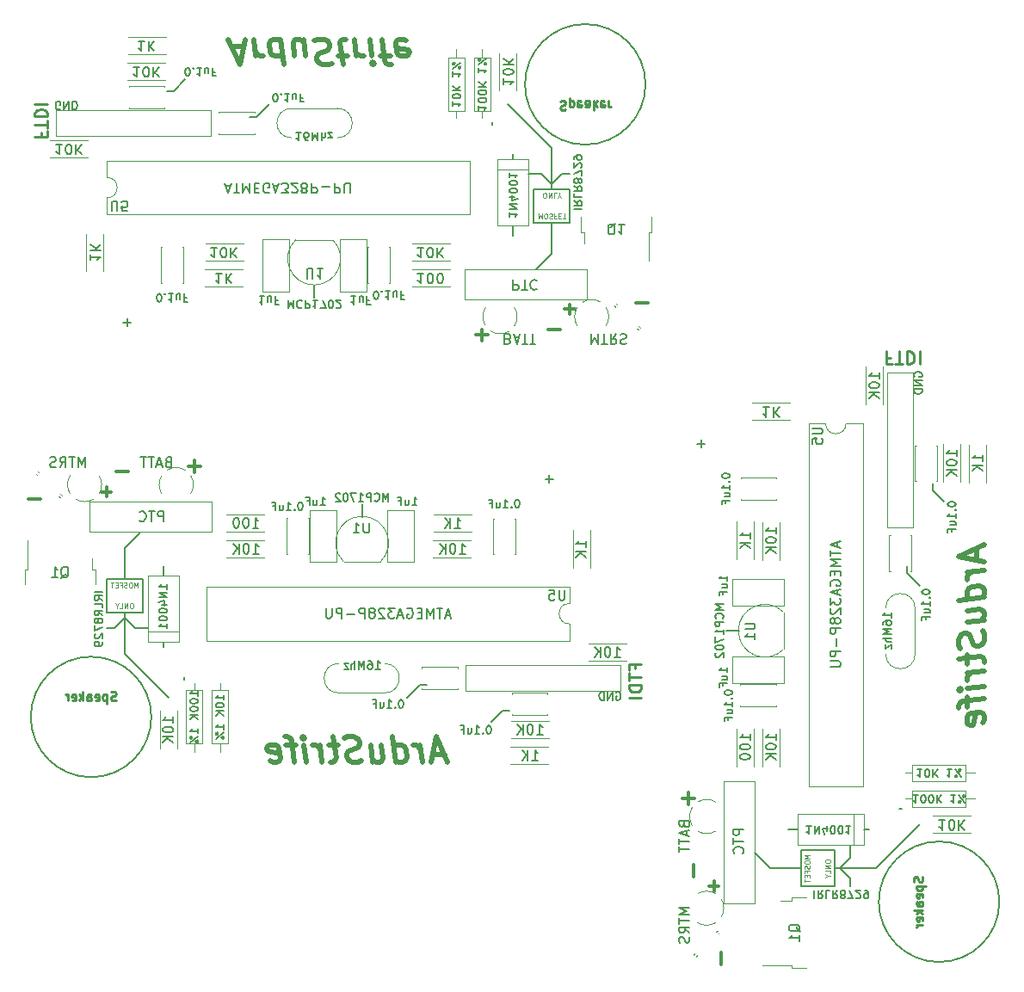
<source format=gbo>
%MOIN*%
%OFA0B0*%
%FSLAX46Y46*%
%IPPOS*%
%LPD*%
%ADD10C,0.0039370078740157488*%
%ADD11C,0.005905511811023622*%
%ADD12C,0.01968503937007874*%
%ADD13C,0.011811023622047244*%
%ADD14C,0.0078740157480314977*%
%ADD15C,0.0047244094488188976*%
%ADD16C,0.00875*%
%ADD17C,0.00984251968503937*%
%ADD28C,0.0039370078740157488*%
%ADD29C,0.005905511811023622*%
%ADD30C,0.01968503937007874*%
%ADD31C,0.011811023622047244*%
%ADD32C,0.0078740157480314977*%
%ADD33C,0.0047244094488188976*%
%ADD34C,0.00875*%
%ADD35C,0.00984251968503937*%
%ADD36C,0.0039370078740157488*%
%ADD37C,0.005905511811023622*%
%ADD38C,0.01968503937007874*%
%ADD39C,0.011811023622047244*%
%ADD40C,0.0078740157480314977*%
%ADD41C,0.0047244094488188976*%
%ADD42C,0.00875*%
%ADD43C,0.00984251968503937*%
G01*
D10*
D11*
X0000471417Y0001363700D02*
X0000441417Y0001363700D01*
X0000511417Y0001403700D02*
X0000471417Y0001363700D01*
X0000551417Y0001363700D02*
X0000601417Y0001363700D01*
X0000511417Y0001403700D02*
X0000551417Y0001363700D01*
X0000511417Y0001673700D02*
X0000571417Y0001733700D01*
X0000511417Y0001553700D02*
X0000511417Y0001673700D01*
X0000651417Y0001123700D02*
X0000681417Y0001093700D01*
X0000511417Y0001263700D02*
X0000651417Y0001123700D01*
X0000511417Y0001423700D02*
X0000511417Y0001263700D01*
X0000441417Y0001423700D02*
X0000441417Y0001553700D01*
X0000451417Y0001423700D02*
X0000441417Y0001423700D01*
X0000581417Y0001423700D02*
X0000451417Y0001423700D01*
X0000581417Y0001553700D02*
X0000581417Y0001423700D01*
X0000441417Y0001553700D02*
X0000581417Y0001553700D01*
X0000741417Y0001173700D02*
X0000741417Y0001163700D01*
D12*
X0001750612Y0000872296D02*
X0001703743Y0000872296D01*
X0001763501Y0000844175D02*
X0001718389Y0000942600D01*
X0001697884Y0000844175D01*
X0001665076Y0000844175D02*
X0001656874Y0000909791D01*
X0001659217Y0000891044D02*
X0001653359Y0000900418D01*
X0001648086Y0000905104D01*
X0001638126Y0000909791D01*
X0001628752Y0000909791D01*
X0001561964Y0000844175D02*
X0001549661Y0000942600D01*
X0001561378Y0000848861D02*
X0001571338Y0000844175D01*
X0001590085Y0000844175D01*
X0001598873Y0000848861D01*
X0001602974Y0000853548D01*
X0001606489Y0000862922D01*
X0001602974Y0000891044D01*
X0001597116Y0000900418D01*
X0001591843Y0000905104D01*
X0001581883Y0000909791D01*
X0001563136Y0000909791D01*
X0001554348Y0000905104D01*
X0001464710Y0000909791D02*
X0001472912Y0000844175D01*
X0001506892Y0000909791D02*
X0001513337Y0000858235D01*
X0001509822Y0000848861D01*
X0001501034Y0000844175D01*
X0001486973Y0000844175D01*
X0001477013Y0000848861D01*
X0001471741Y0000853548D01*
X0001430144Y0000848861D02*
X0001416669Y0000844175D01*
X0001393235Y0000844175D01*
X0001383275Y0000848861D01*
X0001378002Y0000853548D01*
X0001372144Y0000862922D01*
X0001370972Y0000872296D01*
X0001374487Y0000881670D01*
X0001378588Y0000886357D01*
X0001387376Y0000891044D01*
X0001405538Y0000895731D01*
X0001414326Y0000900418D01*
X0001418427Y0000905104D01*
X0001421942Y0000914478D01*
X0001420770Y0000923852D01*
X0001414912Y0000933226D01*
X0001409639Y0000937913D01*
X0001399679Y0000942600D01*
X0001376245Y0000942600D01*
X0001362770Y0000937913D01*
X0001338164Y0000909791D02*
X0001300668Y0000909791D01*
X0001320002Y0000942600D02*
X0001330547Y0000858235D01*
X0001327032Y0000848861D01*
X0001318244Y0000844175D01*
X0001308870Y0000844175D01*
X0001276062Y0000844175D02*
X0001267860Y0000909791D01*
X0001270203Y0000891044D02*
X0001264345Y0000900418D01*
X0001259072Y0000905104D01*
X0001249112Y0000909791D01*
X0001239738Y0000909791D01*
X0001215132Y0000844175D02*
X0001206930Y0000909791D01*
X0001202829Y0000942600D02*
X0001208102Y0000937913D01*
X0001204001Y0000933226D01*
X0001198728Y0000937913D01*
X0001202829Y0000942600D01*
X0001204001Y0000933226D01*
X0001174122Y0000909791D02*
X0001136626Y0000909791D01*
X0001168263Y0000844175D02*
X0001157717Y0000928539D01*
X0001151859Y0000937913D01*
X0001141899Y0000942600D01*
X0001132525Y0000942600D01*
X0001073939Y0000848861D02*
X0001083899Y0000844175D01*
X0001102646Y0000844175D01*
X0001111434Y0000848861D01*
X0001114949Y0000858235D01*
X0001110262Y0000895731D01*
X0001104404Y0000905104D01*
X0001094444Y0000909791D01*
X0001075696Y0000909791D01*
X0001066909Y0000905104D01*
X0001063393Y0000895731D01*
X0001064565Y0000886357D01*
X0001112606Y0000876983D01*
D11*
X0001976417Y0001043700D02*
X0002001417Y0001043700D01*
X0001931417Y0000998700D02*
X0001976417Y0001043700D01*
X0001431417Y0001843700D02*
X0001431417Y0001793700D01*
X0001656417Y0001143700D02*
X0001681417Y0001143700D01*
X0001606417Y0001093700D02*
X0001656417Y0001143700D01*
D10*
X0000540007Y0001459480D02*
X0000536257Y0001459480D01*
X0000534383Y0001458543D01*
X0000532508Y0001456668D01*
X0000531571Y0001452919D01*
X0000531571Y0001446357D01*
X0000532508Y0001442607D01*
X0000534383Y0001440732D01*
X0000536257Y0001439795D01*
X0000540007Y0001439795D01*
X0000541882Y0001440732D01*
X0000543757Y0001442607D01*
X0000544694Y0001446357D01*
X0000544694Y0001452919D01*
X0000543757Y0001456668D01*
X0000541882Y0001458543D01*
X0000540007Y0001459480D01*
X0000523134Y0001439795D02*
X0000523134Y0001459480D01*
X0000511885Y0001439795D01*
X0000511885Y0001459480D01*
X0000493138Y0001439795D02*
X0000502512Y0001439795D01*
X0000502512Y0001459480D01*
X0000482827Y0001449169D02*
X0000482827Y0001439795D01*
X0000489388Y0001459480D02*
X0000482827Y0001449169D01*
X0000476265Y0001459480D01*
X0000562504Y0001519795D02*
X0000562504Y0001539480D01*
X0000555942Y0001525419D01*
X0000549381Y0001539480D01*
X0000549381Y0001519795D01*
X0000536257Y0001539480D02*
X0000532508Y0001539480D01*
X0000530633Y0001538543D01*
X0000528758Y0001536668D01*
X0000527821Y0001532919D01*
X0000527821Y0001526357D01*
X0000528758Y0001522607D01*
X0000530633Y0001520733D01*
X0000532508Y0001519795D01*
X0000536257Y0001519795D01*
X0000538132Y0001520733D01*
X0000540007Y0001522607D01*
X0000540944Y0001526357D01*
X0000540944Y0001532919D01*
X0000540007Y0001536668D01*
X0000538132Y0001538543D01*
X0000536257Y0001539480D01*
X0000520322Y0001520733D02*
X0000517510Y0001519795D01*
X0000512823Y0001519795D01*
X0000510948Y0001520733D01*
X0000510011Y0001521670D01*
X0000509073Y0001523545D01*
X0000509073Y0001525419D01*
X0000510011Y0001527294D01*
X0000510948Y0001528232D01*
X0000512823Y0001529169D01*
X0000516572Y0001530106D01*
X0000518447Y0001531044D01*
X0000519385Y0001531981D01*
X0000520322Y0001533856D01*
X0000520322Y0001535731D01*
X0000519385Y0001537605D01*
X0000518447Y0001538543D01*
X0000516572Y0001539480D01*
X0000511885Y0001539480D01*
X0000509073Y0001538543D01*
X0000494075Y0001530106D02*
X0000500637Y0001530106D01*
X0000500637Y0001519795D02*
X0000500637Y0001539480D01*
X0000491263Y0001539480D01*
X0000483764Y0001530106D02*
X0000477202Y0001530106D01*
X0000474390Y0001519795D02*
X0000483764Y0001519795D01*
X0000483764Y0001539480D01*
X0000474390Y0001539480D01*
X0000468766Y0001539480D02*
X0000457517Y0001539480D01*
X0000463142Y0001519795D02*
X0000463142Y0001539480D01*
D11*
X0002415414Y0001114448D02*
X0002418413Y0001115948D01*
X0002422913Y0001115948D01*
X0002427412Y0001114448D01*
X0002430412Y0001111449D01*
X0002431912Y0001108449D01*
X0002433412Y0001102450D01*
X0002433412Y0001097950D01*
X0002431912Y0001091951D01*
X0002430412Y0001088951D01*
X0002427412Y0001085952D01*
X0002422913Y0001084452D01*
X0002419913Y0001084452D01*
X0002415414Y0001085952D01*
X0002413914Y0001087452D01*
X0002413914Y0001097950D01*
X0002419913Y0001097950D01*
X0002400416Y0001084452D02*
X0002400416Y0001115948D01*
X0002382418Y0001084452D01*
X0002382418Y0001115948D01*
X0002367420Y0001084452D02*
X0002367420Y0001115948D01*
X0002359921Y0001115948D01*
X0002355421Y0001114448D01*
X0002352422Y0001111449D01*
X0002350922Y0001108449D01*
X0002349422Y0001102450D01*
X0002349422Y0001097950D01*
X0002350922Y0001091951D01*
X0002352422Y0001088951D01*
X0002355421Y0001085952D01*
X0002359921Y0001084452D01*
X0002367420Y0001084452D01*
D13*
X0000183914Y0001864482D02*
X0000138920Y0001864482D01*
X0000460164Y0001890185D02*
X0000422669Y0001890185D01*
X0000441417Y0001871437D02*
X0000441417Y0001908933D01*
X0000523914Y0001969482D02*
X0000478920Y0001969482D01*
X0000803914Y0001989482D02*
X0000758920Y0001989482D01*
X0000781417Y0001966985D02*
X0000781417Y0002011979D01*
D14*
X0000661417Y0001564960D02*
X0000661417Y0001604330D01*
X0000661417Y0001309055D02*
X0000661417Y0001289370D01*
D15*
X0000602362Y0001348425D02*
X0000720472Y0001348425D01*
X0000602362Y0001564960D02*
X0000720472Y0001564960D01*
X0000720472Y0001564960D02*
X0000720472Y0001309055D01*
X0000720472Y0001309055D02*
X0000602362Y0001309055D01*
X0000602362Y0001309055D02*
X0000602362Y0001564960D01*
D11*
X0000614869Y0001018700D02*
G75*
G03X0000614869Y0001018700I-0000233452D01*
G01*
D15*
X0001831417Y0001218700D02*
X0001831417Y0001118700D01*
X0001831417Y0001118700D02*
X0002431417Y0001118700D01*
X0002431417Y0001118700D02*
X0002431417Y0001218700D01*
X0002431417Y0001218700D02*
X0001831417Y0001218700D01*
X0000375196Y0001852755D02*
X0000847637Y0001852755D01*
X0000847637Y0001734645D02*
X0000375196Y0001734645D01*
X0000375196Y0001852755D02*
X0000375196Y0001734645D01*
X0000847637Y0001734645D02*
X0000847637Y0001852755D01*
X0002233779Y0001458070D02*
G75*
G03X0002233779Y0001379330J-0000039370D01*
G01*
X0002233779Y0001379330D02*
X0002233779Y0001314370D01*
X0002233779Y0001314370D02*
X0000829055Y0001314370D01*
X0000829055Y0001314370D02*
X0000829055Y0001523031D01*
X0000829055Y0001523031D02*
X0002233779Y0001523031D01*
X0002233779Y0001523031D02*
X0002233779Y0001458070D01*
X0000655295Y0001953747D02*
G75*
G03X0000655314Y0001883622I0000056122J-0000035046D01*
G01*
X0000746452Y0001974817D02*
G75*
G03X0000677322Y0001975393I-0000035035J-0000056116D01*
G01*
X0000767533Y0001883665D02*
G75*
G03X0000768110Y0001952795I-0000056116J0000035035D01*
G01*
X0000321367Y0001862609D02*
G75*
G03X0000356417Y0001852559I0000035049J0000056091D01*
G01*
X0000300295Y0001953747D02*
G75*
G03X0000300314Y0001883622I0000056122J-0000035046D01*
G01*
X0000412533Y0001883665D02*
G75*
G03X0000413110Y0001952795I-0000056116J0000035035D01*
G01*
X0000355288Y0001852555D02*
G75*
G03X0000390511Y0001862007I0000001128J0000066145D01*
G01*
X0000168425Y0001960787D02*
X0000173503Y0001955748D01*
X0000257007Y0001872204D02*
X0000260708Y0001868543D01*
X0000176496Y0001968897D02*
X0000180196Y0001965196D01*
X0000263700Y0001881653D02*
X0000268779Y0001876614D01*
X0001341259Y0001111614D02*
X0001518425Y0001111614D01*
X0001341259Y0001225787D02*
G75*
G03X0001341259Y0001111614J-0000057086D01*
G01*
X0001518425Y0001225787D02*
G75*
G02X0001518425Y0001111614J-0000057086D01*
G01*
X0002009763Y0000934842D02*
X0002156220Y0000934842D01*
X0002009763Y0001002559D02*
X0002156220Y0001002559D01*
X0002153070Y0000902559D02*
X0002006614Y0000902559D01*
X0002153070Y0000834842D02*
X0002006614Y0000834842D01*
X0001529842Y0001820275D02*
X0001529842Y0001618700D01*
X0001632992Y0001820275D02*
X0001632992Y0001618700D01*
X0001529842Y0001820275D02*
X0001632992Y0001820275D01*
X0001529842Y0001618700D02*
X0001632992Y0001618700D01*
X0001229842Y0001820275D02*
X0001229842Y0001618700D01*
X0001332992Y0001820275D02*
X0001332992Y0001618700D01*
X0001229842Y0001820275D02*
X0001332992Y0001820275D01*
X0001229842Y0001618700D02*
X0001332992Y0001618700D01*
X0001801496Y0001212401D02*
X0001662913Y0001212401D01*
X0001801496Y0001125000D02*
X0001662913Y0001125000D01*
X0001801496Y0001212401D02*
X0001801496Y0001207913D01*
X0001801496Y0001129488D02*
X0001801496Y0001125000D01*
X0001662913Y0001212401D02*
X0001662913Y0001207913D01*
X0001662913Y0001129488D02*
X0001662913Y0001125000D01*
X0001502283Y0001620866D02*
X0001360551Y0001620866D01*
X0001503798Y0001621319D02*
G75*
G03X0001431417Y0001796062I-0000072381J0000072381D01*
G01*
X0001359036Y0001621319D02*
G75*
G02X0001431417Y0001796062I0000072381J0000072381D01*
G01*
X0001137716Y0001788779D02*
X0001137716Y0001650196D01*
X0001225118Y0001788779D02*
X0001225118Y0001650196D01*
X0001137716Y0001788779D02*
X0001142204Y0001788779D01*
X0001220629Y0001788779D02*
X0001225118Y0001788779D01*
X0001137716Y0001650196D02*
X0001142204Y0001650196D01*
X0001220629Y0001650196D02*
X0001225118Y0001650196D01*
X0002011338Y0001024999D02*
X0002149921Y0001024999D01*
X0002011338Y0001112401D02*
X0002149921Y0001112401D01*
X0002011338Y0001024999D02*
X0002011338Y0001029488D01*
X0002011338Y0001107913D02*
X0002011338Y0001112401D01*
X0002149921Y0001024999D02*
X0002149921Y0001029488D01*
X0002149921Y0001107913D02*
X0002149921Y0001112401D01*
X0002309763Y0001234842D02*
X0002456220Y0001234842D01*
X0002309763Y0001302559D02*
X0002456220Y0001302559D01*
X0002025118Y0001648622D02*
X0002025118Y0001787204D01*
X0001937716Y0001648622D02*
X0001937716Y0001787204D01*
X0002025118Y0001648622D02*
X0002020629Y0001648622D01*
X0001942204Y0001648622D02*
X0001937716Y0001648622D01*
X0002025118Y0001787204D02*
X0002020629Y0001787204D01*
X0001942204Y0001787204D02*
X0001937716Y0001787204D01*
X0001709763Y0001734842D02*
X0001856220Y0001734842D01*
X0001709763Y0001802559D02*
X0001856220Y0001802559D01*
X0001853070Y0001702559D02*
X0001706614Y0001702559D01*
X0001853070Y0001634842D02*
X0001706614Y0001634842D01*
X0001053070Y0001702559D02*
X0000906614Y0001702559D01*
X0001053070Y0001634842D02*
X0000906614Y0001634842D01*
X0001053070Y0001802559D02*
X0000906614Y0001802559D01*
X0001053070Y0001734842D02*
X0000906614Y0001734842D01*
X0002315275Y0001597047D02*
X0002315275Y0001743503D01*
X0002247559Y0001597047D02*
X0002247559Y0001743503D01*
D10*
X0000781417Y0000916732D02*
X0000781417Y0000881299D01*
X0000781417Y0001121456D02*
X0000781417Y0001149015D01*
X0000812913Y0001121456D02*
X0000749921Y0001121456D01*
X0000749921Y0001121456D02*
X0000749921Y0000916732D01*
X0000749921Y0000916732D02*
X0000812913Y0000916732D01*
X0000812913Y0000916732D02*
X0000812913Y0001121456D01*
X0000881417Y0000916732D02*
X0000881417Y0000881299D01*
X0000881417Y0001121456D02*
X0000881417Y0001149015D01*
X0000912913Y0001121456D02*
X0000849921Y0001121456D01*
X0000849921Y0001121456D02*
X0000849921Y0000916732D01*
X0000849921Y0000916732D02*
X0000912913Y0000916732D01*
X0000912913Y0000916732D02*
X0000912913Y0001121456D01*
D15*
X0000715275Y0000897047D02*
X0000715275Y0001043503D01*
X0000647559Y0000897047D02*
X0000647559Y0001043503D01*
X0000125590Y0001531889D02*
X0000125590Y0001590944D01*
X0000125590Y0001590944D02*
X0000136220Y0001590944D01*
X0000136220Y0001590944D02*
X0000136220Y0001702362D01*
X0000397244Y0001531889D02*
X0000397244Y0001590944D01*
X0000397244Y0001590944D02*
X0000386614Y0001590944D01*
X0000386614Y0001590944D02*
X0000386614Y0001634251D01*
D11*
X0000675665Y0001514341D02*
X0000675665Y0001532339D01*
X0000675665Y0001523340D02*
X0000644169Y0001523340D01*
X0000648668Y0001526340D01*
X0000651668Y0001529340D01*
X0000653168Y0001532339D01*
X0000675665Y0001500843D02*
X0000644169Y0001500843D01*
X0000675665Y0001482845D01*
X0000644169Y0001482845D01*
X0000654668Y0001454349D02*
X0000675665Y0001454349D01*
X0000642669Y0001461848D02*
X0000665166Y0001469347D01*
X0000665166Y0001449849D01*
X0000644169Y0001431852D02*
X0000644169Y0001428852D01*
X0000645669Y0001425853D01*
X0000647169Y0001424353D01*
X0000650168Y0001422853D01*
X0000656167Y0001421353D01*
X0000663667Y0001421353D01*
X0000669666Y0001422853D01*
X0000672665Y0001424353D01*
X0000674165Y0001425853D01*
X0000675665Y0001428852D01*
X0000675665Y0001431852D01*
X0000674165Y0001434851D01*
X0000672665Y0001436351D01*
X0000669666Y0001437851D01*
X0000663667Y0001439351D01*
X0000656167Y0001439351D01*
X0000650168Y0001437851D01*
X0000647169Y0001436351D01*
X0000645669Y0001434851D01*
X0000644169Y0001431852D01*
X0000644169Y0001401855D02*
X0000644169Y0001398856D01*
X0000645669Y0001395856D01*
X0000647169Y0001394356D01*
X0000650168Y0001392857D01*
X0000656167Y0001391357D01*
X0000663667Y0001391357D01*
X0000669666Y0001392857D01*
X0000672665Y0001394356D01*
X0000674165Y0001395856D01*
X0000675665Y0001398856D01*
X0000675665Y0001401855D01*
X0000674165Y0001404855D01*
X0000672665Y0001406355D01*
X0000669666Y0001407855D01*
X0000663667Y0001409355D01*
X0000656167Y0001409355D01*
X0000650168Y0001407855D01*
X0000647169Y0001406355D01*
X0000645669Y0001404855D01*
X0000644169Y0001401855D01*
X0000675665Y0001361361D02*
X0000675665Y0001379358D01*
X0000675665Y0001370359D02*
X0000644169Y0001370359D01*
X0000648668Y0001373359D01*
X0000651668Y0001376359D01*
X0000653168Y0001379358D01*
D16*
X0000478083Y0001084534D02*
X0000473083Y0001082867D01*
X0000464750Y0001082867D01*
X0000461417Y0001084534D01*
X0000459750Y0001086200D01*
X0000458083Y0001089534D01*
X0000458083Y0001092867D01*
X0000459750Y0001096200D01*
X0000461417Y0001097867D01*
X0000464750Y0001099534D01*
X0000471417Y0001101200D01*
X0000474750Y0001102867D01*
X0000476417Y0001104534D01*
X0000478083Y0001107867D01*
X0000478083Y0001111200D01*
X0000476417Y0001114534D01*
X0000474750Y0001116200D01*
X0000471417Y0001117867D01*
X0000463083Y0001117867D01*
X0000458083Y0001116200D01*
X0000443083Y0001106200D02*
X0000443083Y0001071200D01*
X0000443083Y0001104534D02*
X0000439750Y0001106200D01*
X0000433083Y0001106200D01*
X0000429750Y0001104534D01*
X0000428083Y0001102867D01*
X0000426417Y0001099534D01*
X0000426417Y0001089534D01*
X0000428083Y0001086200D01*
X0000429750Y0001084534D01*
X0000433083Y0001082867D01*
X0000439750Y0001082867D01*
X0000443083Y0001084534D01*
X0000398083Y0001084534D02*
X0000401417Y0001082867D01*
X0000408083Y0001082867D01*
X0000411417Y0001084534D01*
X0000413083Y0001087867D01*
X0000413083Y0001101200D01*
X0000411417Y0001104534D01*
X0000408083Y0001106200D01*
X0000401417Y0001106200D01*
X0000398083Y0001104534D01*
X0000396417Y0001101200D01*
X0000396417Y0001097867D01*
X0000413083Y0001094534D01*
X0000366417Y0001082867D02*
X0000366417Y0001101200D01*
X0000368083Y0001104534D01*
X0000371417Y0001106200D01*
X0000378083Y0001106200D01*
X0000381417Y0001104534D01*
X0000366417Y0001084534D02*
X0000369750Y0001082867D01*
X0000378083Y0001082867D01*
X0000381417Y0001084534D01*
X0000383083Y0001087867D01*
X0000383083Y0001091200D01*
X0000381417Y0001094534D01*
X0000378083Y0001096200D01*
X0000369750Y0001096200D01*
X0000366417Y0001097867D01*
X0000349750Y0001082867D02*
X0000349750Y0001117867D01*
X0000346417Y0001096200D02*
X0000336417Y0001082867D01*
X0000336417Y0001106200D02*
X0000349750Y0001092867D01*
X0000308083Y0001084534D02*
X0000311417Y0001082867D01*
X0000318083Y0001082867D01*
X0000321417Y0001084534D01*
X0000323083Y0001087867D01*
X0000323083Y0001101200D01*
X0000321417Y0001104534D01*
X0000318083Y0001106200D01*
X0000311417Y0001106200D01*
X0000308083Y0001104534D01*
X0000306417Y0001101200D01*
X0000306417Y0001097867D01*
X0000323083Y0001094534D01*
X0000291417Y0001082867D02*
X0000291417Y0001106200D01*
X0000291417Y0001099534D02*
X0000289750Y0001102867D01*
X0000288083Y0001104534D01*
X0000284750Y0001106200D01*
X0000281417Y0001106200D01*
D17*
X0002487902Y0001206741D02*
X0002487902Y0001223145D01*
X0002513680Y0001223145D02*
X0002464467Y0001223145D01*
X0002464467Y0001199711D01*
X0002464467Y0001187993D02*
X0002464467Y0001159872D01*
X0002513680Y0001173933D02*
X0002464467Y0001173933D01*
X0002513680Y0001143468D02*
X0002464467Y0001143468D01*
X0002464467Y0001131751D01*
X0002466811Y0001124720D01*
X0002471497Y0001120033D01*
X0002476184Y0001117690D01*
X0002485558Y0001115346D01*
X0002492589Y0001115346D01*
X0002501962Y0001117690D01*
X0002506649Y0001120033D01*
X0002511336Y0001124720D01*
X0002513680Y0001131751D01*
X0002513680Y0001143468D01*
X0002513680Y0001094255D02*
X0002464467Y0001094255D01*
D11*
X0002171415Y0001940888D02*
X0002141419Y0001940888D01*
X0002156417Y0001925890D02*
X0002156417Y0001955886D01*
X0000661411Y0001775890D02*
X0000661411Y0001815260D01*
X0000646413Y0001815260D01*
X0000642664Y0001813385D01*
X0000640789Y0001811511D01*
X0000638914Y0001807761D01*
X0000638914Y0001802137D01*
X0000640789Y0001798387D01*
X0000642664Y0001796512D01*
X0000646413Y0001794638D01*
X0000661411Y0001794638D01*
X0000627665Y0001815260D02*
X0000605168Y0001815260D01*
X0000616417Y0001775890D02*
X0000616417Y0001815260D01*
X0000569548Y0001779640D02*
X0000571422Y0001777765D01*
X0000577047Y0001775890D01*
X0000580796Y0001775890D01*
X0000586421Y0001777765D01*
X0000590170Y0001781514D01*
X0000592045Y0001785264D01*
X0000593920Y0001792763D01*
X0000593920Y0001798387D01*
X0000592045Y0001805886D01*
X0000590170Y0001809636D01*
X0000586421Y0001813385D01*
X0000580796Y0001815260D01*
X0000577047Y0001815260D01*
X0000571422Y0001813385D01*
X0000569548Y0001811511D01*
X0002216413Y0001510260D02*
X0002216413Y0001478389D01*
X0002214538Y0001474640D01*
X0002212664Y0001472765D01*
X0002208914Y0001470890D01*
X0002201415Y0001470890D01*
X0002197665Y0001472765D01*
X0002195791Y0001474640D01*
X0002193916Y0001478389D01*
X0002193916Y0001510260D01*
X0002156421Y0001510260D02*
X0002175168Y0001510260D01*
X0002177043Y0001491512D01*
X0002175168Y0001493387D01*
X0002171419Y0001495262D01*
X0002162045Y0001495262D01*
X0002158295Y0001493387D01*
X0002156421Y0001491512D01*
X0002154546Y0001487763D01*
X0002154546Y0001478389D01*
X0002156421Y0001474640D01*
X0002158295Y0001472765D01*
X0002162045Y0001470890D01*
X0002171419Y0001470890D01*
X0002175168Y0001472765D01*
X0002177043Y0001474640D01*
X0001773262Y0001412139D02*
X0001754514Y0001412139D01*
X0001777011Y0001400890D02*
X0001763888Y0001440260D01*
X0001750764Y0001400890D01*
X0001743265Y0001440260D02*
X0001720768Y0001440260D01*
X0001732017Y0001400890D02*
X0001732017Y0001440260D01*
X0001707645Y0001400890D02*
X0001707645Y0001440260D01*
X0001694521Y0001412139D01*
X0001681398Y0001440260D01*
X0001681398Y0001400890D01*
X0001662650Y0001421512D02*
X0001649527Y0001421512D01*
X0001643903Y0001400890D02*
X0001662650Y0001400890D01*
X0001662650Y0001440260D01*
X0001643903Y0001440260D01*
X0001606407Y0001438385D02*
X0001610157Y0001440260D01*
X0001615781Y0001440260D01*
X0001621406Y0001438385D01*
X0001625155Y0001434636D01*
X0001627030Y0001430886D01*
X0001628905Y0001423387D01*
X0001628905Y0001417763D01*
X0001627030Y0001410264D01*
X0001625155Y0001406514D01*
X0001621406Y0001402765D01*
X0001615781Y0001400890D01*
X0001612032Y0001400890D01*
X0001606407Y0001402765D01*
X0001604533Y0001404640D01*
X0001604533Y0001417763D01*
X0001612032Y0001417763D01*
X0001589535Y0001412139D02*
X0001570787Y0001412139D01*
X0001593284Y0001400890D02*
X0001580161Y0001440260D01*
X0001567037Y0001400890D01*
X0001557664Y0001440260D02*
X0001533292Y0001440260D01*
X0001546415Y0001425262D01*
X0001540791Y0001425262D01*
X0001537041Y0001423387D01*
X0001535166Y0001421512D01*
X0001533292Y0001417763D01*
X0001533292Y0001408389D01*
X0001535166Y0001404640D01*
X0001537041Y0001402765D01*
X0001540791Y0001400890D01*
X0001552039Y0001400890D01*
X0001555789Y0001402765D01*
X0001557664Y0001404640D01*
X0001518293Y0001436511D02*
X0001516419Y0001438385D01*
X0001512669Y0001440260D01*
X0001503295Y0001440260D01*
X0001499546Y0001438385D01*
X0001497671Y0001436511D01*
X0001495796Y0001432761D01*
X0001495796Y0001429011D01*
X0001497671Y0001423387D01*
X0001520168Y0001400890D01*
X0001495796Y0001400890D01*
X0001473299Y0001423387D02*
X0001477049Y0001425262D01*
X0001478923Y0001427137D01*
X0001480798Y0001430886D01*
X0001480798Y0001432761D01*
X0001478923Y0001436511D01*
X0001477049Y0001438385D01*
X0001473299Y0001440260D01*
X0001465800Y0001440260D01*
X0001462050Y0001438385D01*
X0001460176Y0001436511D01*
X0001458301Y0001432761D01*
X0001458301Y0001430886D01*
X0001460176Y0001427137D01*
X0001462050Y0001425262D01*
X0001465800Y0001423387D01*
X0001473299Y0001423387D01*
X0001477049Y0001421512D01*
X0001478923Y0001419638D01*
X0001480798Y0001415888D01*
X0001480798Y0001408389D01*
X0001478923Y0001404640D01*
X0001477049Y0001402765D01*
X0001473299Y0001400890D01*
X0001465800Y0001400890D01*
X0001462050Y0001402765D01*
X0001460176Y0001404640D01*
X0001458301Y0001408389D01*
X0001458301Y0001415888D01*
X0001460176Y0001419638D01*
X0001462050Y0001421512D01*
X0001465800Y0001423387D01*
X0001441428Y0001400890D02*
X0001441428Y0001440260D01*
X0001426430Y0001440260D01*
X0001422680Y0001438385D01*
X0001420806Y0001436511D01*
X0001418931Y0001432761D01*
X0001418931Y0001427137D01*
X0001420806Y0001423387D01*
X0001422680Y0001421512D01*
X0001426430Y0001419638D01*
X0001441428Y0001419638D01*
X0001402058Y0001415888D02*
X0001372062Y0001415888D01*
X0001353314Y0001400890D02*
X0001353314Y0001440260D01*
X0001338316Y0001440260D01*
X0001334566Y0001438385D01*
X0001332692Y0001436511D01*
X0001330817Y0001432761D01*
X0001330817Y0001427137D01*
X0001332692Y0001423387D01*
X0001334566Y0001421512D01*
X0001338316Y0001419638D01*
X0001353314Y0001419638D01*
X0001313944Y0001440260D02*
X0001313944Y0001408389D01*
X0001312069Y0001404640D01*
X0001310194Y0001402765D01*
X0001306445Y0001400890D01*
X0001298946Y0001400890D01*
X0001295196Y0001402765D01*
X0001293322Y0001404640D01*
X0001291447Y0001408389D01*
X0001291447Y0001440260D01*
X0000680474Y0002006512D02*
X0000674850Y0002004638D01*
X0000672975Y0002002763D01*
X0000671100Y0001999013D01*
X0000671100Y0001993389D01*
X0000672975Y0001989640D01*
X0000674850Y0001987765D01*
X0000678599Y0001985890D01*
X0000693597Y0001985890D01*
X0000693597Y0002025260D01*
X0000680474Y0002025260D01*
X0000676724Y0002023385D01*
X0000674850Y0002021511D01*
X0000672975Y0002017761D01*
X0000672975Y0002014012D01*
X0000674850Y0002010262D01*
X0000676724Y0002008387D01*
X0000680474Y0002006512D01*
X0000693597Y0002006512D01*
X0000656102Y0001997139D02*
X0000637354Y0001997139D01*
X0000659851Y0001985890D02*
X0000646728Y0002025260D01*
X0000633605Y0001985890D01*
X0000626106Y0002025260D02*
X0000603608Y0002025260D01*
X0000614857Y0001985890D02*
X0000614857Y0002025260D01*
X0000596109Y0002025260D02*
X0000573612Y0002025260D01*
X0000584861Y0001985890D02*
X0000584861Y0002025260D01*
X0000357971Y0001985890D02*
X0000357971Y0002025260D01*
X0000344848Y0001997139D01*
X0000331724Y0002025260D01*
X0000331724Y0001985890D01*
X0000318601Y0002025260D02*
X0000296104Y0002025260D01*
X0000307352Y0001985890D02*
X0000307352Y0002025260D01*
X0000260483Y0001985890D02*
X0000273607Y0002004638D01*
X0000282980Y0001985890D02*
X0000282980Y0002025260D01*
X0000267982Y0002025260D01*
X0000264233Y0002023385D01*
X0000262358Y0002021511D01*
X0000260483Y0002017761D01*
X0000260483Y0002012137D01*
X0000262358Y0002008387D01*
X0000264233Y0002006512D01*
X0000267982Y0002004638D01*
X0000282980Y0002004638D01*
X0000245485Y0001987765D02*
X0000239861Y0001985890D01*
X0000230487Y0001985890D01*
X0000226737Y0001987765D01*
X0000224863Y0001989640D01*
X0000222988Y0001993389D01*
X0000222988Y0001997139D01*
X0000224863Y0002000888D01*
X0000226737Y0002002763D01*
X0000230487Y0002004638D01*
X0000237986Y0002006512D01*
X0000241736Y0002008387D01*
X0000243610Y0002010262D01*
X0000245485Y0002014012D01*
X0000245485Y0002017761D01*
X0000243610Y0002021511D01*
X0000241736Y0002023385D01*
X0000237986Y0002025260D01*
X0000228612Y0002025260D01*
X0000222988Y0002023385D01*
X0001482410Y0001204452D02*
X0001500408Y0001204452D01*
X0001491409Y0001204452D02*
X0001491409Y0001235948D01*
X0001494409Y0001231449D01*
X0001497409Y0001228449D01*
X0001500408Y0001226949D01*
X0001455414Y0001235948D02*
X0001461413Y0001235948D01*
X0001464413Y0001234448D01*
X0001465912Y0001232949D01*
X0001468912Y0001228449D01*
X0001470412Y0001222450D01*
X0001470412Y0001210451D01*
X0001468912Y0001207452D01*
X0001467412Y0001205952D01*
X0001464413Y0001204452D01*
X0001458413Y0001204452D01*
X0001455414Y0001205952D01*
X0001453914Y0001207452D01*
X0001452414Y0001210451D01*
X0001452414Y0001217950D01*
X0001453914Y0001220950D01*
X0001455414Y0001222450D01*
X0001458413Y0001223950D01*
X0001464413Y0001223950D01*
X0001467412Y0001222450D01*
X0001468912Y0001220950D01*
X0001470412Y0001217950D01*
X0001438916Y0001204452D02*
X0001438916Y0001235948D01*
X0001428417Y0001213451D01*
X0001417918Y0001235948D01*
X0001417918Y0001204452D01*
X0001402920Y0001204452D02*
X0001402920Y0001235948D01*
X0001389422Y0001204452D02*
X0001389422Y0001220950D01*
X0001390922Y0001223950D01*
X0001393921Y0001225449D01*
X0001398421Y0001225449D01*
X0001401421Y0001223950D01*
X0001402920Y0001222450D01*
X0001377424Y0001225449D02*
X0001360926Y0001225449D01*
X0001377424Y0001204452D01*
X0001360926Y0001204452D01*
X0002108601Y0000950890D02*
X0002131098Y0000950890D01*
X0002119850Y0000950890D02*
X0002119850Y0000990260D01*
X0002123599Y0000984636D01*
X0002127349Y0000980886D01*
X0002131098Y0000979012D01*
X0002084229Y0000990260D02*
X0002080479Y0000990260D01*
X0002076730Y0000988385D01*
X0002074855Y0000986511D01*
X0002072980Y0000982761D01*
X0002071106Y0000975262D01*
X0002071106Y0000965888D01*
X0002072980Y0000958389D01*
X0002074855Y0000954640D01*
X0002076730Y0000952765D01*
X0002080479Y0000950890D01*
X0002084229Y0000950890D01*
X0002087979Y0000952765D01*
X0002089853Y0000954640D01*
X0002091728Y0000958389D01*
X0002093603Y0000965888D01*
X0002093603Y0000975262D01*
X0002091728Y0000982761D01*
X0002089853Y0000986511D01*
X0002087979Y0000988385D01*
X0002084229Y0000990260D01*
X0002054233Y0000950890D02*
X0002054233Y0000990260D01*
X0002031736Y0000950890D02*
X0002048608Y0000973387D01*
X0002031736Y0000990260D02*
X0002054233Y0000967763D01*
X0002089853Y0000850890D02*
X0002112350Y0000850890D01*
X0002101102Y0000850890D02*
X0002101102Y0000890260D01*
X0002104851Y0000884636D01*
X0002108601Y0000880886D01*
X0002112350Y0000879011D01*
X0002072980Y0000850890D02*
X0002072980Y0000890260D01*
X0002050483Y0000850890D02*
X0002067356Y0000873387D01*
X0002050483Y0000890260D02*
X0002072980Y0000867763D01*
X0001625164Y0001839452D02*
X0001643162Y0001839452D01*
X0001634163Y0001839452D02*
X0001634163Y0001870948D01*
X0001637163Y0001866449D01*
X0001640163Y0001863449D01*
X0001643162Y0001861949D01*
X0001598168Y0001860449D02*
X0001598168Y0001839452D01*
X0001611666Y0001860449D02*
X0001611666Y0001843952D01*
X0001610166Y0001840952D01*
X0001607167Y0001839452D01*
X0001602667Y0001839452D01*
X0001599668Y0001840952D01*
X0001598168Y0001842452D01*
X0001572671Y0001855950D02*
X0001583170Y0001855950D01*
X0001583170Y0001839452D02*
X0001583170Y0001870948D01*
X0001568172Y0001870948D01*
X0001270164Y0001839452D02*
X0001288162Y0001839452D01*
X0001279163Y0001839452D02*
X0001279163Y0001870948D01*
X0001282163Y0001866449D01*
X0001285163Y0001863449D01*
X0001288162Y0001861949D01*
X0001243168Y0001860449D02*
X0001243168Y0001839452D01*
X0001256666Y0001860449D02*
X0001256666Y0001843952D01*
X0001255166Y0001840952D01*
X0001252167Y0001839452D01*
X0001247667Y0001839452D01*
X0001244668Y0001840952D01*
X0001243168Y0001842452D01*
X0001217671Y0001855950D02*
X0001228170Y0001855950D01*
X0001228170Y0001839452D02*
X0001228170Y0001870948D01*
X0001213172Y0001870948D01*
X0001583160Y0001085948D02*
X0001580161Y0001085948D01*
X0001577161Y0001084448D01*
X0001575661Y0001082949D01*
X0001574161Y0001079949D01*
X0001572662Y0001073950D01*
X0001572662Y0001066451D01*
X0001574161Y0001060451D01*
X0001575661Y0001057452D01*
X0001577161Y0001055952D01*
X0001580161Y0001054452D01*
X0001583160Y0001054452D01*
X0001586160Y0001055952D01*
X0001587660Y0001057452D01*
X0001589160Y0001060451D01*
X0001590659Y0001066451D01*
X0001590659Y0001073950D01*
X0001589160Y0001079949D01*
X0001587660Y0001082949D01*
X0001586160Y0001084448D01*
X0001583160Y0001085948D01*
X0001559163Y0001057452D02*
X0001557664Y0001055952D01*
X0001559163Y0001054452D01*
X0001560663Y0001055952D01*
X0001559163Y0001057452D01*
X0001559163Y0001054452D01*
X0001527667Y0001054452D02*
X0001545665Y0001054452D01*
X0001536666Y0001054452D02*
X0001536666Y0001085948D01*
X0001539666Y0001081449D01*
X0001542665Y0001078449D01*
X0001545665Y0001076949D01*
X0001500671Y0001075449D02*
X0001500671Y0001054452D01*
X0001514169Y0001075449D02*
X0001514169Y0001058951D01*
X0001512669Y0001055952D01*
X0001509670Y0001054452D01*
X0001505170Y0001054452D01*
X0001502170Y0001055952D01*
X0001500671Y0001057452D01*
X0001475174Y0001070950D02*
X0001485673Y0001070950D01*
X0001485673Y0001054452D02*
X0001485673Y0001085948D01*
X0001470674Y0001085948D01*
X0001459445Y0001770772D02*
X0001459445Y0001738901D01*
X0001457570Y0001735151D01*
X0001455695Y0001733277D01*
X0001451946Y0001731402D01*
X0001444446Y0001731402D01*
X0001440697Y0001733277D01*
X0001438822Y0001735151D01*
X0001436947Y0001738901D01*
X0001436947Y0001770772D01*
X0001397577Y0001731402D02*
X0001420075Y0001731402D01*
X0001408826Y0001731402D02*
X0001408826Y0001770772D01*
X0001412575Y0001765148D01*
X0001416325Y0001761398D01*
X0001420075Y0001759523D01*
X0001533404Y0001854452D02*
X0001533404Y0001885948D01*
X0001522905Y0001863451D01*
X0001512407Y0001885948D01*
X0001512407Y0001854452D01*
X0001479411Y0001857452D02*
X0001480911Y0001855952D01*
X0001485410Y0001854452D01*
X0001488410Y0001854452D01*
X0001492909Y0001855952D01*
X0001495909Y0001858952D01*
X0001497409Y0001861951D01*
X0001498908Y0001867950D01*
X0001498908Y0001872450D01*
X0001497409Y0001878449D01*
X0001495909Y0001881449D01*
X0001492909Y0001884448D01*
X0001488410Y0001885948D01*
X0001485410Y0001885948D01*
X0001480911Y0001884448D01*
X0001479411Y0001882949D01*
X0001465912Y0001854452D02*
X0001465912Y0001885948D01*
X0001453914Y0001885948D01*
X0001450914Y0001884448D01*
X0001449415Y0001882949D01*
X0001447915Y0001879949D01*
X0001447915Y0001875449D01*
X0001449415Y0001872450D01*
X0001450914Y0001870950D01*
X0001453914Y0001869450D01*
X0001465912Y0001869450D01*
X0001417918Y0001854452D02*
X0001435916Y0001854452D01*
X0001426917Y0001854452D02*
X0001426917Y0001885948D01*
X0001429917Y0001881449D01*
X0001432917Y0001878449D01*
X0001435916Y0001876949D01*
X0001407420Y0001885948D02*
X0001386422Y0001885948D01*
X0001399921Y0001854452D01*
X0001368425Y0001885948D02*
X0001365425Y0001885948D01*
X0001362425Y0001884448D01*
X0001360926Y0001882949D01*
X0001359426Y0001879949D01*
X0001357926Y0001873950D01*
X0001357926Y0001866451D01*
X0001359426Y0001860451D01*
X0001360926Y0001857452D01*
X0001362425Y0001855952D01*
X0001365425Y0001854452D01*
X0001368425Y0001854452D01*
X0001371424Y0001855952D01*
X0001372924Y0001857452D01*
X0001374424Y0001860451D01*
X0001375924Y0001866451D01*
X0001375924Y0001873950D01*
X0001374424Y0001879949D01*
X0001372924Y0001882949D01*
X0001371424Y0001884448D01*
X0001368425Y0001885948D01*
X0001345927Y0001882949D02*
X0001344428Y0001884448D01*
X0001341428Y0001885948D01*
X0001333929Y0001885948D01*
X0001330929Y0001884448D01*
X0001329430Y0001882949D01*
X0001327930Y0001879949D01*
X0001327930Y0001876949D01*
X0001329430Y0001872450D01*
X0001347427Y0001854452D01*
X0001327930Y0001854452D01*
X0001193160Y0001850948D02*
X0001190161Y0001850948D01*
X0001187161Y0001849448D01*
X0001185661Y0001847949D01*
X0001184161Y0001844949D01*
X0001182662Y0001838950D01*
X0001182662Y0001831451D01*
X0001184161Y0001825451D01*
X0001185661Y0001822452D01*
X0001187161Y0001820952D01*
X0001190161Y0001819452D01*
X0001193160Y0001819452D01*
X0001196160Y0001820952D01*
X0001197660Y0001822452D01*
X0001199160Y0001825451D01*
X0001200659Y0001831451D01*
X0001200659Y0001838950D01*
X0001199160Y0001844949D01*
X0001197660Y0001847949D01*
X0001196160Y0001849448D01*
X0001193160Y0001850948D01*
X0001169163Y0001822452D02*
X0001167664Y0001820952D01*
X0001169163Y0001819452D01*
X0001170663Y0001820952D01*
X0001169163Y0001822452D01*
X0001169163Y0001819452D01*
X0001137667Y0001819452D02*
X0001155665Y0001819452D01*
X0001146666Y0001819452D02*
X0001146666Y0001850948D01*
X0001149666Y0001846449D01*
X0001152665Y0001843449D01*
X0001155665Y0001841949D01*
X0001110671Y0001840449D02*
X0001110671Y0001819452D01*
X0001124169Y0001840449D02*
X0001124169Y0001823951D01*
X0001122669Y0001820952D01*
X0001119670Y0001819452D01*
X0001115170Y0001819452D01*
X0001112170Y0001820952D01*
X0001110671Y0001822452D01*
X0001085174Y0001835950D02*
X0001095673Y0001835950D01*
X0001095673Y0001819452D02*
X0001095673Y0001850948D01*
X0001080674Y0001850948D01*
X0001923160Y0000985948D02*
X0001920161Y0000985948D01*
X0001917161Y0000984448D01*
X0001915661Y0000982948D01*
X0001914161Y0000979949D01*
X0001912662Y0000973950D01*
X0001912662Y0000966451D01*
X0001914161Y0000960451D01*
X0001915661Y0000957452D01*
X0001917161Y0000955952D01*
X0001920161Y0000954452D01*
X0001923160Y0000954452D01*
X0001926160Y0000955952D01*
X0001927660Y0000957452D01*
X0001929160Y0000960451D01*
X0001930659Y0000966451D01*
X0001930659Y0000973950D01*
X0001929160Y0000979949D01*
X0001927660Y0000982948D01*
X0001926160Y0000984448D01*
X0001923160Y0000985948D01*
X0001899163Y0000957452D02*
X0001897664Y0000955952D01*
X0001899163Y0000954452D01*
X0001900663Y0000955952D01*
X0001899163Y0000957452D01*
X0001899163Y0000954452D01*
X0001867667Y0000954452D02*
X0001885665Y0000954452D01*
X0001876666Y0000954452D02*
X0001876666Y0000985948D01*
X0001879666Y0000981449D01*
X0001882665Y0000978449D01*
X0001885665Y0000976949D01*
X0001840671Y0000975449D02*
X0001840671Y0000954452D01*
X0001854169Y0000975449D02*
X0001854169Y0000958952D01*
X0001852669Y0000955952D01*
X0001849670Y0000954452D01*
X0001845170Y0000954452D01*
X0001842170Y0000955952D01*
X0001840671Y0000957452D01*
X0001815174Y0000970950D02*
X0001825673Y0000970950D01*
X0001825673Y0000954452D02*
X0001825673Y0000985948D01*
X0001810674Y0000985948D01*
X0002408601Y0001250890D02*
X0002431098Y0001250890D01*
X0002419850Y0001250890D02*
X0002419850Y0001290260D01*
X0002423599Y0001284636D01*
X0002427349Y0001280886D01*
X0002431098Y0001279011D01*
X0002384229Y0001290260D02*
X0002380479Y0001290260D01*
X0002376730Y0001288385D01*
X0002374855Y0001286511D01*
X0002372980Y0001282761D01*
X0002371106Y0001275262D01*
X0002371106Y0001265888D01*
X0002372980Y0001258389D01*
X0002374855Y0001254640D01*
X0002376730Y0001252765D01*
X0002380479Y0001250890D01*
X0002384229Y0001250890D01*
X0002387979Y0001252765D01*
X0002389853Y0001254640D01*
X0002391728Y0001258389D01*
X0002393603Y0001265888D01*
X0002393603Y0001275262D01*
X0002391728Y0001282761D01*
X0002389853Y0001286511D01*
X0002387979Y0001288385D01*
X0002384229Y0001290260D01*
X0002354233Y0001250890D02*
X0002354233Y0001290260D01*
X0002331736Y0001250890D02*
X0002348608Y0001273387D01*
X0002331736Y0001290260D02*
X0002354233Y0001267763D01*
X0002033160Y0001860948D02*
X0002030161Y0001860948D01*
X0002027161Y0001859448D01*
X0002025661Y0001857949D01*
X0002024161Y0001854949D01*
X0002022662Y0001848950D01*
X0002022662Y0001841451D01*
X0002024161Y0001835451D01*
X0002025661Y0001832452D01*
X0002027161Y0001830952D01*
X0002030161Y0001829452D01*
X0002033160Y0001829452D01*
X0002036160Y0001830952D01*
X0002037660Y0001832452D01*
X0002039160Y0001835451D01*
X0002040659Y0001841451D01*
X0002040659Y0001848950D01*
X0002039160Y0001854949D01*
X0002037660Y0001857949D01*
X0002036160Y0001859448D01*
X0002033160Y0001860948D01*
X0002009163Y0001832452D02*
X0002007664Y0001830952D01*
X0002009163Y0001829452D01*
X0002010663Y0001830952D01*
X0002009163Y0001832452D01*
X0002009163Y0001829452D01*
X0001977667Y0001829452D02*
X0001995665Y0001829452D01*
X0001986666Y0001829452D02*
X0001986666Y0001860948D01*
X0001989666Y0001856449D01*
X0001992665Y0001853449D01*
X0001995665Y0001851949D01*
X0001950671Y0001850449D02*
X0001950671Y0001829452D01*
X0001964169Y0001850449D02*
X0001964169Y0001833952D01*
X0001962669Y0001830952D01*
X0001959670Y0001829452D01*
X0001955170Y0001829452D01*
X0001952170Y0001830952D01*
X0001950671Y0001832452D01*
X0001925174Y0001845950D02*
X0001935673Y0001845950D01*
X0001935673Y0001829452D02*
X0001935673Y0001860948D01*
X0001920674Y0001860948D01*
X0001789853Y0001750890D02*
X0001812350Y0001750890D01*
X0001801102Y0001750890D02*
X0001801102Y0001790260D01*
X0001804851Y0001784636D01*
X0001808601Y0001780886D01*
X0001812350Y0001779011D01*
X0001772980Y0001750890D02*
X0001772980Y0001790260D01*
X0001750483Y0001750890D02*
X0001767356Y0001773387D01*
X0001750483Y0001790260D02*
X0001772980Y0001767763D01*
X0001808601Y0001650890D02*
X0001831098Y0001650890D01*
X0001819850Y0001650890D02*
X0001819850Y0001690260D01*
X0001823599Y0001684636D01*
X0001827349Y0001680886D01*
X0001831098Y0001679012D01*
X0001784229Y0001690260D02*
X0001780479Y0001690260D01*
X0001776730Y0001688385D01*
X0001774855Y0001686511D01*
X0001772980Y0001682761D01*
X0001771106Y0001675262D01*
X0001771106Y0001665888D01*
X0001772980Y0001658389D01*
X0001774855Y0001654640D01*
X0001776730Y0001652765D01*
X0001780479Y0001650890D01*
X0001784229Y0001650890D01*
X0001787978Y0001652765D01*
X0001789853Y0001654640D01*
X0001791728Y0001658389D01*
X0001793603Y0001665888D01*
X0001793603Y0001675262D01*
X0001791728Y0001682761D01*
X0001789853Y0001686511D01*
X0001787978Y0001688385D01*
X0001784229Y0001690260D01*
X0001754233Y0001650890D02*
X0001754233Y0001690260D01*
X0001731736Y0001650890D02*
X0001748608Y0001673387D01*
X0001731736Y0001690260D02*
X0001754233Y0001667763D01*
X0001008601Y0001650890D02*
X0001031098Y0001650890D01*
X0001019850Y0001650890D02*
X0001019850Y0001690260D01*
X0001023599Y0001684636D01*
X0001027349Y0001680886D01*
X0001031098Y0001679012D01*
X0000984229Y0001690260D02*
X0000980479Y0001690260D01*
X0000976730Y0001688385D01*
X0000974855Y0001686511D01*
X0000972980Y0001682761D01*
X0000971106Y0001675262D01*
X0000971106Y0001665888D01*
X0000972980Y0001658389D01*
X0000974855Y0001654640D01*
X0000976730Y0001652765D01*
X0000980479Y0001650890D01*
X0000984229Y0001650890D01*
X0000987979Y0001652765D01*
X0000989853Y0001654640D01*
X0000991728Y0001658389D01*
X0000993603Y0001665888D01*
X0000993603Y0001675262D01*
X0000991728Y0001682761D01*
X0000989853Y0001686511D01*
X0000987979Y0001688385D01*
X0000984229Y0001690260D01*
X0000954233Y0001650890D02*
X0000954233Y0001690260D01*
X0000931736Y0001650890D02*
X0000948608Y0001673387D01*
X0000931736Y0001690260D02*
X0000954233Y0001667763D01*
X0001007663Y0001750890D02*
X0001030161Y0001750890D01*
X0001018912Y0001750890D02*
X0001018912Y0001790260D01*
X0001022662Y0001784636D01*
X0001026411Y0001780886D01*
X0001030161Y0001779011D01*
X0000983292Y0001790260D02*
X0000979542Y0001790260D01*
X0000975792Y0001788385D01*
X0000973918Y0001786511D01*
X0000972043Y0001782761D01*
X0000970168Y0001775262D01*
X0000970168Y0001765888D01*
X0000972043Y0001758389D01*
X0000973918Y0001754640D01*
X0000975792Y0001752765D01*
X0000979542Y0001750890D01*
X0000983292Y0001750890D01*
X0000987041Y0001752765D01*
X0000988916Y0001754640D01*
X0000990791Y0001758389D01*
X0000992665Y0001765888D01*
X0000992665Y0001775262D01*
X0000990791Y0001782761D01*
X0000988916Y0001786511D01*
X0000987041Y0001788385D01*
X0000983292Y0001790260D01*
X0000945796Y0001790260D02*
X0000942047Y0001790260D01*
X0000938297Y0001788385D01*
X0000936422Y0001786511D01*
X0000934548Y0001782761D01*
X0000932673Y0001775262D01*
X0000932673Y0001765888D01*
X0000934548Y0001758389D01*
X0000936422Y0001754640D01*
X0000938297Y0001752765D01*
X0000942047Y0001750890D01*
X0000945796Y0001750890D01*
X0000949546Y0001752765D01*
X0000951421Y0001754640D01*
X0000953295Y0001758389D01*
X0000955170Y0001765888D01*
X0000955170Y0001775262D01*
X0000953295Y0001782761D01*
X0000951421Y0001786511D01*
X0000949546Y0001788385D01*
X0000945796Y0001790260D01*
X0002299227Y0001677137D02*
X0002299227Y0001699634D01*
X0002299227Y0001688385D02*
X0002259857Y0001688385D01*
X0002265481Y0001692135D01*
X0002269231Y0001695884D01*
X0002271106Y0001699634D01*
X0002299227Y0001660264D02*
X0002259857Y0001660264D01*
X0002299227Y0001637767D02*
X0002276730Y0001654640D01*
X0002259857Y0001637767D02*
X0002282354Y0001660264D01*
X0000795665Y0001100440D02*
X0000795665Y0001118438D01*
X0000795665Y0001109439D02*
X0000764169Y0001109439D01*
X0000768668Y0001112439D01*
X0000771668Y0001115438D01*
X0000773168Y0001118438D01*
X0000764169Y0001080942D02*
X0000764169Y0001077943D01*
X0000765669Y0001074943D01*
X0000767169Y0001073443D01*
X0000770168Y0001071944D01*
X0000776167Y0001070444D01*
X0000783667Y0001070444D01*
X0000789666Y0001071944D01*
X0000792665Y0001073443D01*
X0000794165Y0001074943D01*
X0000795665Y0001077943D01*
X0000795665Y0001080942D01*
X0000794165Y0001083942D01*
X0000792665Y0001085442D01*
X0000789666Y0001086942D01*
X0000783667Y0001088442D01*
X0000776167Y0001088442D01*
X0000770168Y0001086942D01*
X0000767169Y0001085442D01*
X0000765669Y0001083942D01*
X0000764169Y0001080942D01*
X0000764169Y0001050946D02*
X0000764169Y0001047947D01*
X0000765669Y0001044947D01*
X0000767169Y0001043447D01*
X0000770168Y0001041947D01*
X0000776167Y0001040448D01*
X0000783667Y0001040448D01*
X0000789666Y0001041947D01*
X0000792665Y0001043447D01*
X0000794165Y0001044947D01*
X0000795665Y0001047947D01*
X0000795665Y0001050946D01*
X0000794165Y0001053946D01*
X0000792665Y0001055446D01*
X0000789666Y0001056946D01*
X0000783667Y0001058445D01*
X0000776167Y0001058445D01*
X0000770168Y0001056946D01*
X0000767169Y0001055446D01*
X0000765669Y0001053946D01*
X0000764169Y0001050946D01*
X0000795665Y0001026949D02*
X0000764169Y0001026949D01*
X0000795665Y0001008952D02*
X0000777667Y0001022450D01*
X0000764169Y0001008952D02*
X0000782167Y0001026949D01*
X0000795665Y0000954958D02*
X0000795665Y0000972956D01*
X0000795665Y0000963957D02*
X0000764169Y0000963957D01*
X0000768668Y0000966957D01*
X0000771668Y0000969956D01*
X0000773168Y0000972956D01*
X0000795665Y0000942960D02*
X0000764169Y0000918963D01*
X0000764169Y0000938460D02*
X0000765669Y0000935461D01*
X0000768668Y0000933961D01*
X0000771668Y0000935461D01*
X0000773168Y0000938460D01*
X0000771668Y0000941460D01*
X0000768668Y0000942960D01*
X0000765669Y0000941460D01*
X0000764169Y0000938460D01*
X0000794165Y0000920463D02*
X0000791166Y0000918963D01*
X0000788166Y0000920463D01*
X0000786666Y0000923462D01*
X0000788166Y0000926462D01*
X0000791166Y0000927962D01*
X0000794165Y0000926462D01*
X0000795665Y0000923462D01*
X0000794165Y0000920463D01*
X0000895665Y0001085442D02*
X0000895665Y0001103440D01*
X0000895665Y0001094441D02*
X0000864169Y0001094441D01*
X0000868668Y0001097440D01*
X0000871668Y0001100440D01*
X0000873168Y0001103440D01*
X0000864169Y0001065944D02*
X0000864169Y0001062945D01*
X0000865669Y0001059945D01*
X0000867169Y0001058445D01*
X0000870168Y0001056945D01*
X0000876167Y0001055446D01*
X0000883667Y0001055446D01*
X0000889666Y0001056945D01*
X0000892665Y0001058445D01*
X0000894165Y0001059945D01*
X0000895665Y0001062945D01*
X0000895665Y0001065944D01*
X0000894165Y0001068944D01*
X0000892665Y0001070444D01*
X0000889666Y0001071944D01*
X0000883667Y0001073443D01*
X0000876167Y0001073443D01*
X0000870168Y0001071944D01*
X0000867169Y0001070444D01*
X0000865669Y0001068944D01*
X0000864169Y0001065944D01*
X0000895665Y0001041947D02*
X0000864169Y0001041947D01*
X0000895665Y0001023950D02*
X0000877667Y0001037448D01*
X0000864169Y0001023950D02*
X0000882167Y0001041947D01*
X0000895665Y0000969956D02*
X0000895665Y0000987954D01*
X0000895665Y0000978955D02*
X0000864169Y0000978955D01*
X0000868668Y0000981955D01*
X0000871668Y0000984955D01*
X0000873168Y0000987954D01*
X0000895665Y0000957958D02*
X0000864169Y0000933961D01*
X0000864169Y0000953458D02*
X0000865669Y0000950459D01*
X0000868668Y0000948959D01*
X0000871668Y0000950459D01*
X0000873168Y0000953458D01*
X0000871668Y0000956458D01*
X0000868668Y0000957958D01*
X0000865669Y0000956458D01*
X0000864169Y0000953458D01*
X0000894165Y0000935461D02*
X0000891166Y0000933961D01*
X0000888166Y0000935461D01*
X0000886666Y0000938460D01*
X0000888166Y0000941460D01*
X0000891166Y0000942960D01*
X0000894165Y0000941460D01*
X0000895665Y0000938460D01*
X0000894165Y0000935461D01*
X0000699227Y0000995884D02*
X0000699227Y0001018382D01*
X0000699227Y0001007133D02*
X0000659857Y0001007133D01*
X0000665481Y0001010883D01*
X0000669231Y0001014632D01*
X0000671106Y0001018382D01*
X0000659857Y0000971512D02*
X0000659857Y0000967763D01*
X0000661732Y0000964013D01*
X0000663607Y0000962139D01*
X0000667356Y0000960264D01*
X0000674855Y0000958389D01*
X0000684229Y0000958389D01*
X0000691728Y0000960264D01*
X0000695478Y0000962139D01*
X0000697352Y0000964013D01*
X0000699227Y0000967763D01*
X0000699227Y0000971512D01*
X0000697352Y0000975262D01*
X0000695478Y0000977137D01*
X0000691728Y0000979012D01*
X0000684229Y0000980886D01*
X0000674855Y0000980886D01*
X0000667356Y0000979012D01*
X0000663607Y0000977137D01*
X0000661732Y0000975262D01*
X0000659857Y0000971512D01*
X0000699227Y0000941516D02*
X0000659857Y0000941516D01*
X0000699227Y0000919019D02*
X0000676730Y0000935892D01*
X0000659857Y0000919019D02*
X0000682354Y0000941516D01*
X0000265166Y0001557140D02*
X0000268916Y0001559015D01*
X0000272665Y0001562765D01*
X0000278290Y0001568389D01*
X0000282039Y0001570264D01*
X0000285789Y0001570264D01*
X0000283914Y0001560890D02*
X0000287664Y0001562765D01*
X0000291413Y0001566514D01*
X0000293288Y0001574013D01*
X0000293288Y0001587137D01*
X0000291413Y0001594636D01*
X0000287664Y0001598385D01*
X0000283914Y0001600260D01*
X0000276415Y0001600260D01*
X0000272665Y0001598385D01*
X0000268916Y0001594636D01*
X0000267041Y0001587137D01*
X0000267041Y0001574013D01*
X0000268916Y0001566514D01*
X0000272665Y0001562765D01*
X0000276415Y0001560890D01*
X0000283914Y0001560890D01*
X0000229546Y0001560890D02*
X0000252043Y0001560890D01*
X0000240794Y0001560890D02*
X0000240794Y0001600260D01*
X0000244544Y0001594636D01*
X0000248293Y0001590886D01*
X0000252043Y0001589012D01*
X0000425665Y0001502937D02*
X0000394169Y0001502937D01*
X0000425665Y0001469941D02*
X0000410667Y0001480440D01*
X0000425665Y0001487939D02*
X0000394169Y0001487939D01*
X0000394169Y0001475941D01*
X0000395669Y0001472941D01*
X0000397169Y0001471441D01*
X0000400168Y0001469941D01*
X0000404668Y0001469941D01*
X0000407667Y0001471441D01*
X0000409167Y0001472941D01*
X0000410667Y0001475941D01*
X0000410667Y0001487939D01*
X0000425665Y0001441445D02*
X0000425665Y0001456443D01*
X0000394169Y0001456443D01*
X0000425665Y0001412948D02*
X0000410667Y0001423447D01*
X0000425665Y0001430946D02*
X0000394169Y0001430946D01*
X0000394169Y0001418948D01*
X0000395669Y0001415948D01*
X0000397169Y0001414448D01*
X0000400168Y0001412948D01*
X0000404668Y0001412948D01*
X0000407667Y0001414448D01*
X0000409167Y0001415948D01*
X0000410667Y0001418948D01*
X0000410667Y0001430946D01*
X0000407667Y0001394951D02*
X0000406167Y0001397950D01*
X0000404668Y0001399450D01*
X0000401668Y0001400950D01*
X0000400168Y0001400950D01*
X0000397169Y0001399450D01*
X0000395669Y0001397950D01*
X0000394169Y0001394951D01*
X0000394169Y0001388952D01*
X0000395669Y0001385952D01*
X0000397169Y0001384452D01*
X0000400168Y0001382952D01*
X0000401668Y0001382952D01*
X0000404668Y0001384452D01*
X0000406167Y0001385952D01*
X0000407667Y0001388952D01*
X0000407667Y0001394951D01*
X0000409167Y0001397950D01*
X0000410667Y0001399450D01*
X0000413667Y0001400950D01*
X0000419666Y0001400950D01*
X0000422665Y0001399450D01*
X0000424165Y0001397950D01*
X0000425665Y0001394951D01*
X0000425665Y0001388952D01*
X0000424165Y0001385952D01*
X0000422665Y0001384452D01*
X0000419666Y0001382952D01*
X0000413667Y0001382952D01*
X0000410667Y0001384452D01*
X0000409167Y0001385952D01*
X0000407667Y0001388952D01*
X0000394169Y0001372454D02*
X0000394169Y0001351456D01*
X0000425665Y0001364954D01*
X0000397169Y0001340957D02*
X0000395669Y0001339458D01*
X0000394169Y0001336458D01*
X0000394169Y0001328959D01*
X0000395669Y0001325959D01*
X0000397169Y0001324460D01*
X0000400168Y0001322960D01*
X0000403168Y0001322960D01*
X0000407667Y0001324460D01*
X0000425665Y0001342457D01*
X0000425665Y0001322960D01*
X0000425665Y0001307962D02*
X0000425665Y0001301962D01*
X0000424165Y0001298963D01*
X0000422665Y0001297463D01*
X0000418166Y0001294463D01*
X0000412167Y0001292963D01*
X0000400168Y0001292963D01*
X0000397169Y0001294463D01*
X0000395669Y0001295963D01*
X0000394169Y0001298963D01*
X0000394169Y0001304962D01*
X0000395669Y0001307962D01*
X0000397169Y0001309461D01*
X0000400168Y0001310961D01*
X0000407667Y0001310961D01*
X0000410667Y0001309461D01*
X0000412167Y0001307962D01*
X0000413667Y0001304962D01*
X0000413667Y0001298963D01*
X0000412167Y0001295963D01*
X0000410667Y0001294463D01*
X0000407667Y0001292963D01*
G04 next file*
G04 #@! TF.FileFunction,Legend,Bot*
G04 Gerber Fmt 4.6, Leading zero omitted, Abs format (unit mm)*
G04 Created by KiCad (PCBNEW 4.0.7) date 07/26/19 16:42:22*
G01*
G04 APERTURE LIST*
G04 APERTURE END LIST*
D28*
D29*
X0002205747Y0003124488D02*
X0002235747Y0003124488D01*
X0002165747Y0003084488D02*
X0002205747Y0003124488D01*
X0002125747Y0003124488D02*
X0002075747Y0003124488D01*
X0002165747Y0003084488D02*
X0002125747Y0003124488D01*
X0002165747Y0002814488D02*
X0002105747Y0002754488D01*
X0002165747Y0002934488D02*
X0002165747Y0002814488D01*
X0002025747Y0003364488D02*
X0001995747Y0003394488D01*
X0002165747Y0003224488D02*
X0002025747Y0003364488D01*
X0002165747Y0003064488D02*
X0002165747Y0003224488D01*
X0002235747Y0003064488D02*
X0002235747Y0002934488D01*
X0002225747Y0003064488D02*
X0002235747Y0003064488D01*
X0002095747Y0003064488D02*
X0002225747Y0003064488D01*
X0002095747Y0002934488D02*
X0002095747Y0003064488D01*
X0002235747Y0002934488D02*
X0002095747Y0002934488D01*
X0001935747Y0003314488D02*
X0001935747Y0003324488D01*
D30*
X0000926552Y0003615892D02*
X0000973421Y0003615892D01*
X0000913663Y0003644013D02*
X0000958775Y0003545588D01*
X0000979280Y0003644013D01*
X0001012088Y0003644013D02*
X0001020291Y0003578397D01*
X0001017947Y0003597144D02*
X0001023806Y0003587770D01*
X0001029078Y0003583083D01*
X0001039038Y0003578397D01*
X0001048412Y0003578397D01*
X0001115201Y0003644013D02*
X0001127504Y0003545588D01*
X0001115786Y0003639326D02*
X0001105827Y0003644013D01*
X0001087079Y0003644013D01*
X0001078291Y0003639326D01*
X0001074190Y0003634640D01*
X0001070675Y0003625266D01*
X0001074190Y0003597144D01*
X0001080049Y0003587770D01*
X0001085321Y0003583083D01*
X0001095281Y0003578397D01*
X0001114029Y0003578397D01*
X0001122817Y0003583083D01*
X0001212454Y0003578397D02*
X0001204252Y0003644013D01*
X0001170272Y0003578397D02*
X0001163827Y0003629953D01*
X0001167342Y0003639326D01*
X0001176130Y0003644013D01*
X0001190191Y0003644013D01*
X0001200151Y0003639326D01*
X0001205424Y0003634640D01*
X0001247020Y0003639326D02*
X0001260495Y0003644013D01*
X0001283929Y0003644013D01*
X0001293889Y0003639326D01*
X0001299162Y0003634640D01*
X0001305021Y0003625266D01*
X0001306192Y0003615892D01*
X0001302677Y0003606518D01*
X0001298576Y0003601831D01*
X0001289788Y0003597144D01*
X0001271626Y0003592457D01*
X0001262838Y0003587770D01*
X0001258737Y0003583083D01*
X0001255222Y0003573710D01*
X0001256394Y0003564336D01*
X0001262252Y0003554962D01*
X0001267525Y0003550275D01*
X0001277485Y0003545588D01*
X0001300920Y0003545588D01*
X0001314394Y0003550275D01*
X0001339001Y0003578397D02*
X0001376496Y0003578397D01*
X0001357162Y0003545588D02*
X0001346617Y0003629953D01*
X0001350132Y0003639326D01*
X0001358920Y0003644013D01*
X0001368294Y0003644013D01*
X0001401102Y0003644013D02*
X0001409304Y0003578397D01*
X0001406961Y0003597144D02*
X0001412820Y0003587770D01*
X0001418092Y0003583083D01*
X0001428052Y0003578397D01*
X0001437426Y0003578397D01*
X0001462032Y0003644013D02*
X0001470234Y0003578397D01*
X0001474335Y0003545588D02*
X0001469063Y0003550275D01*
X0001473164Y0003554962D01*
X0001478436Y0003550275D01*
X0001474335Y0003545588D01*
X0001473164Y0003554962D01*
X0001503043Y0003578397D02*
X0001540538Y0003578397D01*
X0001508901Y0003644013D02*
X0001519447Y0003559649D01*
X0001525306Y0003550275D01*
X0001535265Y0003545588D01*
X0001544639Y0003545588D01*
X0001603225Y0003639326D02*
X0001593266Y0003644013D01*
X0001574518Y0003644013D01*
X0001565730Y0003639326D01*
X0001562215Y0003629953D01*
X0001566902Y0003592457D01*
X0001572760Y0003583083D01*
X0001582720Y0003578397D01*
X0001601468Y0003578397D01*
X0001610256Y0003583083D01*
X0001613771Y0003592457D01*
X0001612599Y0003601831D01*
X0001564558Y0003611205D01*
D29*
X0000700747Y0003444488D02*
X0000675747Y0003444488D01*
X0000745747Y0003489488D02*
X0000700747Y0003444488D01*
X0001245747Y0002644488D02*
X0001245747Y0002694488D01*
X0001020747Y0003344488D02*
X0000995747Y0003344488D01*
X0001070747Y0003394488D02*
X0001020747Y0003344488D01*
D28*
X0002137157Y0003028708D02*
X0002140907Y0003028708D01*
X0002142782Y0003029645D01*
X0002144656Y0003031520D01*
X0002145594Y0003035269D01*
X0002145594Y0003041831D01*
X0002144656Y0003045581D01*
X0002142782Y0003047455D01*
X0002140907Y0003048393D01*
X0002137157Y0003048393D01*
X0002135283Y0003047455D01*
X0002133408Y0003045581D01*
X0002132470Y0003041831D01*
X0002132470Y0003035269D01*
X0002133408Y0003031520D01*
X0002135283Y0003029645D01*
X0002137157Y0003028708D01*
X0002154030Y0003048393D02*
X0002154030Y0003028708D01*
X0002165279Y0003048393D01*
X0002165279Y0003028708D01*
X0002184027Y0003048393D02*
X0002174653Y0003048393D01*
X0002174653Y0003028708D01*
X0002194338Y0003039019D02*
X0002194338Y0003048393D01*
X0002187776Y0003028708D02*
X0002194338Y0003039019D01*
X0002200899Y0003028708D01*
X0002114660Y0002968393D02*
X0002114660Y0002948708D01*
X0002121222Y0002962769D01*
X0002127784Y0002948708D01*
X0002127784Y0002968393D01*
X0002140907Y0002948708D02*
X0002144656Y0002948708D01*
X0002146531Y0002949645D01*
X0002148406Y0002951520D01*
X0002149343Y0002955269D01*
X0002149343Y0002961831D01*
X0002148406Y0002965581D01*
X0002146531Y0002967455D01*
X0002144656Y0002968393D01*
X0002140907Y0002968393D01*
X0002139032Y0002967455D01*
X0002137157Y0002965581D01*
X0002136220Y0002961831D01*
X0002136220Y0002955269D01*
X0002137157Y0002951520D01*
X0002139032Y0002949645D01*
X0002140907Y0002948708D01*
X0002156842Y0002967455D02*
X0002159655Y0002968393D01*
X0002164341Y0002968393D01*
X0002166216Y0002967455D01*
X0002167154Y0002966518D01*
X0002168091Y0002964643D01*
X0002168091Y0002962769D01*
X0002167154Y0002960894D01*
X0002166216Y0002959956D01*
X0002164341Y0002959019D01*
X0002160592Y0002958082D01*
X0002158717Y0002957144D01*
X0002157780Y0002956207D01*
X0002156842Y0002954332D01*
X0002156842Y0002952457D01*
X0002157780Y0002950583D01*
X0002158717Y0002949645D01*
X0002160592Y0002948708D01*
X0002165279Y0002948708D01*
X0002168091Y0002949645D01*
X0002183089Y0002958082D02*
X0002176527Y0002958082D01*
X0002176527Y0002968393D02*
X0002176527Y0002948708D01*
X0002185901Y0002948708D01*
X0002193400Y0002958082D02*
X0002199962Y0002958082D01*
X0002202774Y0002968393D02*
X0002193400Y0002968393D01*
X0002193400Y0002948708D01*
X0002202774Y0002948708D01*
X0002208398Y0002948708D02*
X0002219647Y0002948708D01*
X0002214023Y0002968393D02*
X0002214023Y0002948708D01*
D29*
X0000261751Y0003373740D02*
X0000258751Y0003372240D01*
X0000254251Y0003372240D01*
X0000249752Y0003373740D01*
X0000246752Y0003376739D01*
X0000245253Y0003379739D01*
X0000243753Y0003385738D01*
X0000243753Y0003390238D01*
X0000245253Y0003396237D01*
X0000246752Y0003399236D01*
X0000249752Y0003402236D01*
X0000254251Y0003403736D01*
X0000257251Y0003403736D01*
X0000261751Y0003402236D01*
X0000263250Y0003400736D01*
X0000263250Y0003390238D01*
X0000257251Y0003390238D01*
X0000276749Y0003403736D02*
X0000276749Y0003372240D01*
X0000294746Y0003403736D01*
X0000294746Y0003372240D01*
X0000309745Y0003403736D02*
X0000309745Y0003372240D01*
X0000317244Y0003372240D01*
X0000321743Y0003373740D01*
X0000324743Y0003376739D01*
X0000326242Y0003379739D01*
X0000327742Y0003385738D01*
X0000327742Y0003390238D01*
X0000326242Y0003396237D01*
X0000324743Y0003399236D01*
X0000321743Y0003402236D01*
X0000317244Y0003403736D01*
X0000309745Y0003403736D01*
D31*
X0002493250Y0002623706D02*
X0002538245Y0002623706D01*
X0002217000Y0002598003D02*
X0002254495Y0002598003D01*
X0002235748Y0002616750D02*
X0002235748Y0002579255D01*
X0002153250Y0002518706D02*
X0002198245Y0002518706D01*
X0001873250Y0002498706D02*
X0001918245Y0002498706D01*
X0001895747Y0002521203D02*
X0001895747Y0002476209D01*
D32*
X0002015747Y0002923228D02*
X0002015747Y0002883858D01*
X0002015747Y0003179133D02*
X0002015747Y0003198818D01*
D33*
X0002074803Y0003139763D02*
X0001956692Y0003139763D01*
X0002074803Y0002923228D02*
X0001956692Y0002923228D01*
X0001956692Y0002923228D02*
X0001956692Y0003179133D01*
X0001956692Y0003179133D02*
X0002074803Y0003179133D01*
X0002074803Y0003179133D02*
X0002074803Y0002923228D01*
D29*
X0002062295Y0003469488D02*
G75*
G03X0002062295Y0003469488I0000233452D01*
G01*
D33*
X0000845747Y0003269488D02*
X0000845747Y0003369488D01*
X0000845747Y0003369488D02*
X0000245747Y0003369488D01*
X0000245747Y0003369488D02*
X0000245747Y0003269488D01*
X0000245747Y0003269488D02*
X0000845747Y0003269488D01*
X0002301968Y0002635433D02*
X0001829527Y0002635433D01*
X0001829527Y0002753543D02*
X0002301968Y0002753543D01*
X0002301968Y0002635433D02*
X0002301968Y0002753543D01*
X0001829527Y0002753543D02*
X0001829527Y0002635433D01*
X0000443385Y0003030118D02*
G75*
G03X0000443385Y0003108858J0000039370D01*
G01*
X0000443385Y0003108858D02*
X0000443385Y0003173818D01*
X0000443385Y0003173818D02*
X0001848110Y0003173818D01*
X0001848110Y0003173818D02*
X0001848110Y0002965157D01*
X0001848110Y0002965157D02*
X0000443385Y0002965157D01*
X0000443385Y0002965157D02*
X0000443385Y0003030118D01*
X0002021870Y0002534441D02*
G75*
G03X0002021850Y0002604566I-0000056122J0000035046D01*
G01*
X0001930712Y0002513371D02*
G75*
G03X0001999842Y0002512795I0000035035J0000056116D01*
G01*
X0001909631Y0002604523D02*
G75*
G03X0001909055Y0002535393I0000056116J-0000035035D01*
G01*
X0002355797Y0002625579D02*
G75*
G03X0002320747Y0002635629I-0000035049J-0000056091D01*
G01*
X0002376870Y0002534441D02*
G75*
G03X0002376850Y0002604566I-0000056122J0000035046D01*
G01*
X0002264631Y0002604523D02*
G75*
G03X0002264055Y0002535393I0000056116J-0000035035D01*
G01*
X0002321876Y0002635633D02*
G75*
G03X0002286653Y0002626181I-0000001128J-0000066145D01*
G01*
X0002508740Y0002527401D02*
X0002503661Y0002532440D01*
X0002420157Y0002615984D02*
X0002416456Y0002619645D01*
X0002500669Y0002519291D02*
X0002496968Y0002522992D01*
X0002413464Y0002606535D02*
X0002408385Y0002611574D01*
X0001335905Y0003376574D02*
X0001158740Y0003376574D01*
X0001335905Y0003262401D02*
G75*
G03X0001335905Y0003376574J0000057086D01*
G01*
X0001158740Y0003262401D02*
G75*
G02X0001158740Y0003376574J0000057086D01*
G01*
X0000667401Y0003553346D02*
X0000520944Y0003553346D01*
X0000667401Y0003485629D02*
X0000520944Y0003485629D01*
X0000524094Y0003585629D02*
X0000670551Y0003585629D01*
X0000524094Y0003653346D02*
X0000670551Y0003653346D01*
X0001147322Y0002667913D02*
X0001147322Y0002869488D01*
X0001044173Y0002667913D02*
X0001044173Y0002869488D01*
X0001147322Y0002667913D02*
X0001044173Y0002667913D01*
X0001147322Y0002869488D02*
X0001044173Y0002869488D01*
X0001447322Y0002667913D02*
X0001447322Y0002869488D01*
X0001344173Y0002667913D02*
X0001344173Y0002869488D01*
X0001447322Y0002667913D02*
X0001344173Y0002667913D01*
X0001447322Y0002869488D02*
X0001344173Y0002869488D01*
X0000875669Y0003275787D02*
X0001014251Y0003275787D01*
X0000875669Y0003363188D02*
X0001014251Y0003363188D01*
X0000875669Y0003275787D02*
X0000875669Y0003280275D01*
X0000875669Y0003358700D02*
X0000875669Y0003363188D01*
X0001014251Y0003275787D02*
X0001014251Y0003280275D01*
X0001014251Y0003358700D02*
X0001014251Y0003363188D01*
X0001174881Y0002867322D02*
X0001316614Y0002867322D01*
X0001173366Y0002866869D02*
G75*
G03X0001245747Y0002692125I0000072381J-0000072380D01*
G01*
X0001318129Y0002866869D02*
G75*
G02X0001245747Y0002692125I-0000072380J-0000072381D01*
G01*
X0001539448Y0002699409D02*
X0001539448Y0002837992D01*
X0001452047Y0002699409D02*
X0001452047Y0002837992D01*
X0001539448Y0002699409D02*
X0001534960Y0002699409D01*
X0001456535Y0002699409D02*
X0001452047Y0002699409D01*
X0001539448Y0002837992D02*
X0001534960Y0002837992D01*
X0001456535Y0002837992D02*
X0001452047Y0002837992D01*
X0000665826Y0003463188D02*
X0000527244Y0003463188D01*
X0000665826Y0003375787D02*
X0000527244Y0003375787D01*
X0000665826Y0003463188D02*
X0000665826Y0003458700D01*
X0000665826Y0003380275D02*
X0000665826Y0003375787D01*
X0000527244Y0003463188D02*
X0000527244Y0003458700D01*
X0000527244Y0003380275D02*
X0000527244Y0003375787D01*
X0000367401Y0003253346D02*
X0000220944Y0003253346D01*
X0000367401Y0003185629D02*
X0000220944Y0003185629D01*
X0000652047Y0002839566D02*
X0000652047Y0002700984D01*
X0000739448Y0002839566D02*
X0000739448Y0002700984D01*
X0000652047Y0002839566D02*
X0000656535Y0002839566D01*
X0000734960Y0002839566D02*
X0000739448Y0002839566D01*
X0000652047Y0002700984D02*
X0000656535Y0002700984D01*
X0000734960Y0002700984D02*
X0000739448Y0002700984D01*
X0000967401Y0002753346D02*
X0000820944Y0002753346D01*
X0000967401Y0002685629D02*
X0000820944Y0002685629D01*
X0000824094Y0002785629D02*
X0000970551Y0002785629D01*
X0000824094Y0002853346D02*
X0000970551Y0002853346D01*
X0001624094Y0002785629D02*
X0001770551Y0002785629D01*
X0001624094Y0002853346D02*
X0001770551Y0002853346D01*
X0001624094Y0002685629D02*
X0001770551Y0002685629D01*
X0001624094Y0002753346D02*
X0001770551Y0002753346D01*
X0000361889Y0002891141D02*
X0000361889Y0002744685D01*
X0000429606Y0002891141D02*
X0000429606Y0002744685D01*
D28*
X0001895747Y0003571456D02*
X0001895747Y0003606889D01*
X0001895747Y0003366732D02*
X0001895747Y0003339173D01*
X0001864251Y0003366732D02*
X0001927244Y0003366732D01*
X0001927244Y0003366732D02*
X0001927244Y0003571456D01*
X0001927244Y0003571456D02*
X0001864251Y0003571456D01*
X0001864251Y0003571456D02*
X0001864251Y0003366732D01*
X0001795747Y0003571456D02*
X0001795747Y0003606889D01*
X0001795747Y0003366732D02*
X0001795747Y0003339173D01*
X0001764251Y0003366732D02*
X0001827244Y0003366732D01*
X0001827244Y0003366732D02*
X0001827244Y0003571456D01*
X0001827244Y0003571456D02*
X0001764251Y0003571456D01*
X0001764251Y0003571456D02*
X0001764251Y0003366732D01*
D33*
X0001961889Y0003591141D02*
X0001961889Y0003444685D01*
X0002029606Y0003591141D02*
X0002029606Y0003444685D01*
X0002551574Y0002956299D02*
X0002551574Y0002897244D01*
X0002551574Y0002897244D02*
X0002540944Y0002897244D01*
X0002540944Y0002897244D02*
X0002540944Y0002785826D01*
X0002279921Y0002956299D02*
X0002279921Y0002897244D01*
X0002279921Y0002897244D02*
X0002290551Y0002897244D01*
X0002290551Y0002897244D02*
X0002290551Y0002853937D01*
D29*
X0002001499Y0002973847D02*
X0002001499Y0002955849D01*
X0002001499Y0002964848D02*
X0002032995Y0002964848D01*
X0002028496Y0002961848D01*
X0002025496Y0002958848D01*
X0002023996Y0002955849D01*
X0002001499Y0002987345D02*
X0002032995Y0002987345D01*
X0002001499Y0003005343D01*
X0002032995Y0003005343D01*
X0002022497Y0003033839D02*
X0002001499Y0003033839D01*
X0002034495Y0003026340D02*
X0002011998Y0003018841D01*
X0002011998Y0003038338D01*
X0002032995Y0003056336D02*
X0002032995Y0003059336D01*
X0002031496Y0003062335D01*
X0002029996Y0003063835D01*
X0002026996Y0003065335D01*
X0002020997Y0003066835D01*
X0002013498Y0003066835D01*
X0002007499Y0003065335D01*
X0002004499Y0003063835D01*
X0002002999Y0003062335D01*
X0002001499Y0003059336D01*
X0002001499Y0003056336D01*
X0002002999Y0003053337D01*
X0002004499Y0003051837D01*
X0002007499Y0003050337D01*
X0002013498Y0003048837D01*
X0002020997Y0003048837D01*
X0002026996Y0003050337D01*
X0002029996Y0003051837D01*
X0002031496Y0003053337D01*
X0002032995Y0003056336D01*
X0002032995Y0003086332D02*
X0002032995Y0003089332D01*
X0002031496Y0003092332D01*
X0002029996Y0003093832D01*
X0002026996Y0003095331D01*
X0002020997Y0003096831D01*
X0002013498Y0003096831D01*
X0002007499Y0003095331D01*
X0002004499Y0003093832D01*
X0002002999Y0003092332D01*
X0002001499Y0003089332D01*
X0002001499Y0003086332D01*
X0002002999Y0003083333D01*
X0002004499Y0003081833D01*
X0002007499Y0003080333D01*
X0002013498Y0003078833D01*
X0002020997Y0003078833D01*
X0002026996Y0003080333D01*
X0002029996Y0003081833D01*
X0002031496Y0003083333D01*
X0002032995Y0003086332D01*
X0002001499Y0003126827D02*
X0002001499Y0003108830D01*
X0002001499Y0003117829D02*
X0002032995Y0003117829D01*
X0002028496Y0003114829D01*
X0002025496Y0003111829D01*
X0002023996Y0003108830D01*
D34*
X0002199081Y0003403654D02*
X0002204081Y0003405321D01*
X0002212414Y0003405321D01*
X0002215748Y0003403654D01*
X0002217414Y0003401988D01*
X0002219081Y0003398654D01*
X0002219081Y0003395321D01*
X0002217414Y0003391988D01*
X0002215748Y0003390321D01*
X0002212414Y0003388654D01*
X0002205748Y0003386988D01*
X0002202414Y0003385321D01*
X0002200748Y0003383654D01*
X0002199081Y0003380321D01*
X0002199081Y0003376988D01*
X0002200748Y0003373654D01*
X0002202414Y0003371988D01*
X0002205748Y0003370321D01*
X0002214081Y0003370321D01*
X0002219081Y0003371988D01*
X0002234081Y0003381988D02*
X0002234081Y0003416988D01*
X0002234081Y0003383654D02*
X0002237414Y0003381988D01*
X0002244081Y0003381988D01*
X0002247414Y0003383654D01*
X0002249081Y0003385321D01*
X0002250748Y0003388654D01*
X0002250748Y0003398654D01*
X0002249081Y0003401988D01*
X0002247414Y0003403654D01*
X0002244081Y0003405321D01*
X0002237414Y0003405321D01*
X0002234081Y0003403654D01*
X0002279081Y0003403654D02*
X0002275748Y0003405321D01*
X0002269081Y0003405321D01*
X0002265748Y0003403654D01*
X0002264081Y0003400321D01*
X0002264081Y0003386988D01*
X0002265748Y0003383654D01*
X0002269081Y0003381988D01*
X0002275748Y0003381988D01*
X0002279081Y0003383654D01*
X0002280748Y0003386988D01*
X0002280748Y0003390321D01*
X0002264081Y0003393654D01*
X0002310748Y0003405321D02*
X0002310748Y0003386988D01*
X0002309081Y0003383654D01*
X0002305748Y0003381988D01*
X0002299081Y0003381988D01*
X0002295748Y0003383654D01*
X0002310748Y0003403654D02*
X0002307414Y0003405321D01*
X0002299081Y0003405321D01*
X0002295748Y0003403654D01*
X0002294081Y0003400321D01*
X0002294081Y0003396988D01*
X0002295748Y0003393654D01*
X0002299081Y0003391988D01*
X0002307414Y0003391988D01*
X0002310748Y0003390321D01*
X0002327414Y0003405321D02*
X0002327414Y0003370321D01*
X0002330747Y0003391988D02*
X0002340747Y0003405321D01*
X0002340747Y0003381988D02*
X0002327414Y0003395321D01*
X0002369081Y0003403654D02*
X0002365748Y0003405321D01*
X0002359081Y0003405321D01*
X0002355748Y0003403654D01*
X0002354081Y0003400321D01*
X0002354081Y0003386988D01*
X0002355748Y0003383654D01*
X0002359081Y0003381988D01*
X0002365748Y0003381988D01*
X0002369081Y0003383654D01*
X0002370748Y0003386988D01*
X0002370748Y0003390321D01*
X0002354081Y0003393654D01*
X0002385748Y0003405321D02*
X0002385748Y0003381988D01*
X0002385748Y0003388654D02*
X0002387414Y0003385321D01*
X0002389081Y0003383654D01*
X0002392414Y0003381988D01*
X0002395748Y0003381988D01*
D35*
X0000189263Y0003281447D02*
X0000189263Y0003265043D01*
X0000163485Y0003265043D02*
X0000212697Y0003265043D01*
X0000212697Y0003288477D01*
X0000212697Y0003300194D02*
X0000212697Y0003328316D01*
X0000163485Y0003314255D02*
X0000212697Y0003314255D01*
X0000163485Y0003344720D02*
X0000212697Y0003344720D01*
X0000212697Y0003356437D01*
X0000210354Y0003363468D01*
X0000205667Y0003368155D01*
X0000200980Y0003370498D01*
X0000191606Y0003372842D01*
X0000184576Y0003372842D01*
X0000175202Y0003370498D01*
X0000170515Y0003368155D01*
X0000165828Y0003363468D01*
X0000163485Y0003356437D01*
X0000163485Y0003344720D01*
X0000163485Y0003393933D02*
X0000212697Y0003393933D01*
D29*
X0000505749Y0002547300D02*
X0000535746Y0002547300D01*
X0000520748Y0002562298D02*
X0000520748Y0002532302D01*
X0002015753Y0002712298D02*
X0002015753Y0002672928D01*
X0002030751Y0002672928D01*
X0002034501Y0002674803D01*
X0002036376Y0002676677D01*
X0002038250Y0002680427D01*
X0002038250Y0002686051D01*
X0002036376Y0002689801D01*
X0002034501Y0002691676D01*
X0002030751Y0002693550D01*
X0002015753Y0002693550D01*
X0002049499Y0002672928D02*
X0002071996Y0002672928D01*
X0002060747Y0002712298D02*
X0002060747Y0002672928D01*
X0002107617Y0002708548D02*
X0002105742Y0002710423D01*
X0002100118Y0002712298D01*
X0002096368Y0002712298D01*
X0002090744Y0002710423D01*
X0002086994Y0002706674D01*
X0002085119Y0002702924D01*
X0002083245Y0002695425D01*
X0002083245Y0002689801D01*
X0002085119Y0002682302D01*
X0002086994Y0002678552D01*
X0002090744Y0002674803D01*
X0002096368Y0002672928D01*
X0002100118Y0002672928D01*
X0002105742Y0002674803D01*
X0002107617Y0002676677D01*
X0000460751Y0002977928D02*
X0000460751Y0003009799D01*
X0000462626Y0003013548D01*
X0000464501Y0003015423D01*
X0000468250Y0003017298D01*
X0000475749Y0003017298D01*
X0000479499Y0003015423D01*
X0000481374Y0003013548D01*
X0000483248Y0003009799D01*
X0000483248Y0002977928D01*
X0000520744Y0002977928D02*
X0000501996Y0002977928D01*
X0000500121Y0002996675D01*
X0000501996Y0002994801D01*
X0000505746Y0002992926D01*
X0000515119Y0002992926D01*
X0000518869Y0002994801D01*
X0000520744Y0002996675D01*
X0000522619Y0003000425D01*
X0000522619Y0003009799D01*
X0000520744Y0003013548D01*
X0000518869Y0003015423D01*
X0000515119Y0003017298D01*
X0000505746Y0003017298D01*
X0000501996Y0003015423D01*
X0000500121Y0003013548D01*
X0000903903Y0003076049D02*
X0000922650Y0003076049D01*
X0000900153Y0003087298D02*
X0000913277Y0003047928D01*
X0000926400Y0003087298D01*
X0000933899Y0003047928D02*
X0000956396Y0003047928D01*
X0000945148Y0003087298D02*
X0000945148Y0003047928D01*
X0000969520Y0003087298D02*
X0000969520Y0003047928D01*
X0000982643Y0003076049D01*
X0000995766Y0003047928D01*
X0000995766Y0003087298D01*
X0001014514Y0003066675D02*
X0001027637Y0003066675D01*
X0001033262Y0003087298D02*
X0001014514Y0003087298D01*
X0001014514Y0003047928D01*
X0001033262Y0003047928D01*
X0001070757Y0003049803D02*
X0001067007Y0003047928D01*
X0001061383Y0003047928D01*
X0001055759Y0003049803D01*
X0001052009Y0003053552D01*
X0001050134Y0003057302D01*
X0001048260Y0003064801D01*
X0001048260Y0003070425D01*
X0001050134Y0003077924D01*
X0001052009Y0003081674D01*
X0001055759Y0003085423D01*
X0001061383Y0003087298D01*
X0001065133Y0003087298D01*
X0001070757Y0003085423D01*
X0001072632Y0003083548D01*
X0001072632Y0003070425D01*
X0001065133Y0003070425D01*
X0001087630Y0003076049D02*
X0001106377Y0003076049D01*
X0001083880Y0003087298D02*
X0001097004Y0003047928D01*
X0001110127Y0003087298D01*
X0001119501Y0003047928D02*
X0001143873Y0003047928D01*
X0001130749Y0003062926D01*
X0001136374Y0003062926D01*
X0001140123Y0003064801D01*
X0001141998Y0003066675D01*
X0001143873Y0003070425D01*
X0001143873Y0003079799D01*
X0001141998Y0003083548D01*
X0001140123Y0003085423D01*
X0001136374Y0003087298D01*
X0001125125Y0003087298D01*
X0001121376Y0003085423D01*
X0001119501Y0003083548D01*
X0001158871Y0003051677D02*
X0001160746Y0003049803D01*
X0001164495Y0003047928D01*
X0001173869Y0003047928D01*
X0001177619Y0003049803D01*
X0001179493Y0003051677D01*
X0001181368Y0003055427D01*
X0001181368Y0003059176D01*
X0001179493Y0003064801D01*
X0001156996Y0003087298D01*
X0001181368Y0003087298D01*
X0001203865Y0003064801D02*
X0001200116Y0003062926D01*
X0001198241Y0003061051D01*
X0001196366Y0003057302D01*
X0001196366Y0003055427D01*
X0001198241Y0003051677D01*
X0001200116Y0003049803D01*
X0001203865Y0003047928D01*
X0001211364Y0003047928D01*
X0001215114Y0003049803D01*
X0001216989Y0003051677D01*
X0001218863Y0003055427D01*
X0001218863Y0003057302D01*
X0001216989Y0003061051D01*
X0001215114Y0003062926D01*
X0001211364Y0003064801D01*
X0001203865Y0003064801D01*
X0001200116Y0003066675D01*
X0001198241Y0003068550D01*
X0001196366Y0003072300D01*
X0001196366Y0003079799D01*
X0001198241Y0003083548D01*
X0001200116Y0003085423D01*
X0001203865Y0003087298D01*
X0001211364Y0003087298D01*
X0001215114Y0003085423D01*
X0001216989Y0003083548D01*
X0001218863Y0003079799D01*
X0001218863Y0003072300D01*
X0001216989Y0003068550D01*
X0001215114Y0003066675D01*
X0001211364Y0003064801D01*
X0001235736Y0003087298D02*
X0001235736Y0003047928D01*
X0001250734Y0003047928D01*
X0001254484Y0003049803D01*
X0001256359Y0003051677D01*
X0001258233Y0003055427D01*
X0001258233Y0003061051D01*
X0001256359Y0003064801D01*
X0001254484Y0003066675D01*
X0001250734Y0003068550D01*
X0001235736Y0003068550D01*
X0001275106Y0003072300D02*
X0001305103Y0003072300D01*
X0001323850Y0003087298D02*
X0001323850Y0003047928D01*
X0001338848Y0003047928D01*
X0001342598Y0003049803D01*
X0001344473Y0003051677D01*
X0001346347Y0003055427D01*
X0001346347Y0003061051D01*
X0001344473Y0003064801D01*
X0001342598Y0003066675D01*
X0001338848Y0003068550D01*
X0001323850Y0003068550D01*
X0001363220Y0003047928D02*
X0001363220Y0003079799D01*
X0001365095Y0003083548D01*
X0001366970Y0003085423D01*
X0001370719Y0003087298D01*
X0001378218Y0003087298D01*
X0001381968Y0003085423D01*
X0001383843Y0003083548D01*
X0001385718Y0003079799D01*
X0001385718Y0003047928D01*
X0001996691Y0002481676D02*
X0002002315Y0002483550D01*
X0002004190Y0002485425D01*
X0002006064Y0002489175D01*
X0002006064Y0002494799D01*
X0002004190Y0002498548D01*
X0002002315Y0002500423D01*
X0001998565Y0002502298D01*
X0001983567Y0002502298D01*
X0001983567Y0002462928D01*
X0001996691Y0002462928D01*
X0002000440Y0002464803D01*
X0002002315Y0002466677D01*
X0002004190Y0002470427D01*
X0002004190Y0002474176D01*
X0002002315Y0002477926D01*
X0002000440Y0002479801D01*
X0001996691Y0002481676D01*
X0001983567Y0002481676D01*
X0002021062Y0002491049D02*
X0002039810Y0002491049D01*
X0002017313Y0002502298D02*
X0002030436Y0002462928D01*
X0002043560Y0002502298D01*
X0002051059Y0002462928D02*
X0002073556Y0002462928D01*
X0002062307Y0002502298D02*
X0002062307Y0002462928D01*
X0002081055Y0002462928D02*
X0002103552Y0002462928D01*
X0002092304Y0002502298D02*
X0002092304Y0002462928D01*
X0002319193Y0002502298D02*
X0002319193Y0002462928D01*
X0002332317Y0002491049D01*
X0002345440Y0002462928D01*
X0002345440Y0002502298D01*
X0002358563Y0002462928D02*
X0002381061Y0002462928D01*
X0002369812Y0002502298D02*
X0002369812Y0002462928D01*
X0002416681Y0002502298D02*
X0002403558Y0002483550D01*
X0002394184Y0002502298D02*
X0002394184Y0002462928D01*
X0002409182Y0002462928D01*
X0002412932Y0002464803D01*
X0002414806Y0002466677D01*
X0002416681Y0002470427D01*
X0002416681Y0002476051D01*
X0002414806Y0002479801D01*
X0002412932Y0002481676D01*
X0002409182Y0002483550D01*
X0002394184Y0002483550D01*
X0002431679Y0002500423D02*
X0002437304Y0002502298D01*
X0002446677Y0002502298D01*
X0002450427Y0002500423D01*
X0002452302Y0002498548D01*
X0002454176Y0002494799D01*
X0002454176Y0002491049D01*
X0002452302Y0002487300D01*
X0002450427Y0002485425D01*
X0002446677Y0002483550D01*
X0002439178Y0002481676D01*
X0002435429Y0002479801D01*
X0002433554Y0002477926D01*
X0002431679Y0002474176D01*
X0002431679Y0002470427D01*
X0002433554Y0002466677D01*
X0002435429Y0002464803D01*
X0002439178Y0002462928D01*
X0002448552Y0002462928D01*
X0002454176Y0002464803D01*
X0001194754Y0003283736D02*
X0001176756Y0003283736D01*
X0001185755Y0003283736D02*
X0001185755Y0003252240D01*
X0001182755Y0003256739D01*
X0001179756Y0003259739D01*
X0001176756Y0003261239D01*
X0001221750Y0003252240D02*
X0001215751Y0003252240D01*
X0001212752Y0003253740D01*
X0001211252Y0003255239D01*
X0001208252Y0003259739D01*
X0001206752Y0003265738D01*
X0001206752Y0003277737D01*
X0001208252Y0003280736D01*
X0001209752Y0003282236D01*
X0001212752Y0003283736D01*
X0001218751Y0003283736D01*
X0001221750Y0003282236D01*
X0001223250Y0003280736D01*
X0001224750Y0003277737D01*
X0001224750Y0003270238D01*
X0001223250Y0003267238D01*
X0001221750Y0003265738D01*
X0001218751Y0003264238D01*
X0001212752Y0003264238D01*
X0001209752Y0003265738D01*
X0001208252Y0003267238D01*
X0001206752Y0003270238D01*
X0001238248Y0003283736D02*
X0001238248Y0003252240D01*
X0001248747Y0003274737D01*
X0001259246Y0003252240D01*
X0001259246Y0003283736D01*
X0001274244Y0003283736D02*
X0001274244Y0003252240D01*
X0001287742Y0003283736D02*
X0001287742Y0003267238D01*
X0001286242Y0003264238D01*
X0001283243Y0003262738D01*
X0001278743Y0003262738D01*
X0001275744Y0003264238D01*
X0001274244Y0003265738D01*
X0001299741Y0003262738D02*
X0001316239Y0003262738D01*
X0001299741Y0003283736D01*
X0001316239Y0003283736D01*
X0000568563Y0003537298D02*
X0000546066Y0003537298D01*
X0000557315Y0003537298D02*
X0000557315Y0003497928D01*
X0000553565Y0003503552D01*
X0000549816Y0003507302D01*
X0000546066Y0003509176D01*
X0000592935Y0003497928D02*
X0000596685Y0003497928D01*
X0000600434Y0003499803D01*
X0000602309Y0003501677D01*
X0000604184Y0003505427D01*
X0000606059Y0003512926D01*
X0000606059Y0003522300D01*
X0000604184Y0003529799D01*
X0000602309Y0003533548D01*
X0000600434Y0003535423D01*
X0000596685Y0003537298D01*
X0000592935Y0003537298D01*
X0000589186Y0003535423D01*
X0000587311Y0003533548D01*
X0000585436Y0003529799D01*
X0000583562Y0003522300D01*
X0000583562Y0003512926D01*
X0000585436Y0003505427D01*
X0000587311Y0003501677D01*
X0000589186Y0003499803D01*
X0000592935Y0003497928D01*
X0000622932Y0003537298D02*
X0000622932Y0003497928D01*
X0000645429Y0003537298D02*
X0000628556Y0003514801D01*
X0000645429Y0003497928D02*
X0000622932Y0003520425D01*
X0000587311Y0003637298D02*
X0000564814Y0003637298D01*
X0000576062Y0003637298D02*
X0000576062Y0003597928D01*
X0000572313Y0003603552D01*
X0000568563Y0003607302D01*
X0000564814Y0003609176D01*
X0000604184Y0003637298D02*
X0000604184Y0003597928D01*
X0000626681Y0003637298D02*
X0000609808Y0003614801D01*
X0000626681Y0003597928D02*
X0000604184Y0003620425D01*
X0001052000Y0002648736D02*
X0001034002Y0002648736D01*
X0001043001Y0002648736D02*
X0001043001Y0002617240D01*
X0001040001Y0002621739D01*
X0001037002Y0002624739D01*
X0001034002Y0002626239D01*
X0001078996Y0002627738D02*
X0001078996Y0002648736D01*
X0001065498Y0002627738D02*
X0001065498Y0002644236D01*
X0001066998Y0002647236D01*
X0001069998Y0002648736D01*
X0001074497Y0002648736D01*
X0001077497Y0002647236D01*
X0001078996Y0002645736D01*
X0001104493Y0002632238D02*
X0001093995Y0002632238D01*
X0001093995Y0002648736D02*
X0001093995Y0002617240D01*
X0001108993Y0002617240D01*
X0001407000Y0002648736D02*
X0001389002Y0002648736D01*
X0001398001Y0002648736D02*
X0001398001Y0002617240D01*
X0001395001Y0002621739D01*
X0001392002Y0002624739D01*
X0001389002Y0002626239D01*
X0001433996Y0002627738D02*
X0001433996Y0002648736D01*
X0001420498Y0002627738D02*
X0001420498Y0002644236D01*
X0001421998Y0002647236D01*
X0001424998Y0002648736D01*
X0001429497Y0002648736D01*
X0001432497Y0002647236D01*
X0001433996Y0002645736D01*
X0001459493Y0002632238D02*
X0001448995Y0002632238D01*
X0001448995Y0002648736D02*
X0001448995Y0002617240D01*
X0001463993Y0002617240D01*
X0001094004Y0003402240D02*
X0001097004Y0003402240D01*
X0001100003Y0003403740D01*
X0001101503Y0003405239D01*
X0001103003Y0003408239D01*
X0001104503Y0003414238D01*
X0001104503Y0003421737D01*
X0001103003Y0003427737D01*
X0001101503Y0003430736D01*
X0001100003Y0003432236D01*
X0001097004Y0003433736D01*
X0001094004Y0003433736D01*
X0001091004Y0003432236D01*
X0001089505Y0003430736D01*
X0001088005Y0003427737D01*
X0001086505Y0003421737D01*
X0001086505Y0003414238D01*
X0001088005Y0003408239D01*
X0001089505Y0003405239D01*
X0001091004Y0003403740D01*
X0001094004Y0003402240D01*
X0001118001Y0003430736D02*
X0001119501Y0003432236D01*
X0001118001Y0003433736D01*
X0001116501Y0003432236D01*
X0001118001Y0003430736D01*
X0001118001Y0003433736D01*
X0001149497Y0003433736D02*
X0001131499Y0003433736D01*
X0001140498Y0003433736D02*
X0001140498Y0003402240D01*
X0001137499Y0003406739D01*
X0001134499Y0003409739D01*
X0001131499Y0003411239D01*
X0001176494Y0003412738D02*
X0001176494Y0003433736D01*
X0001162995Y0003412738D02*
X0001162995Y0003429236D01*
X0001164495Y0003432236D01*
X0001167495Y0003433736D01*
X0001171994Y0003433736D01*
X0001174994Y0003432236D01*
X0001176494Y0003430736D01*
X0001201990Y0003417238D02*
X0001191492Y0003417238D01*
X0001191492Y0003433736D02*
X0001191492Y0003402240D01*
X0001206490Y0003402240D01*
X0001217720Y0002717416D02*
X0001217720Y0002749287D01*
X0001219595Y0002753037D01*
X0001221469Y0002754911D01*
X0001225219Y0002756786D01*
X0001232718Y0002756786D01*
X0001236467Y0002754911D01*
X0001238342Y0002753037D01*
X0001240217Y0002749287D01*
X0001240217Y0002717416D01*
X0001279587Y0002756786D02*
X0001257090Y0002756786D01*
X0001268338Y0002756786D02*
X0001268338Y0002717416D01*
X0001264589Y0002723040D01*
X0001260839Y0002726790D01*
X0001257090Y0002728665D01*
X0001143760Y0002633736D02*
X0001143760Y0002602240D01*
X0001154259Y0002624737D01*
X0001164758Y0002602240D01*
X0001164758Y0002633736D01*
X0001197753Y0002630736D02*
X0001196254Y0002632236D01*
X0001191754Y0002633736D01*
X0001188755Y0002633736D01*
X0001184255Y0002632236D01*
X0001181256Y0002629236D01*
X0001179756Y0002626237D01*
X0001178256Y0002620238D01*
X0001178256Y0002615738D01*
X0001179756Y0002609739D01*
X0001181256Y0002606739D01*
X0001184255Y0002603740D01*
X0001188755Y0002602240D01*
X0001191754Y0002602240D01*
X0001196254Y0002603740D01*
X0001197753Y0002605239D01*
X0001211252Y0002633736D02*
X0001211252Y0002602240D01*
X0001223250Y0002602240D01*
X0001226250Y0002603740D01*
X0001227750Y0002605239D01*
X0001229250Y0002608239D01*
X0001229250Y0002612738D01*
X0001227750Y0002615738D01*
X0001226250Y0002617238D01*
X0001223250Y0002618738D01*
X0001211252Y0002618738D01*
X0001259246Y0002633736D02*
X0001241248Y0002633736D01*
X0001250247Y0002633736D02*
X0001250247Y0002602240D01*
X0001247247Y0002606739D01*
X0001244248Y0002609739D01*
X0001241248Y0002611239D01*
X0001269745Y0002602240D02*
X0001290742Y0002602240D01*
X0001277244Y0002633736D01*
X0001308740Y0002602240D02*
X0001311739Y0002602240D01*
X0001314739Y0002603740D01*
X0001316239Y0002605239D01*
X0001317739Y0002608239D01*
X0001319238Y0002614238D01*
X0001319238Y0002621737D01*
X0001317739Y0002627737D01*
X0001316239Y0002630736D01*
X0001314739Y0002632236D01*
X0001311739Y0002633736D01*
X0001308740Y0002633736D01*
X0001305740Y0002632236D01*
X0001304240Y0002630736D01*
X0001302740Y0002627737D01*
X0001301241Y0002621737D01*
X0001301241Y0002614238D01*
X0001302740Y0002608239D01*
X0001304240Y0002605239D01*
X0001305740Y0002603740D01*
X0001308740Y0002602240D01*
X0001331237Y0002605239D02*
X0001332737Y0002603740D01*
X0001335736Y0002602240D01*
X0001343235Y0002602240D01*
X0001346235Y0002603740D01*
X0001347735Y0002605239D01*
X0001349235Y0002608239D01*
X0001349235Y0002611239D01*
X0001347735Y0002615738D01*
X0001329737Y0002633736D01*
X0001349235Y0002633736D01*
X0001484004Y0002637240D02*
X0001487004Y0002637240D01*
X0001490003Y0002638740D01*
X0001491503Y0002640239D01*
X0001493003Y0002643239D01*
X0001494503Y0002649238D01*
X0001494503Y0002656737D01*
X0001493003Y0002662737D01*
X0001491503Y0002665736D01*
X0001490003Y0002667236D01*
X0001487004Y0002668736D01*
X0001484004Y0002668736D01*
X0001481004Y0002667236D01*
X0001479505Y0002665736D01*
X0001478005Y0002662737D01*
X0001476505Y0002656737D01*
X0001476505Y0002649238D01*
X0001478005Y0002643239D01*
X0001479505Y0002640239D01*
X0001481004Y0002638740D01*
X0001484004Y0002637240D01*
X0001508001Y0002665736D02*
X0001509501Y0002667236D01*
X0001508001Y0002668736D01*
X0001506501Y0002667236D01*
X0001508001Y0002665736D01*
X0001508001Y0002668736D01*
X0001539497Y0002668736D02*
X0001521499Y0002668736D01*
X0001530498Y0002668736D02*
X0001530498Y0002637240D01*
X0001527499Y0002641739D01*
X0001524499Y0002644739D01*
X0001521499Y0002646239D01*
X0001566494Y0002647738D02*
X0001566494Y0002668736D01*
X0001552995Y0002647738D02*
X0001552995Y0002664236D01*
X0001554495Y0002667236D01*
X0001557495Y0002668736D01*
X0001561994Y0002668736D01*
X0001564994Y0002667236D01*
X0001566494Y0002665736D01*
X0001591990Y0002652238D02*
X0001581492Y0002652238D01*
X0001581492Y0002668736D02*
X0001581492Y0002637240D01*
X0001596490Y0002637240D01*
X0000754004Y0003502240D02*
X0000757004Y0003502240D01*
X0000760003Y0003503740D01*
X0000761503Y0003505239D01*
X0000763003Y0003508239D01*
X0000764503Y0003514238D01*
X0000764503Y0003521737D01*
X0000763003Y0003527737D01*
X0000761503Y0003530736D01*
X0000760003Y0003532236D01*
X0000757004Y0003533736D01*
X0000754004Y0003533736D01*
X0000751004Y0003532236D01*
X0000749505Y0003530736D01*
X0000748005Y0003527737D01*
X0000746505Y0003521737D01*
X0000746505Y0003514238D01*
X0000748005Y0003508239D01*
X0000749505Y0003505239D01*
X0000751004Y0003503740D01*
X0000754004Y0003502240D01*
X0000778001Y0003530736D02*
X0000779501Y0003532236D01*
X0000778001Y0003533736D01*
X0000776501Y0003532236D01*
X0000778001Y0003530736D01*
X0000778001Y0003533736D01*
X0000809497Y0003533736D02*
X0000791499Y0003533736D01*
X0000800498Y0003533736D02*
X0000800498Y0003502240D01*
X0000797499Y0003506739D01*
X0000794499Y0003509739D01*
X0000791499Y0003511239D01*
X0000836494Y0003512739D02*
X0000836494Y0003533736D01*
X0000822995Y0003512739D02*
X0000822995Y0003529236D01*
X0000824495Y0003532236D01*
X0000827495Y0003533736D01*
X0000831994Y0003533736D01*
X0000834994Y0003532236D01*
X0000836494Y0003530736D01*
X0000861990Y0003517238D02*
X0000851492Y0003517238D01*
X0000851492Y0003533736D02*
X0000851492Y0003502240D01*
X0000866490Y0003502240D01*
X0000268563Y0003237298D02*
X0000246066Y0003237298D01*
X0000257315Y0003237298D02*
X0000257315Y0003197928D01*
X0000253565Y0003203552D01*
X0000249816Y0003207302D01*
X0000246066Y0003209176D01*
X0000292935Y0003197928D02*
X0000296685Y0003197928D01*
X0000300434Y0003199803D01*
X0000302309Y0003201677D01*
X0000304184Y0003205427D01*
X0000306059Y0003212926D01*
X0000306059Y0003222300D01*
X0000304184Y0003229799D01*
X0000302309Y0003233548D01*
X0000300434Y0003235423D01*
X0000296685Y0003237298D01*
X0000292935Y0003237298D01*
X0000289186Y0003235423D01*
X0000287311Y0003233548D01*
X0000285436Y0003229799D01*
X0000283562Y0003222300D01*
X0000283562Y0003212926D01*
X0000285436Y0003205427D01*
X0000287311Y0003201677D01*
X0000289186Y0003199803D01*
X0000292935Y0003197928D01*
X0000322932Y0003237298D02*
X0000322932Y0003197928D01*
X0000345429Y0003237298D02*
X0000328556Y0003214801D01*
X0000345429Y0003197928D02*
X0000322932Y0003220425D01*
X0000644004Y0002627240D02*
X0000647004Y0002627240D01*
X0000650003Y0002628740D01*
X0000651503Y0002630239D01*
X0000653003Y0002633239D01*
X0000654503Y0002639238D01*
X0000654503Y0002646737D01*
X0000653003Y0002652737D01*
X0000651503Y0002655736D01*
X0000650003Y0002657236D01*
X0000647004Y0002658736D01*
X0000644004Y0002658736D01*
X0000641004Y0002657236D01*
X0000639505Y0002655736D01*
X0000638005Y0002652737D01*
X0000636505Y0002646737D01*
X0000636505Y0002639238D01*
X0000638005Y0002633239D01*
X0000639505Y0002630239D01*
X0000641004Y0002628740D01*
X0000644004Y0002627240D01*
X0000668001Y0002655736D02*
X0000669501Y0002657236D01*
X0000668001Y0002658736D01*
X0000666501Y0002657236D01*
X0000668001Y0002655736D01*
X0000668001Y0002658736D01*
X0000699497Y0002658736D02*
X0000681499Y0002658736D01*
X0000690498Y0002658736D02*
X0000690498Y0002627240D01*
X0000687499Y0002631739D01*
X0000684499Y0002634739D01*
X0000681499Y0002636239D01*
X0000726494Y0002637738D02*
X0000726494Y0002658736D01*
X0000712995Y0002637738D02*
X0000712995Y0002654236D01*
X0000714495Y0002657236D01*
X0000717495Y0002658736D01*
X0000721994Y0002658736D01*
X0000724994Y0002657236D01*
X0000726494Y0002655736D01*
X0000751990Y0002642238D02*
X0000741492Y0002642238D01*
X0000741492Y0002658736D02*
X0000741492Y0002627240D01*
X0000756490Y0002627240D01*
X0000887311Y0002737298D02*
X0000864814Y0002737298D01*
X0000876062Y0002737298D02*
X0000876062Y0002697928D01*
X0000872313Y0002703552D01*
X0000868563Y0002707302D01*
X0000864814Y0002709176D01*
X0000904184Y0002737298D02*
X0000904184Y0002697928D01*
X0000926681Y0002737298D02*
X0000909808Y0002714801D01*
X0000926681Y0002697928D02*
X0000904184Y0002720425D01*
X0000868563Y0002837298D02*
X0000846066Y0002837298D01*
X0000857315Y0002837298D02*
X0000857315Y0002797928D01*
X0000853565Y0002803552D01*
X0000849816Y0002807302D01*
X0000846066Y0002809176D01*
X0000892935Y0002797928D02*
X0000896685Y0002797928D01*
X0000900434Y0002799803D01*
X0000902309Y0002801677D01*
X0000904184Y0002805427D01*
X0000906059Y0002812926D01*
X0000906059Y0002822300D01*
X0000904184Y0002829799D01*
X0000902309Y0002833548D01*
X0000900434Y0002835423D01*
X0000896685Y0002837298D01*
X0000892935Y0002837298D01*
X0000889186Y0002835423D01*
X0000887311Y0002833548D01*
X0000885436Y0002829799D01*
X0000883562Y0002822300D01*
X0000883562Y0002812926D01*
X0000885436Y0002805427D01*
X0000887311Y0002801677D01*
X0000889186Y0002799803D01*
X0000892935Y0002797928D01*
X0000922932Y0002837298D02*
X0000922932Y0002797928D01*
X0000945429Y0002837298D02*
X0000928556Y0002814801D01*
X0000945429Y0002797928D02*
X0000922932Y0002820425D01*
X0001668563Y0002837298D02*
X0001646066Y0002837298D01*
X0001657315Y0002837298D02*
X0001657315Y0002797928D01*
X0001653565Y0002803552D01*
X0001649816Y0002807302D01*
X0001646066Y0002809176D01*
X0001692935Y0002797928D02*
X0001696685Y0002797928D01*
X0001700434Y0002799803D01*
X0001702309Y0002801677D01*
X0001704184Y0002805427D01*
X0001706059Y0002812926D01*
X0001706059Y0002822300D01*
X0001704184Y0002829799D01*
X0001702309Y0002833548D01*
X0001700434Y0002835423D01*
X0001696685Y0002837298D01*
X0001692935Y0002837298D01*
X0001689186Y0002835423D01*
X0001687311Y0002833548D01*
X0001685436Y0002829799D01*
X0001683562Y0002822300D01*
X0001683562Y0002812926D01*
X0001685436Y0002805427D01*
X0001687311Y0002801677D01*
X0001689186Y0002799803D01*
X0001692935Y0002797928D01*
X0001722932Y0002837298D02*
X0001722932Y0002797928D01*
X0001745429Y0002837298D02*
X0001728556Y0002814801D01*
X0001745429Y0002797928D02*
X0001722932Y0002820425D01*
X0001669501Y0002737298D02*
X0001647004Y0002737298D01*
X0001658252Y0002737298D02*
X0001658252Y0002697928D01*
X0001654503Y0002703552D01*
X0001650753Y0002707302D01*
X0001647004Y0002709176D01*
X0001693873Y0002697928D02*
X0001697622Y0002697928D01*
X0001701372Y0002699803D01*
X0001703247Y0002701677D01*
X0001705121Y0002705427D01*
X0001706996Y0002712926D01*
X0001706996Y0002722300D01*
X0001705121Y0002729799D01*
X0001703247Y0002733548D01*
X0001701372Y0002735423D01*
X0001697622Y0002737298D01*
X0001693873Y0002737298D01*
X0001690123Y0002735423D01*
X0001688248Y0002733548D01*
X0001686374Y0002729799D01*
X0001684499Y0002722300D01*
X0001684499Y0002712926D01*
X0001686374Y0002705427D01*
X0001688248Y0002701677D01*
X0001690123Y0002699803D01*
X0001693873Y0002697928D01*
X0001731368Y0002697928D02*
X0001735118Y0002697928D01*
X0001738867Y0002699803D01*
X0001740742Y0002701677D01*
X0001742617Y0002705427D01*
X0001744491Y0002712926D01*
X0001744491Y0002722300D01*
X0001742617Y0002729799D01*
X0001740742Y0002733548D01*
X0001738867Y0002735423D01*
X0001735118Y0002737298D01*
X0001731368Y0002737298D01*
X0001727619Y0002735423D01*
X0001725744Y0002733548D01*
X0001723869Y0002729799D01*
X0001721994Y0002722300D01*
X0001721994Y0002712926D01*
X0001723869Y0002705427D01*
X0001725744Y0002701677D01*
X0001727619Y0002699803D01*
X0001731368Y0002697928D01*
X0000377937Y0002811051D02*
X0000377937Y0002788554D01*
X0000377937Y0002799803D02*
X0000417307Y0002799803D01*
X0000411683Y0002796053D01*
X0000407933Y0002792304D01*
X0000406059Y0002788554D01*
X0000377937Y0002827924D02*
X0000417307Y0002827924D01*
X0000377937Y0002850421D02*
X0000400434Y0002833548D01*
X0000417307Y0002850421D02*
X0000394810Y0002827924D01*
X0001881499Y0003387748D02*
X0001881499Y0003369750D01*
X0001881499Y0003378749D02*
X0001912995Y0003378749D01*
X0001908496Y0003375749D01*
X0001905496Y0003372750D01*
X0001903996Y0003369750D01*
X0001912995Y0003407245D02*
X0001912995Y0003410245D01*
X0001911496Y0003413245D01*
X0001909996Y0003414745D01*
X0001906996Y0003416244D01*
X0001900997Y0003417744D01*
X0001893498Y0003417744D01*
X0001887499Y0003416244D01*
X0001884499Y0003414745D01*
X0001882999Y0003413245D01*
X0001881499Y0003410245D01*
X0001881499Y0003407245D01*
X0001882999Y0003404246D01*
X0001884499Y0003402746D01*
X0001887499Y0003401246D01*
X0001893498Y0003399746D01*
X0001900997Y0003399746D01*
X0001906996Y0003401246D01*
X0001909996Y0003402746D01*
X0001911496Y0003404246D01*
X0001912995Y0003407245D01*
X0001912995Y0003437242D02*
X0001912995Y0003440241D01*
X0001911496Y0003443241D01*
X0001909996Y0003444741D01*
X0001906996Y0003446241D01*
X0001900997Y0003447740D01*
X0001893498Y0003447740D01*
X0001887499Y0003446241D01*
X0001884499Y0003444741D01*
X0001882999Y0003443241D01*
X0001881499Y0003440241D01*
X0001881499Y0003437242D01*
X0001882999Y0003434242D01*
X0001884499Y0003432742D01*
X0001887499Y0003431242D01*
X0001893498Y0003429743D01*
X0001900997Y0003429743D01*
X0001906996Y0003431242D01*
X0001909996Y0003432742D01*
X0001911496Y0003434242D01*
X0001912995Y0003437242D01*
X0001881499Y0003461239D02*
X0001912995Y0003461239D01*
X0001881499Y0003479236D02*
X0001899497Y0003465738D01*
X0001912995Y0003479236D02*
X0001894998Y0003461239D01*
X0001881499Y0003533230D02*
X0001881499Y0003515232D01*
X0001881499Y0003524231D02*
X0001912995Y0003524231D01*
X0001908496Y0003521231D01*
X0001905496Y0003518232D01*
X0001903996Y0003515232D01*
X0001881499Y0003545228D02*
X0001912995Y0003569225D01*
X0001912995Y0003549728D02*
X0001911496Y0003552727D01*
X0001908496Y0003554227D01*
X0001905496Y0003552727D01*
X0001903996Y0003549728D01*
X0001905496Y0003546728D01*
X0001908496Y0003545228D01*
X0001911496Y0003546728D01*
X0001912995Y0003549728D01*
X0001882999Y0003567725D02*
X0001885999Y0003569225D01*
X0001888998Y0003567725D01*
X0001890498Y0003564726D01*
X0001888998Y0003561726D01*
X0001885999Y0003560226D01*
X0001882999Y0003561726D01*
X0001881499Y0003564726D01*
X0001882999Y0003567725D01*
X0001781499Y0003402746D02*
X0001781499Y0003384748D01*
X0001781499Y0003393747D02*
X0001812995Y0003393747D01*
X0001808496Y0003390748D01*
X0001805496Y0003387748D01*
X0001803996Y0003384748D01*
X0001812995Y0003422244D02*
X0001812995Y0003425243D01*
X0001811496Y0003428243D01*
X0001809996Y0003429743D01*
X0001806996Y0003431242D01*
X0001800997Y0003432742D01*
X0001793498Y0003432742D01*
X0001787499Y0003431242D01*
X0001784499Y0003429743D01*
X0001782999Y0003428243D01*
X0001781499Y0003425243D01*
X0001781499Y0003422244D01*
X0001782999Y0003419244D01*
X0001784499Y0003417744D01*
X0001787499Y0003416244D01*
X0001793498Y0003414745D01*
X0001800997Y0003414745D01*
X0001806996Y0003416244D01*
X0001809996Y0003417744D01*
X0001811496Y0003419244D01*
X0001812995Y0003422244D01*
X0001781499Y0003446241D02*
X0001812995Y0003446241D01*
X0001781499Y0003464238D02*
X0001799497Y0003450740D01*
X0001812995Y0003464238D02*
X0001794998Y0003446241D01*
X0001781499Y0003518232D02*
X0001781499Y0003500234D01*
X0001781499Y0003509233D02*
X0001812995Y0003509233D01*
X0001808496Y0003506233D01*
X0001805496Y0003503233D01*
X0001803996Y0003500234D01*
X0001781499Y0003530230D02*
X0001812995Y0003554227D01*
X0001812995Y0003534730D02*
X0001811496Y0003537729D01*
X0001808496Y0003539229D01*
X0001805496Y0003537729D01*
X0001803996Y0003534730D01*
X0001805496Y0003531730D01*
X0001808496Y0003530230D01*
X0001811496Y0003531730D01*
X0001812995Y0003534730D01*
X0001782999Y0003552727D02*
X0001785999Y0003554227D01*
X0001788998Y0003552727D01*
X0001790498Y0003549728D01*
X0001788998Y0003546728D01*
X0001785999Y0003545228D01*
X0001782999Y0003546728D01*
X0001781499Y0003549728D01*
X0001782999Y0003552727D01*
X0001977937Y0003492304D02*
X0001977937Y0003469806D01*
X0001977937Y0003481055D02*
X0002017307Y0003481055D01*
X0002011683Y0003477305D01*
X0002007933Y0003473556D01*
X0002006059Y0003469806D01*
X0002017307Y0003516676D02*
X0002017307Y0003520425D01*
X0002015433Y0003524175D01*
X0002013558Y0003526049D01*
X0002009808Y0003527924D01*
X0002002309Y0003529799D01*
X0001992935Y0003529799D01*
X0001985436Y0003527924D01*
X0001981687Y0003526049D01*
X0001979812Y0003524175D01*
X0001977937Y0003520425D01*
X0001977937Y0003516676D01*
X0001979812Y0003512926D01*
X0001981687Y0003511051D01*
X0001985436Y0003509176D01*
X0001992935Y0003507302D01*
X0002002309Y0003507302D01*
X0002009808Y0003509176D01*
X0002013558Y0003511051D01*
X0002015433Y0003512926D01*
X0002017307Y0003516676D01*
X0001977937Y0003546672D02*
X0002017307Y0003546672D01*
X0001977937Y0003569169D02*
X0002000434Y0003552296D01*
X0002017307Y0003569169D02*
X0001994810Y0003546672D01*
X0002411998Y0002931047D02*
X0002408248Y0002929173D01*
X0002404499Y0002925423D01*
X0002398875Y0002919799D01*
X0002395125Y0002917924D01*
X0002391376Y0002917924D01*
X0002393250Y0002927298D02*
X0002389501Y0002925423D01*
X0002385751Y0002921674D01*
X0002383876Y0002914175D01*
X0002383876Y0002901051D01*
X0002385751Y0002893552D01*
X0002389501Y0002889803D01*
X0002393250Y0002887928D01*
X0002400749Y0002887928D01*
X0002404499Y0002889803D01*
X0002408248Y0002893552D01*
X0002410123Y0002901051D01*
X0002410123Y0002914175D01*
X0002408248Y0002921674D01*
X0002404499Y0002925423D01*
X0002400749Y0002927298D01*
X0002393250Y0002927298D01*
X0002447619Y0002927298D02*
X0002425121Y0002927298D01*
X0002436370Y0002927298D02*
X0002436370Y0002887928D01*
X0002432620Y0002893552D01*
X0002428871Y0002897302D01*
X0002425121Y0002899176D01*
X0002251499Y0002985251D02*
X0002282995Y0002985251D01*
X0002251499Y0003018247D02*
X0002266497Y0003007748D01*
X0002251499Y0003000249D02*
X0002282995Y0003000249D01*
X0002282995Y0003012247D01*
X0002281496Y0003015247D01*
X0002279996Y0003016747D01*
X0002276996Y0003018247D01*
X0002272497Y0003018247D01*
X0002269497Y0003016747D01*
X0002267997Y0003015247D01*
X0002266497Y0003012247D01*
X0002266497Y0003000249D01*
X0002251499Y0003046743D02*
X0002251499Y0003031745D01*
X0002282995Y0003031745D01*
X0002251499Y0003075239D02*
X0002266497Y0003064741D01*
X0002251499Y0003057242D02*
X0002282995Y0003057242D01*
X0002282995Y0003069240D01*
X0002281496Y0003072240D01*
X0002279996Y0003073740D01*
X0002276996Y0003075239D01*
X0002272497Y0003075239D01*
X0002269497Y0003073740D01*
X0002267997Y0003072240D01*
X0002266497Y0003069240D01*
X0002266497Y0003057242D01*
X0002269497Y0003093237D02*
X0002270997Y0003090238D01*
X0002272497Y0003088738D01*
X0002275496Y0003087238D01*
X0002276996Y0003087238D01*
X0002279996Y0003088738D01*
X0002281496Y0003090238D01*
X0002282995Y0003093237D01*
X0002282995Y0003099236D01*
X0002281496Y0003102236D01*
X0002279996Y0003103736D01*
X0002276996Y0003105236D01*
X0002275496Y0003105236D01*
X0002272497Y0003103736D01*
X0002270997Y0003102236D01*
X0002269497Y0003099236D01*
X0002269497Y0003093237D01*
X0002267997Y0003090238D01*
X0002266497Y0003088738D01*
X0002263498Y0003087238D01*
X0002257499Y0003087238D01*
X0002254499Y0003088738D01*
X0002252999Y0003090238D01*
X0002251499Y0003093237D01*
X0002251499Y0003099236D01*
X0002252999Y0003102236D01*
X0002254499Y0003103736D01*
X0002257499Y0003105236D01*
X0002263498Y0003105236D01*
X0002266497Y0003103736D01*
X0002267997Y0003102236D01*
X0002269497Y0003099236D01*
X0002282995Y0003115734D02*
X0002282995Y0003136732D01*
X0002251499Y0003123233D01*
X0002279996Y0003147230D02*
X0002281496Y0003148730D01*
X0002282995Y0003151730D01*
X0002282995Y0003159229D01*
X0002281496Y0003162229D01*
X0002279996Y0003163728D01*
X0002276996Y0003165228D01*
X0002273996Y0003165228D01*
X0002269497Y0003163728D01*
X0002251499Y0003145731D01*
X0002251499Y0003165228D01*
X0002251499Y0003180226D02*
X0002251499Y0003186226D01*
X0002252999Y0003189225D01*
X0002254499Y0003190725D01*
X0002258998Y0003193725D01*
X0002264998Y0003195225D01*
X0002276996Y0003195225D01*
X0002279996Y0003193725D01*
X0002281496Y0003192225D01*
X0002282995Y0003189225D01*
X0002282995Y0003183226D01*
X0002281496Y0003180226D01*
X0002279996Y0003178727D01*
X0002276996Y0003177227D01*
X0002269497Y0003177227D01*
X0002266497Y0003178727D01*
X0002264998Y0003180226D01*
X0002263498Y0003183226D01*
X0002263498Y0003189225D01*
X0002264998Y0003192225D01*
X0002266497Y0003193725D01*
X0002269497Y0003195225D01*
G04 next file*
G04 #@! TF.FileFunction,Legend,Bot*
G04 Gerber Fmt 4.6, Leading zero omitted, Abs format (unit mm)*
G04 Created by KiCad (PCBNEW 4.0.7) date 07/26/19 16:42:22*
G01*
G04 APERTURE LIST*
G04 APERTURE END LIST*
D36*
D37*
X0003321338Y0000392677D02*
X0003321338Y0000362677D01*
X0003281338Y0000432677D02*
X0003321338Y0000392677D01*
X0003321338Y0000472677D02*
X0003321338Y0000522677D01*
X0003281338Y0000432677D02*
X0003321338Y0000472677D01*
X0003011338Y0000432677D02*
X0002951338Y0000492677D01*
X0003131338Y0000432677D02*
X0003011338Y0000432677D01*
X0003561338Y0000572677D02*
X0003591338Y0000602677D01*
X0003421338Y0000432677D02*
X0003561338Y0000572677D01*
X0003261338Y0000432677D02*
X0003421338Y0000432677D01*
X0003261338Y0000362677D02*
X0003131338Y0000362677D01*
X0003261338Y0000372677D02*
X0003261338Y0000362677D01*
X0003261338Y0000502677D02*
X0003261338Y0000372677D01*
X0003131338Y0000502677D02*
X0003261338Y0000502677D01*
X0003131338Y0000362677D02*
X0003131338Y0000502677D01*
X0003511338Y0000662677D02*
X0003521338Y0000662677D01*
D38*
X0003812742Y0001671872D02*
X0003812742Y0001625003D01*
X0003840864Y0001684761D02*
X0003742439Y0001639649D01*
X0003840864Y0001619144D01*
X0003840864Y0001586336D02*
X0003775247Y0001578134D01*
X0003793995Y0001580477D02*
X0003784621Y0001574618D01*
X0003779934Y0001569346D01*
X0003775247Y0001559386D01*
X0003775247Y0001550012D01*
X0003840864Y0001483224D02*
X0003742439Y0001470920D01*
X0003836177Y0001482638D02*
X0003840864Y0001492597D01*
X0003840864Y0001511345D01*
X0003836177Y0001520133D01*
X0003831490Y0001524234D01*
X0003822116Y0001527749D01*
X0003793995Y0001524234D01*
X0003784621Y0001518375D01*
X0003779934Y0001513103D01*
X0003775247Y0001503143D01*
X0003775247Y0001484395D01*
X0003779934Y0001475607D01*
X0003775247Y0001385970D02*
X0003840864Y0001394172D01*
X0003775247Y0001428152D02*
X0003826803Y0001434597D01*
X0003836177Y0001431082D01*
X0003840864Y0001422294D01*
X0003840864Y0001408233D01*
X0003836177Y0001398273D01*
X0003831490Y0001393000D01*
X0003836177Y0001351404D02*
X0003840864Y0001337929D01*
X0003840864Y0001314495D01*
X0003836177Y0001304535D01*
X0003831490Y0001299262D01*
X0003822116Y0001293404D01*
X0003812742Y0001292232D01*
X0003803368Y0001295747D01*
X0003798682Y0001299848D01*
X0003793995Y0001308636D01*
X0003789308Y0001326798D01*
X0003784621Y0001335586D01*
X0003779934Y0001339687D01*
X0003770560Y0001343202D01*
X0003761186Y0001342030D01*
X0003751812Y0001336172D01*
X0003747125Y0001330899D01*
X0003742439Y0001320939D01*
X0003742439Y0001297505D01*
X0003747125Y0001284030D01*
X0003775247Y0001259423D02*
X0003775247Y0001221928D01*
X0003742439Y0001241262D02*
X0003826803Y0001251807D01*
X0003836177Y0001248292D01*
X0003840864Y0001239504D01*
X0003840864Y0001230130D01*
X0003840864Y0001197322D02*
X0003775247Y0001189120D01*
X0003793995Y0001191463D02*
X0003784621Y0001185605D01*
X0003779934Y0001180332D01*
X0003775247Y0001170372D01*
X0003775247Y0001160998D01*
X0003840864Y0001136392D02*
X0003775247Y0001128190D01*
X0003742439Y0001124089D02*
X0003747125Y0001129362D01*
X0003751812Y0001125261D01*
X0003747125Y0001119988D01*
X0003742439Y0001124089D01*
X0003751812Y0001125261D01*
X0003775247Y0001095381D02*
X0003775247Y0001057886D01*
X0003840864Y0001089523D02*
X0003756499Y0001078977D01*
X0003747125Y0001073119D01*
X0003742439Y0001063159D01*
X0003742439Y0001053785D01*
X0003836177Y0000995199D02*
X0003840864Y0001005158D01*
X0003840864Y0001023906D01*
X0003836177Y0001032694D01*
X0003826803Y0001036209D01*
X0003789308Y0001031522D01*
X0003779934Y0001025664D01*
X0003775247Y0001015704D01*
X0003775247Y0000996956D01*
X0003779934Y0000988168D01*
X0003789308Y0000984653D01*
X0003798682Y0000985825D01*
X0003808055Y0001033866D01*
D37*
X0003641338Y0001897677D02*
X0003641338Y0001922677D01*
X0003686338Y0001852677D02*
X0003641338Y0001897677D01*
X0002841338Y0001352677D02*
X0002891338Y0001352677D01*
X0003541338Y0001577677D02*
X0003541338Y0001602677D01*
X0003591338Y0001527677D02*
X0003541338Y0001577677D01*
D36*
X0003225558Y0000461267D02*
X0003225558Y0000457517D01*
X0003226496Y0000455642D01*
X0003228370Y0000453768D01*
X0003232120Y0000452830D01*
X0003238682Y0000452830D01*
X0003242431Y0000453768D01*
X0003244306Y0000455642D01*
X0003245243Y0000457517D01*
X0003245243Y0000461267D01*
X0003244306Y0000463142D01*
X0003242431Y0000465016D01*
X0003238682Y0000465954D01*
X0003232120Y0000465954D01*
X0003228370Y0000465016D01*
X0003226496Y0000463142D01*
X0003225558Y0000461267D01*
X0003245243Y0000444394D02*
X0003225558Y0000444394D01*
X0003245243Y0000433145D01*
X0003225558Y0000433145D01*
X0003245243Y0000414398D02*
X0003245243Y0000423771D01*
X0003225558Y0000423771D01*
X0003235869Y0000404086D02*
X0003245243Y0000404086D01*
X0003225558Y0000410648D02*
X0003235869Y0000404086D01*
X0003225558Y0000397525D01*
X0003165243Y0000483764D02*
X0003145558Y0000483764D01*
X0003159619Y0000477202D01*
X0003145558Y0000470641D01*
X0003165243Y0000470641D01*
X0003145558Y0000457517D02*
X0003145558Y0000453768D01*
X0003146496Y0000451893D01*
X0003148370Y0000450018D01*
X0003152120Y0000449081D01*
X0003158682Y0000449081D01*
X0003162431Y0000450018D01*
X0003164306Y0000451893D01*
X0003165243Y0000453768D01*
X0003165243Y0000457517D01*
X0003164306Y0000459392D01*
X0003162431Y0000461267D01*
X0003158682Y0000462204D01*
X0003152120Y0000462204D01*
X0003148370Y0000461267D01*
X0003146496Y0000459392D01*
X0003145558Y0000457517D01*
X0003164306Y0000441582D02*
X0003165243Y0000438770D01*
X0003165243Y0000434083D01*
X0003164306Y0000432208D01*
X0003163368Y0000431270D01*
X0003161494Y0000430333D01*
X0003159619Y0000430333D01*
X0003157744Y0000431270D01*
X0003156807Y0000432208D01*
X0003155869Y0000434083D01*
X0003154932Y0000437832D01*
X0003153995Y0000439707D01*
X0003153057Y0000440644D01*
X0003151182Y0000441582D01*
X0003149308Y0000441582D01*
X0003147433Y0000440644D01*
X0003146496Y0000439707D01*
X0003145558Y0000437832D01*
X0003145558Y0000433145D01*
X0003146496Y0000430333D01*
X0003154932Y0000415335D02*
X0003154932Y0000421897D01*
X0003165243Y0000421897D02*
X0003145558Y0000421897D01*
X0003145558Y0000412523D01*
X0003154932Y0000405024D02*
X0003154932Y0000398462D01*
X0003165243Y0000395650D02*
X0003165243Y0000405024D01*
X0003145558Y0000405024D01*
X0003145558Y0000395650D01*
X0003145558Y0000390026D02*
X0003145558Y0000378777D01*
X0003165243Y0000384401D02*
X0003145558Y0000384401D01*
D37*
X0003570590Y0002336674D02*
X0003569090Y0002339673D01*
X0003569090Y0002344173D01*
X0003570590Y0002348672D01*
X0003573590Y0002351672D01*
X0003576589Y0002353172D01*
X0003582589Y0002354671D01*
X0003587088Y0002354671D01*
X0003593087Y0002353172D01*
X0003596087Y0002351672D01*
X0003599087Y0002348672D01*
X0003600586Y0002344173D01*
X0003600586Y0002341173D01*
X0003599087Y0002336674D01*
X0003597587Y0002335174D01*
X0003587088Y0002335174D01*
X0003587088Y0002341173D01*
X0003600586Y0002321676D02*
X0003569090Y0002321676D01*
X0003600586Y0002303678D01*
X0003569090Y0002303678D01*
X0003600586Y0002288680D02*
X0003569090Y0002288680D01*
X0003569090Y0002281181D01*
X0003570590Y0002276681D01*
X0003573590Y0002273682D01*
X0003576589Y0002272182D01*
X0003582589Y0002270682D01*
X0003587088Y0002270682D01*
X0003593087Y0002272182D01*
X0003596087Y0002273682D01*
X0003599087Y0002276681D01*
X0003600586Y0002281181D01*
X0003600586Y0002288680D01*
D39*
X0002820556Y0000105174D02*
X0002820556Y0000060179D01*
X0002794853Y0000381424D02*
X0002794853Y0000343929D01*
X0002813601Y0000362677D02*
X0002776106Y0000362677D01*
X0002715556Y0000445174D02*
X0002715556Y0000400179D01*
X0002695556Y0000725174D02*
X0002695556Y0000680179D01*
X0002718053Y0000702677D02*
X0002673059Y0000702677D01*
D40*
X0003120078Y0000582677D02*
X0003080708Y0000582677D01*
X0003375984Y0000582677D02*
X0003395669Y0000582677D01*
D41*
X0003336614Y0000523622D02*
X0003336614Y0000641732D01*
X0003120078Y0000523622D02*
X0003120078Y0000641732D01*
X0003120078Y0000641732D02*
X0003375984Y0000641732D01*
X0003375984Y0000641732D02*
X0003375984Y0000523622D01*
X0003375984Y0000523622D02*
X0003120078Y0000523622D01*
D37*
X0003666338Y0000536129D02*
G75*
G03X0003666338Y0000536129J-0000233452D01*
G01*
D41*
X0003466338Y0001752677D02*
X0003566338Y0001752677D01*
X0003566338Y0001752677D02*
X0003566338Y0002352677D01*
X0003566338Y0002352677D02*
X0003466338Y0002352677D01*
X0003466338Y0002352677D02*
X0003466338Y0001752677D01*
X0002832283Y0000296456D02*
X0002832283Y0000768897D01*
X0002950393Y0000768897D02*
X0002950393Y0000296456D01*
X0002832283Y0000296456D02*
X0002950393Y0000296456D01*
X0002950393Y0000768897D02*
X0002832283Y0000768897D01*
X0003226968Y0002155039D02*
G75*
G03X0003305708Y0002155039I0000039370D01*
G01*
X0003305708Y0002155039D02*
X0003370669Y0002155039D01*
X0003370669Y0002155039D02*
X0003370669Y0000750314D01*
X0003370669Y0000750314D02*
X0003162007Y0000750314D01*
X0003162007Y0000750314D02*
X0003162007Y0002155039D01*
X0003162007Y0002155039D02*
X0003226968Y0002155039D01*
X0002731291Y0000576554D02*
G75*
G03X0002801417Y0000576574I0000035046J0000056122D01*
G01*
X0002710222Y0000667712D02*
G75*
G03X0002709645Y0000598582I0000056116J-0000035035D01*
G01*
X0002801373Y0000688793D02*
G75*
G03X0002732244Y0000689370I-0000035035J-0000056116D01*
G01*
X0002822429Y0000242627D02*
G75*
G03X0002832480Y0000277677I-0000056091J0000035049D01*
G01*
X0002731291Y0000221554D02*
G75*
G03X0002801417Y0000221574I0000035046J0000056122D01*
G01*
X0002801373Y0000333793D02*
G75*
G03X0002732244Y0000334370I-0000035035J-0000056116D01*
G01*
X0002832484Y0000276548D02*
G75*
G03X0002823031Y0000311771I-0000066145J0000001128D01*
G01*
X0002724251Y0000089685D02*
X0002729291Y0000094763D01*
X0002812834Y0000178267D02*
X0002816496Y0000181968D01*
X0002716141Y0000097755D02*
X0002719842Y0000101456D01*
X0002803385Y0000184960D02*
X0002808425Y0000190039D01*
X0003573425Y0001262519D02*
X0003573425Y0001439685D01*
X0003459251Y0001262519D02*
G75*
G03X0003573425Y0001262519I0000057086D01*
G01*
X0003459251Y0001439685D02*
G75*
G02X0003573425Y0001439685I0000057086D01*
G01*
X0003750196Y0001931023D02*
X0003750196Y0002077480D01*
X0003682480Y0001931023D02*
X0003682480Y0002077480D01*
X0003782480Y0002074330D02*
X0003782480Y0001927874D01*
X0003850196Y0002074330D02*
X0003850196Y0001927874D01*
X0002864763Y0001451102D02*
X0003066338Y0001451102D01*
X0002864763Y0001554251D02*
X0003066338Y0001554251D01*
X0002864763Y0001451102D02*
X0002864763Y0001554251D01*
X0003066338Y0001451102D02*
X0003066338Y0001554251D01*
X0002864763Y0001151102D02*
X0003066338Y0001151102D01*
X0002864763Y0001254251D02*
X0003066338Y0001254251D01*
X0002864763Y0001151102D02*
X0002864763Y0001254251D01*
X0003066338Y0001151102D02*
X0003066338Y0001254251D01*
X0003472637Y0001722755D02*
X0003472637Y0001584173D01*
X0003560039Y0001722755D02*
X0003560039Y0001584173D01*
X0003472637Y0001722755D02*
X0003477125Y0001722755D01*
X0003555551Y0001722755D02*
X0003560039Y0001722755D01*
X0003472637Y0001584173D02*
X0003477125Y0001584173D01*
X0003555551Y0001584173D02*
X0003560039Y0001584173D01*
X0003064173Y0001423543D02*
X0003064173Y0001281811D01*
X0003063719Y0001425058D02*
G75*
G03X0002888976Y0001352677I-0000072381J-0000072380D01*
G01*
X0003063719Y0001280296D02*
G75*
G02X0002888976Y0001352677I-0000072380J0000072381D01*
G01*
X0002896259Y0001058976D02*
X0003034842Y0001058976D01*
X0002896259Y0001146377D02*
X0003034842Y0001146377D01*
X0002896259Y0001058976D02*
X0002896259Y0001063464D01*
X0002896259Y0001141889D02*
X0002896259Y0001146377D01*
X0003034842Y0001058976D02*
X0003034842Y0001063464D01*
X0003034842Y0001141889D02*
X0003034842Y0001146377D01*
X0003660039Y0001932598D02*
X0003660039Y0002071181D01*
X0003572637Y0001932598D02*
X0003572637Y0002071181D01*
X0003660039Y0001932598D02*
X0003655551Y0001932598D01*
X0003577125Y0001932598D02*
X0003572637Y0001932598D01*
X0003660039Y0002071181D02*
X0003655551Y0002071181D01*
X0003577125Y0002071181D02*
X0003572637Y0002071181D01*
X0003450196Y0002231023D02*
X0003450196Y0002377480D01*
X0003382480Y0002231023D02*
X0003382480Y0002377480D01*
X0003036417Y0001946377D02*
X0002897834Y0001946377D01*
X0003036417Y0001858976D02*
X0002897834Y0001858976D01*
X0003036417Y0001946377D02*
X0003036417Y0001941889D01*
X0003036417Y0001863464D02*
X0003036417Y0001858976D01*
X0002897834Y0001946377D02*
X0002897834Y0001941889D01*
X0002897834Y0001863464D02*
X0002897834Y0001858976D01*
X0002950196Y0001631023D02*
X0002950196Y0001777480D01*
X0002882480Y0001631023D02*
X0002882480Y0001777480D01*
X0002982480Y0001774330D02*
X0002982480Y0001627874D01*
X0003050196Y0001774330D02*
X0003050196Y0001627874D01*
X0002982480Y0000974330D02*
X0002982480Y0000827873D01*
X0003050196Y0000974330D02*
X0003050196Y0000827873D01*
X0002882480Y0000974330D02*
X0002882480Y0000827873D01*
X0002950196Y0000974330D02*
X0002950196Y0000827873D01*
X0003087992Y0002236535D02*
X0002941535Y0002236535D01*
X0003087992Y0002168818D02*
X0002941535Y0002168818D01*
D36*
X0003768307Y0000702677D02*
X0003803740Y0000702677D01*
X0003563582Y0000702677D02*
X0003536023Y0000702677D01*
X0003563582Y0000734173D02*
X0003563582Y0000671181D01*
X0003563582Y0000671181D02*
X0003768307Y0000671181D01*
X0003768307Y0000671181D02*
X0003768307Y0000734173D01*
X0003768307Y0000734173D02*
X0003563582Y0000734173D01*
X0003768307Y0000802677D02*
X0003803740Y0000802677D01*
X0003563582Y0000802677D02*
X0003536023Y0000802677D01*
X0003563582Y0000834173D02*
X0003563582Y0000771181D01*
X0003563582Y0000771181D02*
X0003768307Y0000771181D01*
X0003768307Y0000771181D02*
X0003768307Y0000834173D01*
X0003768307Y0000834173D02*
X0003563582Y0000834173D01*
D41*
X0003787992Y0000636535D02*
X0003641535Y0000636535D01*
X0003787992Y0000568818D02*
X0003641535Y0000568818D01*
X0003153149Y0000046850D02*
X0003094094Y0000046850D01*
X0003094094Y0000046850D02*
X0003094094Y0000057480D01*
X0003094094Y0000057480D02*
X0002982677Y0000057480D01*
X0003153149Y0000318503D02*
X0003094094Y0000318503D01*
X0003094094Y0000318503D02*
X0003094094Y0000307873D01*
X0003094094Y0000307873D02*
X0003050787Y0000307873D01*
D37*
X0003170697Y0000596925D02*
X0003152699Y0000596925D01*
X0003161698Y0000596925D02*
X0003161698Y0000565429D01*
X0003158698Y0000569928D01*
X0003155699Y0000572928D01*
X0003152699Y0000574428D01*
X0003184195Y0000596925D02*
X0003184195Y0000565429D01*
X0003202193Y0000596925D01*
X0003202193Y0000565429D01*
X0003230689Y0000575927D02*
X0003230689Y0000596925D01*
X0003223190Y0000563929D02*
X0003215691Y0000586426D01*
X0003235189Y0000586426D01*
X0003253187Y0000565429D02*
X0003256186Y0000565429D01*
X0003259186Y0000566929D01*
X0003260686Y0000568428D01*
X0003262185Y0000571428D01*
X0003263685Y0000577427D01*
X0003263685Y0000584926D01*
X0003262185Y0000590926D01*
X0003260686Y0000593925D01*
X0003259186Y0000595425D01*
X0003256186Y0000596925D01*
X0003253187Y0000596925D01*
X0003250187Y0000595425D01*
X0003248687Y0000593925D01*
X0003247187Y0000590926D01*
X0003245688Y0000584926D01*
X0003245688Y0000577427D01*
X0003247187Y0000571428D01*
X0003248687Y0000568428D01*
X0003250187Y0000566929D01*
X0003253187Y0000565429D01*
X0003283183Y0000565429D02*
X0003286182Y0000565429D01*
X0003289182Y0000566929D01*
X0003290682Y0000568428D01*
X0003292182Y0000571428D01*
X0003293682Y0000577427D01*
X0003293682Y0000584926D01*
X0003292182Y0000590926D01*
X0003290682Y0000593925D01*
X0003289182Y0000595425D01*
X0003286182Y0000596925D01*
X0003283183Y0000596925D01*
X0003280183Y0000595425D01*
X0003278683Y0000593925D01*
X0003277184Y0000590926D01*
X0003275684Y0000584926D01*
X0003275684Y0000577427D01*
X0003277184Y0000571428D01*
X0003278683Y0000568428D01*
X0003280183Y0000566929D01*
X0003283183Y0000565429D01*
X0003323678Y0000596925D02*
X0003305680Y0000596925D01*
X0003314679Y0000596925D02*
X0003314679Y0000565429D01*
X0003311679Y0000569928D01*
X0003308680Y0000572928D01*
X0003305680Y0000574428D01*
D42*
X0003600505Y0000399343D02*
X0003602171Y0000394343D01*
X0003602171Y0000386010D01*
X0003600505Y0000382677D01*
X0003598838Y0000381010D01*
X0003595505Y0000379343D01*
X0003592171Y0000379343D01*
X0003588838Y0000381010D01*
X0003587171Y0000382677D01*
X0003585505Y0000386010D01*
X0003583838Y0000392677D01*
X0003582171Y0000396010D01*
X0003580505Y0000397677D01*
X0003577171Y0000399343D01*
X0003573838Y0000399343D01*
X0003570505Y0000397677D01*
X0003568838Y0000396010D01*
X0003567171Y0000392677D01*
X0003567171Y0000384343D01*
X0003568838Y0000379343D01*
X0003578838Y0000364343D02*
X0003613838Y0000364343D01*
X0003580505Y0000364343D02*
X0003578838Y0000361010D01*
X0003578838Y0000354343D01*
X0003580505Y0000351010D01*
X0003582171Y0000349343D01*
X0003585505Y0000347677D01*
X0003595505Y0000347677D01*
X0003598838Y0000349343D01*
X0003600505Y0000351010D01*
X0003602171Y0000354343D01*
X0003602171Y0000361010D01*
X0003600505Y0000364343D01*
X0003600505Y0000319343D02*
X0003602171Y0000322677D01*
X0003602171Y0000329343D01*
X0003600505Y0000332677D01*
X0003597171Y0000334343D01*
X0003583838Y0000334343D01*
X0003580505Y0000332677D01*
X0003578838Y0000329343D01*
X0003578838Y0000322677D01*
X0003580505Y0000319343D01*
X0003583838Y0000317677D01*
X0003587171Y0000317677D01*
X0003590505Y0000334343D01*
X0003602171Y0000287677D02*
X0003583838Y0000287677D01*
X0003580505Y0000289343D01*
X0003578838Y0000292677D01*
X0003578838Y0000299343D01*
X0003580505Y0000302677D01*
X0003600505Y0000287677D02*
X0003602171Y0000291010D01*
X0003602171Y0000299343D01*
X0003600505Y0000302677D01*
X0003597171Y0000304343D01*
X0003593838Y0000304343D01*
X0003590505Y0000302677D01*
X0003588838Y0000299343D01*
X0003588838Y0000291010D01*
X0003587171Y0000287677D01*
X0003602171Y0000271010D02*
X0003567171Y0000271010D01*
X0003588838Y0000267677D02*
X0003602171Y0000257677D01*
X0003578838Y0000257677D02*
X0003592171Y0000271010D01*
X0003600505Y0000229343D02*
X0003602171Y0000232677D01*
X0003602171Y0000239343D01*
X0003600505Y0000242677D01*
X0003597171Y0000244343D01*
X0003583838Y0000244343D01*
X0003580505Y0000242677D01*
X0003578838Y0000239343D01*
X0003578838Y0000232677D01*
X0003580505Y0000229343D01*
X0003583838Y0000227677D01*
X0003587171Y0000227677D01*
X0003590505Y0000244343D01*
X0003602171Y0000212677D02*
X0003578838Y0000212677D01*
X0003585505Y0000212677D02*
X0003582171Y0000211010D01*
X0003580505Y0000209343D01*
X0003578838Y0000206010D01*
X0003578838Y0000202677D01*
D43*
X0003478297Y0002409161D02*
X0003461893Y0002409161D01*
X0003461893Y0002434940D02*
X0003461893Y0002385727D01*
X0003485328Y0002385727D01*
X0003497045Y0002385727D02*
X0003525166Y0002385727D01*
X0003511106Y0002434940D02*
X0003511106Y0002385727D01*
X0003541571Y0002434940D02*
X0003541571Y0002385727D01*
X0003553288Y0002385727D01*
X0003560318Y0002388070D01*
X0003565005Y0002392757D01*
X0003567349Y0002397444D01*
X0003569692Y0002406818D01*
X0003569692Y0002413848D01*
X0003567349Y0002423222D01*
X0003565005Y0002427909D01*
X0003560318Y0002432596D01*
X0003553288Y0002434940D01*
X0003541571Y0002434940D01*
X0003590783Y0002434940D02*
X0003590783Y0002385727D01*
D37*
X0002744150Y0002092675D02*
X0002744150Y0002062679D01*
X0002759148Y0002077677D02*
X0002729152Y0002077677D01*
X0002909148Y0000582671D02*
X0002869778Y0000582671D01*
X0002869778Y0000567673D01*
X0002871653Y0000563923D01*
X0002873528Y0000562049D01*
X0002877277Y0000560174D01*
X0002882902Y0000560174D01*
X0002886651Y0000562049D01*
X0002888526Y0000563923D01*
X0002890401Y0000567673D01*
X0002890401Y0000582671D01*
X0002869778Y0000548925D02*
X0002869778Y0000526428D01*
X0002909148Y0000537677D02*
X0002869778Y0000537677D01*
X0002905399Y0000490807D02*
X0002907274Y0000492682D01*
X0002909148Y0000498307D01*
X0002909148Y0000502056D01*
X0002907274Y0000507680D01*
X0002903524Y0000511430D01*
X0002899775Y0000513305D01*
X0002892275Y0000515179D01*
X0002886651Y0000515179D01*
X0002879152Y0000513305D01*
X0002875403Y0000511430D01*
X0002871653Y0000507680D01*
X0002869778Y0000502056D01*
X0002869778Y0000498307D01*
X0002871653Y0000492682D01*
X0002873528Y0000490807D01*
X0003174778Y0002137673D02*
X0003206649Y0002137673D01*
X0003210399Y0002135798D01*
X0003212274Y0002133923D01*
X0003214148Y0002130174D01*
X0003214148Y0002122675D01*
X0003212274Y0002118925D01*
X0003210399Y0002117050D01*
X0003206649Y0002115176D01*
X0003174778Y0002115176D01*
X0003174778Y0002077680D02*
X0003174778Y0002096428D01*
X0003193526Y0002098303D01*
X0003191651Y0002096428D01*
X0003189776Y0002092679D01*
X0003189776Y0002083305D01*
X0003191651Y0002079555D01*
X0003193526Y0002077680D01*
X0003197275Y0002075806D01*
X0003206649Y0002075806D01*
X0003210399Y0002077680D01*
X0003212274Y0002079555D01*
X0003214148Y0002083305D01*
X0003214148Y0002092679D01*
X0003212274Y0002096428D01*
X0003210399Y0002098303D01*
X0003272900Y0001694521D02*
X0003272900Y0001675774D01*
X0003284148Y0001698271D02*
X0003244778Y0001685148D01*
X0003284148Y0001672024D01*
X0003244778Y0001664525D02*
X0003244778Y0001642028D01*
X0003284148Y0001653277D02*
X0003244778Y0001653277D01*
X0003284148Y0001628905D02*
X0003244778Y0001628905D01*
X0003272900Y0001615781D01*
X0003244778Y0001602658D01*
X0003284148Y0001602658D01*
X0003263526Y0001583910D02*
X0003263526Y0001570787D01*
X0003284148Y0001565163D02*
X0003284148Y0001583910D01*
X0003244778Y0001583910D01*
X0003244778Y0001565163D01*
X0003246653Y0001527667D02*
X0003244778Y0001531417D01*
X0003244778Y0001537041D01*
X0003246653Y0001542665D01*
X0003250403Y0001546415D01*
X0003254152Y0001548290D01*
X0003261651Y0001550164D01*
X0003267275Y0001550164D01*
X0003274775Y0001548290D01*
X0003278524Y0001546415D01*
X0003282274Y0001542665D01*
X0003284148Y0001537041D01*
X0003284148Y0001533292D01*
X0003282274Y0001527667D01*
X0003280399Y0001525792D01*
X0003267275Y0001525792D01*
X0003267275Y0001533292D01*
X0003272900Y0001510794D02*
X0003272900Y0001492047D01*
X0003284148Y0001514544D02*
X0003244778Y0001501421D01*
X0003284148Y0001488297D01*
X0003244778Y0001478923D02*
X0003244778Y0001454551D01*
X0003259776Y0001467675D01*
X0003259776Y0001462050D01*
X0003261651Y0001458301D01*
X0003263526Y0001456426D01*
X0003267275Y0001454551D01*
X0003276649Y0001454551D01*
X0003280399Y0001456426D01*
X0003282274Y0001458301D01*
X0003284148Y0001462050D01*
X0003284148Y0001473299D01*
X0003282274Y0001477049D01*
X0003280399Y0001478923D01*
X0003248528Y0001439553D02*
X0003246653Y0001437679D01*
X0003244778Y0001433929D01*
X0003244778Y0001424555D01*
X0003246653Y0001420806D01*
X0003248528Y0001418931D01*
X0003252277Y0001417056D01*
X0003256027Y0001417056D01*
X0003261651Y0001418931D01*
X0003284148Y0001441428D01*
X0003284148Y0001417056D01*
X0003261651Y0001394559D02*
X0003259776Y0001398308D01*
X0003257902Y0001400183D01*
X0003254152Y0001402058D01*
X0003252277Y0001402058D01*
X0003248528Y0001400183D01*
X0003246653Y0001398308D01*
X0003244778Y0001394559D01*
X0003244778Y0001387060D01*
X0003246653Y0001383310D01*
X0003248528Y0001381436D01*
X0003252277Y0001379561D01*
X0003254152Y0001379561D01*
X0003257902Y0001381436D01*
X0003259776Y0001383310D01*
X0003261651Y0001387060D01*
X0003261651Y0001394559D01*
X0003263526Y0001398308D01*
X0003265401Y0001400183D01*
X0003269150Y0001402058D01*
X0003276649Y0001402058D01*
X0003280399Y0001400183D01*
X0003282274Y0001398308D01*
X0003284148Y0001394559D01*
X0003284148Y0001387060D01*
X0003282274Y0001383310D01*
X0003280399Y0001381436D01*
X0003276649Y0001379561D01*
X0003269150Y0001379561D01*
X0003265401Y0001381436D01*
X0003263526Y0001383310D01*
X0003261651Y0001387060D01*
X0003284148Y0001362688D02*
X0003244778Y0001362688D01*
X0003244778Y0001347690D01*
X0003246653Y0001343940D01*
X0003248528Y0001342065D01*
X0003252277Y0001340191D01*
X0003257902Y0001340191D01*
X0003261651Y0001342065D01*
X0003263526Y0001343940D01*
X0003265401Y0001347690D01*
X0003265401Y0001362688D01*
X0003269150Y0001323318D02*
X0003269150Y0001293322D01*
X0003284148Y0001274574D02*
X0003244778Y0001274574D01*
X0003244778Y0001259576D01*
X0003246653Y0001255826D01*
X0003248528Y0001253951D01*
X0003252277Y0001252077D01*
X0003257902Y0001252077D01*
X0003261651Y0001253951D01*
X0003263526Y0001255826D01*
X0003265401Y0001259576D01*
X0003265401Y0001274574D01*
X0003244778Y0001235204D02*
X0003276649Y0001235204D01*
X0003280399Y0001233329D01*
X0003282274Y0001231454D01*
X0003284148Y0001227705D01*
X0003284148Y0001220206D01*
X0003282274Y0001216456D01*
X0003280399Y0001214581D01*
X0003276649Y0001212707D01*
X0003244778Y0001212707D01*
X0002678526Y0000601734D02*
X0002680401Y0000596109D01*
X0002682275Y0000594235D01*
X0002686025Y0000592360D01*
X0002691649Y0000592360D01*
X0002695399Y0000594235D01*
X0002697274Y0000596109D01*
X0002699148Y0000599859D01*
X0002699148Y0000614857D01*
X0002659778Y0000614857D01*
X0002659778Y0000601734D01*
X0002661653Y0000597984D01*
X0002663528Y0000596109D01*
X0002667277Y0000594235D01*
X0002671027Y0000594235D01*
X0002674776Y0000596109D01*
X0002676651Y0000597984D01*
X0002678526Y0000601734D01*
X0002678526Y0000614857D01*
X0002687900Y0000577362D02*
X0002687900Y0000558614D01*
X0002699148Y0000581111D02*
X0002659778Y0000567988D01*
X0002699148Y0000554864D01*
X0002659778Y0000547365D02*
X0002659778Y0000524868D01*
X0002699148Y0000536117D02*
X0002659778Y0000536117D01*
X0002659778Y0000517369D02*
X0002659778Y0000494872D01*
X0002699148Y0000506121D02*
X0002659778Y0000506121D01*
X0002699148Y0000279231D02*
X0002659778Y0000279231D01*
X0002687900Y0000266107D01*
X0002659778Y0000252984D01*
X0002699148Y0000252984D01*
X0002659778Y0000239861D02*
X0002659778Y0000217364D01*
X0002699148Y0000228612D02*
X0002659778Y0000228612D01*
X0002699148Y0000181743D02*
X0002680401Y0000194866D01*
X0002699148Y0000204240D02*
X0002659778Y0000204240D01*
X0002659778Y0000189242D01*
X0002661653Y0000185492D01*
X0002663528Y0000183618D01*
X0002667277Y0000181743D01*
X0002672902Y0000181743D01*
X0002676651Y0000183618D01*
X0002678526Y0000185492D01*
X0002680401Y0000189242D01*
X0002680401Y0000204240D01*
X0002697274Y0000166745D02*
X0002699148Y0000161121D01*
X0002699148Y0000151747D01*
X0002697274Y0000147997D01*
X0002695399Y0000146122D01*
X0002691649Y0000144248D01*
X0002687900Y0000144248D01*
X0002684150Y0000146122D01*
X0002682275Y0000147997D01*
X0002680401Y0000151747D01*
X0002678526Y0000159246D01*
X0002676651Y0000162995D01*
X0002674776Y0000164870D01*
X0002671027Y0000166745D01*
X0002667277Y0000166745D01*
X0002663528Y0000164870D01*
X0002661653Y0000162995D01*
X0002659778Y0000159246D01*
X0002659778Y0000149872D01*
X0002661653Y0000144248D01*
X0003480586Y0001403670D02*
X0003480586Y0001421668D01*
X0003480586Y0001412669D02*
X0003449090Y0001412669D01*
X0003453590Y0001415669D01*
X0003456589Y0001418668D01*
X0003458089Y0001421668D01*
X0003449090Y0001376674D02*
X0003449090Y0001382673D01*
X0003450590Y0001385673D01*
X0003452090Y0001387172D01*
X0003456589Y0001390172D01*
X0003462589Y0001391672D01*
X0003474587Y0001391672D01*
X0003477587Y0001390172D01*
X0003479087Y0001388672D01*
X0003480586Y0001385673D01*
X0003480586Y0001379673D01*
X0003479087Y0001376674D01*
X0003477587Y0001375174D01*
X0003474587Y0001373674D01*
X0003467088Y0001373674D01*
X0003464088Y0001375174D01*
X0003462589Y0001376674D01*
X0003461089Y0001379673D01*
X0003461089Y0001385673D01*
X0003462589Y0001388672D01*
X0003464088Y0001390172D01*
X0003467088Y0001391672D01*
X0003480586Y0001360176D02*
X0003449090Y0001360176D01*
X0003471587Y0001349677D01*
X0003449090Y0001339178D01*
X0003480586Y0001339178D01*
X0003480586Y0001324180D02*
X0003449090Y0001324180D01*
X0003480586Y0001310682D02*
X0003464088Y0001310682D01*
X0003461089Y0001312182D01*
X0003459589Y0001315181D01*
X0003459589Y0001319681D01*
X0003461089Y0001322680D01*
X0003462589Y0001324180D01*
X0003459589Y0001298683D02*
X0003459589Y0001282185D01*
X0003480586Y0001298683D01*
X0003480586Y0001282185D01*
X0003734148Y0002029861D02*
X0003734148Y0002052358D01*
X0003734148Y0002041109D02*
X0003694778Y0002041109D01*
X0003700403Y0002044859D01*
X0003704152Y0002048608D01*
X0003706027Y0002052358D01*
X0003694778Y0002005489D02*
X0003694778Y0002001739D01*
X0003696653Y0001997990D01*
X0003698528Y0001996115D01*
X0003702277Y0001994240D01*
X0003709776Y0001992365D01*
X0003719150Y0001992365D01*
X0003726649Y0001994240D01*
X0003730399Y0001996115D01*
X0003732274Y0001997990D01*
X0003734148Y0002001739D01*
X0003734148Y0002005489D01*
X0003732274Y0002009238D01*
X0003730399Y0002011113D01*
X0003726649Y0002012988D01*
X0003719150Y0002014863D01*
X0003709776Y0002014863D01*
X0003702277Y0002012988D01*
X0003698528Y0002011113D01*
X0003696653Y0002009238D01*
X0003694778Y0002005489D01*
X0003734148Y0001975493D02*
X0003694778Y0001975493D01*
X0003734148Y0001952995D02*
X0003711651Y0001969868D01*
X0003694778Y0001952995D02*
X0003717275Y0001975493D01*
X0003834148Y0002011113D02*
X0003834148Y0002033610D01*
X0003834148Y0002022362D02*
X0003794778Y0002022362D01*
X0003800403Y0002026111D01*
X0003804152Y0002029861D01*
X0003806027Y0002033610D01*
X0003834148Y0001994240D02*
X0003794778Y0001994240D01*
X0003834148Y0001971743D02*
X0003811651Y0001988616D01*
X0003794778Y0001971743D02*
X0003817275Y0001994240D01*
X0002845586Y0001546424D02*
X0002845586Y0001564422D01*
X0002845586Y0001555423D02*
X0002814090Y0001555423D01*
X0002818590Y0001558423D01*
X0002821589Y0001561422D01*
X0002823089Y0001564422D01*
X0002824589Y0001519428D02*
X0002845586Y0001519428D01*
X0002824589Y0001532926D02*
X0002841087Y0001532926D01*
X0002844087Y0001531426D01*
X0002845586Y0001528427D01*
X0002845586Y0001523927D01*
X0002844087Y0001520927D01*
X0002842587Y0001519428D01*
X0002829088Y0001493931D02*
X0002829088Y0001504430D01*
X0002845586Y0001504430D02*
X0002814090Y0001504430D01*
X0002814090Y0001489431D01*
X0002845586Y0001191424D02*
X0002845586Y0001209422D01*
X0002845586Y0001200423D02*
X0002814090Y0001200423D01*
X0002818590Y0001203423D01*
X0002821589Y0001206422D01*
X0002823089Y0001209422D01*
X0002824589Y0001164428D02*
X0002845586Y0001164428D01*
X0002824589Y0001177926D02*
X0002841087Y0001177926D01*
X0002844087Y0001176426D01*
X0002845586Y0001173427D01*
X0002845586Y0001168927D01*
X0002844087Y0001165927D01*
X0002842587Y0001164428D01*
X0002829088Y0001138931D02*
X0002829088Y0001149430D01*
X0002845586Y0001149430D02*
X0002814090Y0001149430D01*
X0002814090Y0001134431D01*
X0003599090Y0001504420D02*
X0003599090Y0001501421D01*
X0003600590Y0001498421D01*
X0003602090Y0001496921D01*
X0003605090Y0001495421D01*
X0003611089Y0001493921D01*
X0003618588Y0001493921D01*
X0003624587Y0001495421D01*
X0003627587Y0001496921D01*
X0003629087Y0001498421D01*
X0003630586Y0001501421D01*
X0003630586Y0001504420D01*
X0003629087Y0001507420D01*
X0003627587Y0001508920D01*
X0003624587Y0001510419D01*
X0003618588Y0001511919D01*
X0003611089Y0001511919D01*
X0003605090Y0001510419D01*
X0003602090Y0001508920D01*
X0003600590Y0001507420D01*
X0003599090Y0001504420D01*
X0003627587Y0001480423D02*
X0003629087Y0001478923D01*
X0003630586Y0001480423D01*
X0003629087Y0001481923D01*
X0003627587Y0001480423D01*
X0003630586Y0001480423D01*
X0003630586Y0001448927D02*
X0003630586Y0001466925D01*
X0003630586Y0001457926D02*
X0003599090Y0001457926D01*
X0003603590Y0001460926D01*
X0003606589Y0001463925D01*
X0003608089Y0001466925D01*
X0003609589Y0001421931D02*
X0003630586Y0001421931D01*
X0003609589Y0001435429D02*
X0003626087Y0001435429D01*
X0003629087Y0001433929D01*
X0003630586Y0001430929D01*
X0003630586Y0001426430D01*
X0003629087Y0001423430D01*
X0003627587Y0001421931D01*
X0003614088Y0001396434D02*
X0003614088Y0001406932D01*
X0003630586Y0001406932D02*
X0003599090Y0001406932D01*
X0003599090Y0001391934D01*
X0002914266Y0001380704D02*
X0002946137Y0001380704D01*
X0002949887Y0001378830D01*
X0002951762Y0001376955D01*
X0002953637Y0001373205D01*
X0002953637Y0001365706D01*
X0002951762Y0001361957D01*
X0002949887Y0001360082D01*
X0002946137Y0001358207D01*
X0002914266Y0001358207D01*
X0002953637Y0001318837D02*
X0002953637Y0001341334D01*
X0002953637Y0001330086D02*
X0002914266Y0001330086D01*
X0002919891Y0001333835D01*
X0002923640Y0001337585D01*
X0002925515Y0001341334D01*
X0002830586Y0001454664D02*
X0002799090Y0001454664D01*
X0002821587Y0001444165D01*
X0002799090Y0001433667D01*
X0002830586Y0001433667D01*
X0002827587Y0001400671D02*
X0002829087Y0001402170D01*
X0002830586Y0001406670D01*
X0002830586Y0001409670D01*
X0002829087Y0001414169D01*
X0002826087Y0001417169D01*
X0002823087Y0001418668D01*
X0002817088Y0001420168D01*
X0002812589Y0001420168D01*
X0002806589Y0001418668D01*
X0002803590Y0001417169D01*
X0002800590Y0001414169D01*
X0002799090Y0001409670D01*
X0002799090Y0001406670D01*
X0002800590Y0001402170D01*
X0002802090Y0001400671D01*
X0002830586Y0001387172D02*
X0002799090Y0001387172D01*
X0002799090Y0001375174D01*
X0002800590Y0001372174D01*
X0002802090Y0001370674D01*
X0002805090Y0001369175D01*
X0002809589Y0001369175D01*
X0002812589Y0001370674D01*
X0002814088Y0001372174D01*
X0002815588Y0001375174D01*
X0002815588Y0001387172D01*
X0002830586Y0001339178D02*
X0002830586Y0001357176D01*
X0002830586Y0001348177D02*
X0002799090Y0001348177D01*
X0002803590Y0001351177D01*
X0002806589Y0001354177D01*
X0002808089Y0001357176D01*
X0002799090Y0001328680D02*
X0002799090Y0001307682D01*
X0002830586Y0001321181D01*
X0002799090Y0001289685D02*
X0002799090Y0001286685D01*
X0002800590Y0001283685D01*
X0002802090Y0001282185D01*
X0002805090Y0001280686D01*
X0002811089Y0001279186D01*
X0002818588Y0001279186D01*
X0002824587Y0001280686D01*
X0002827587Y0001282185D01*
X0002829087Y0001283685D01*
X0002830586Y0001286685D01*
X0002830586Y0001289685D01*
X0002829087Y0001292684D01*
X0002827587Y0001294184D01*
X0002824587Y0001295684D01*
X0002818588Y0001297184D01*
X0002811089Y0001297184D01*
X0002805090Y0001295684D01*
X0002802090Y0001294184D01*
X0002800590Y0001292684D01*
X0002799090Y0001289685D01*
X0002802090Y0001267187D02*
X0002800590Y0001265688D01*
X0002799090Y0001262688D01*
X0002799090Y0001255189D01*
X0002800590Y0001252189D01*
X0002802090Y0001250689D01*
X0002805090Y0001249190D01*
X0002808089Y0001249190D01*
X0002812589Y0001250689D01*
X0002830586Y0001268687D01*
X0002830586Y0001249190D01*
X0002834090Y0001114420D02*
X0002834090Y0001111421D01*
X0002835590Y0001108421D01*
X0002837090Y0001106921D01*
X0002840090Y0001105421D01*
X0002846089Y0001103922D01*
X0002853588Y0001103922D01*
X0002859587Y0001105421D01*
X0002862587Y0001106921D01*
X0002864087Y0001108421D01*
X0002865586Y0001111421D01*
X0002865586Y0001114420D01*
X0002864087Y0001117420D01*
X0002862587Y0001118920D01*
X0002859587Y0001120419D01*
X0002853588Y0001121919D01*
X0002846089Y0001121919D01*
X0002840090Y0001120419D01*
X0002837090Y0001118920D01*
X0002835590Y0001117420D01*
X0002834090Y0001114420D01*
X0002862587Y0001090423D02*
X0002864087Y0001088923D01*
X0002865586Y0001090423D01*
X0002864087Y0001091923D01*
X0002862587Y0001090423D01*
X0002865586Y0001090423D01*
X0002865586Y0001058927D02*
X0002865586Y0001076925D01*
X0002865586Y0001067926D02*
X0002834090Y0001067926D01*
X0002838590Y0001070926D01*
X0002841589Y0001073925D01*
X0002843089Y0001076925D01*
X0002844589Y0001031930D02*
X0002865586Y0001031930D01*
X0002844589Y0001045429D02*
X0002861087Y0001045429D01*
X0002864087Y0001043929D01*
X0002865586Y0001040929D01*
X0002865586Y0001036430D01*
X0002864087Y0001033430D01*
X0002862587Y0001031930D01*
X0002849088Y0001006434D02*
X0002849088Y0001016932D01*
X0002865586Y0001016932D02*
X0002834090Y0001016932D01*
X0002834090Y0001001934D01*
X0003699090Y0001844420D02*
X0003699090Y0001841421D01*
X0003700590Y0001838421D01*
X0003702090Y0001836921D01*
X0003705090Y0001835421D01*
X0003711089Y0001833922D01*
X0003718588Y0001833922D01*
X0003724587Y0001835421D01*
X0003727587Y0001836921D01*
X0003729087Y0001838421D01*
X0003730586Y0001841421D01*
X0003730586Y0001844420D01*
X0003729087Y0001847420D01*
X0003727587Y0001848920D01*
X0003724587Y0001850419D01*
X0003718588Y0001851919D01*
X0003711089Y0001851919D01*
X0003705090Y0001850419D01*
X0003702090Y0001848920D01*
X0003700590Y0001847420D01*
X0003699090Y0001844420D01*
X0003727587Y0001820423D02*
X0003729087Y0001818923D01*
X0003730586Y0001820423D01*
X0003729087Y0001821923D01*
X0003727587Y0001820423D01*
X0003730586Y0001820423D01*
X0003730586Y0001788927D02*
X0003730586Y0001806925D01*
X0003730586Y0001797926D02*
X0003699090Y0001797926D01*
X0003703590Y0001800926D01*
X0003706589Y0001803925D01*
X0003708089Y0001806925D01*
X0003709589Y0001761931D02*
X0003730586Y0001761931D01*
X0003709589Y0001775429D02*
X0003726087Y0001775429D01*
X0003729087Y0001773929D01*
X0003730586Y0001770929D01*
X0003730586Y0001766430D01*
X0003729087Y0001763430D01*
X0003727587Y0001761931D01*
X0003714088Y0001736434D02*
X0003714088Y0001746932D01*
X0003730586Y0001746932D02*
X0003699090Y0001746932D01*
X0003699090Y0001731934D01*
X0003434148Y0002329861D02*
X0003434148Y0002352358D01*
X0003434148Y0002341109D02*
X0003394778Y0002341109D01*
X0003400403Y0002344859D01*
X0003404152Y0002348608D01*
X0003406027Y0002352358D01*
X0003394778Y0002305489D02*
X0003394778Y0002301739D01*
X0003396653Y0002297990D01*
X0003398528Y0002296115D01*
X0003402277Y0002294240D01*
X0003409776Y0002292365D01*
X0003419150Y0002292365D01*
X0003426649Y0002294240D01*
X0003430399Y0002296115D01*
X0003432274Y0002297990D01*
X0003434148Y0002301739D01*
X0003434148Y0002305489D01*
X0003432274Y0002309238D01*
X0003430399Y0002311113D01*
X0003426649Y0002312988D01*
X0003419150Y0002314863D01*
X0003409776Y0002314863D01*
X0003402277Y0002312988D01*
X0003398528Y0002311113D01*
X0003396653Y0002309238D01*
X0003394778Y0002305489D01*
X0003434148Y0002275493D02*
X0003394778Y0002275493D01*
X0003434148Y0002252995D02*
X0003411651Y0002269868D01*
X0003394778Y0002252995D02*
X0003417275Y0002275493D01*
X0002824090Y0001954420D02*
X0002824090Y0001951421D01*
X0002825590Y0001948421D01*
X0002827090Y0001946921D01*
X0002830090Y0001945421D01*
X0002836089Y0001943922D01*
X0002843588Y0001943922D01*
X0002849587Y0001945421D01*
X0002852587Y0001946921D01*
X0002854087Y0001948421D01*
X0002855586Y0001951421D01*
X0002855586Y0001954420D01*
X0002854087Y0001957420D01*
X0002852587Y0001958920D01*
X0002849587Y0001960419D01*
X0002843588Y0001961919D01*
X0002836089Y0001961919D01*
X0002830090Y0001960419D01*
X0002827090Y0001958920D01*
X0002825590Y0001957420D01*
X0002824090Y0001954420D01*
X0002852587Y0001930423D02*
X0002854087Y0001928923D01*
X0002855586Y0001930423D01*
X0002854087Y0001931923D01*
X0002852587Y0001930423D01*
X0002855586Y0001930423D01*
X0002855586Y0001898927D02*
X0002855586Y0001916925D01*
X0002855586Y0001907926D02*
X0002824090Y0001907926D01*
X0002828590Y0001910926D01*
X0002831589Y0001913925D01*
X0002833089Y0001916925D01*
X0002834589Y0001871931D02*
X0002855586Y0001871931D01*
X0002834589Y0001885429D02*
X0002851087Y0001885429D01*
X0002854087Y0001883929D01*
X0002855586Y0001880929D01*
X0002855586Y0001876430D01*
X0002854087Y0001873430D01*
X0002852587Y0001871931D01*
X0002839088Y0001846434D02*
X0002839088Y0001856932D01*
X0002855586Y0001856932D02*
X0002824090Y0001856932D01*
X0002824090Y0001841934D01*
X0002934148Y0001711113D02*
X0002934148Y0001733610D01*
X0002934148Y0001722362D02*
X0002894778Y0001722362D01*
X0002900403Y0001726111D01*
X0002904152Y0001729861D01*
X0002906027Y0001733610D01*
X0002934148Y0001694240D02*
X0002894778Y0001694240D01*
X0002934148Y0001671743D02*
X0002911651Y0001688616D01*
X0002894778Y0001671743D02*
X0002917275Y0001694240D01*
X0003034148Y0001729861D02*
X0003034148Y0001752358D01*
X0003034148Y0001741109D02*
X0002994778Y0001741109D01*
X0003000403Y0001744859D01*
X0003004152Y0001748608D01*
X0003006027Y0001752358D01*
X0002994778Y0001705489D02*
X0002994778Y0001701739D01*
X0002996653Y0001697990D01*
X0002998528Y0001696115D01*
X0003002277Y0001694240D01*
X0003009776Y0001692365D01*
X0003019150Y0001692365D01*
X0003026649Y0001694240D01*
X0003030399Y0001696115D01*
X0003032274Y0001697990D01*
X0003034148Y0001701739D01*
X0003034148Y0001705489D01*
X0003032274Y0001709238D01*
X0003030399Y0001711113D01*
X0003026649Y0001712988D01*
X0003019150Y0001714863D01*
X0003009776Y0001714863D01*
X0003002277Y0001712988D01*
X0002998528Y0001711113D01*
X0002996653Y0001709238D01*
X0002994778Y0001705489D01*
X0003034148Y0001675493D02*
X0002994778Y0001675493D01*
X0003034148Y0001652995D02*
X0003011651Y0001669868D01*
X0002994778Y0001652995D02*
X0003017275Y0001675493D01*
X0003034148Y0000929861D02*
X0003034148Y0000952358D01*
X0003034148Y0000941109D02*
X0002994778Y0000941109D01*
X0003000403Y0000944859D01*
X0003004152Y0000948608D01*
X0003006027Y0000952358D01*
X0002994778Y0000905489D02*
X0002994778Y0000901739D01*
X0002996653Y0000897990D01*
X0002998528Y0000896115D01*
X0003002277Y0000894240D01*
X0003009776Y0000892365D01*
X0003019150Y0000892365D01*
X0003026649Y0000894240D01*
X0003030399Y0000896115D01*
X0003032274Y0000897990D01*
X0003034148Y0000901739D01*
X0003034148Y0000905489D01*
X0003032274Y0000909238D01*
X0003030399Y0000911113D01*
X0003026649Y0000912988D01*
X0003019150Y0000914863D01*
X0003009776Y0000914863D01*
X0003002277Y0000912988D01*
X0002998528Y0000911113D01*
X0002996653Y0000909238D01*
X0002994778Y0000905489D01*
X0003034148Y0000875493D02*
X0002994778Y0000875493D01*
X0003034148Y0000852995D02*
X0003011651Y0000869868D01*
X0002994778Y0000852995D02*
X0003017275Y0000875493D01*
X0002934148Y0000928923D02*
X0002934148Y0000951421D01*
X0002934148Y0000940172D02*
X0002894778Y0000940172D01*
X0002900403Y0000943921D01*
X0002904152Y0000947671D01*
X0002906027Y0000951421D01*
X0002894778Y0000904551D02*
X0002894778Y0000900802D01*
X0002896653Y0000897052D01*
X0002898528Y0000895178D01*
X0002902277Y0000893303D01*
X0002909776Y0000891428D01*
X0002919150Y0000891428D01*
X0002926649Y0000893303D01*
X0002930399Y0000895178D01*
X0002932274Y0000897052D01*
X0002934148Y0000900802D01*
X0002934148Y0000904551D01*
X0002932274Y0000908301D01*
X0002930399Y0000910176D01*
X0002926649Y0000912050D01*
X0002919150Y0000913925D01*
X0002909776Y0000913925D01*
X0002902277Y0000912050D01*
X0002898528Y0000910176D01*
X0002896653Y0000908301D01*
X0002894778Y0000904551D01*
X0002894778Y0000867056D02*
X0002894778Y0000863307D01*
X0002896653Y0000859557D01*
X0002898528Y0000857682D01*
X0002902277Y0000855807D01*
X0002909776Y0000853933D01*
X0002919150Y0000853933D01*
X0002926649Y0000855807D01*
X0002930399Y0000857682D01*
X0002932274Y0000859557D01*
X0002934148Y0000863307D01*
X0002934148Y0000867056D01*
X0002932274Y0000870806D01*
X0002930399Y0000872680D01*
X0002926649Y0000874555D01*
X0002919150Y0000876430D01*
X0002909776Y0000876430D01*
X0002902277Y0000874555D01*
X0002898528Y0000872680D01*
X0002896653Y0000870806D01*
X0002894778Y0000867056D01*
X0003007902Y0002220487D02*
X0002985404Y0002220487D01*
X0002996653Y0002220487D02*
X0002996653Y0002181117D01*
X0002992904Y0002186741D01*
X0002989154Y0002190491D01*
X0002985404Y0002192365D01*
X0003024775Y0002220487D02*
X0003024775Y0002181117D01*
X0003047272Y0002220487D02*
X0003030399Y0002197990D01*
X0003047272Y0002181117D02*
X0003024775Y0002203614D01*
X0003584598Y0000716925D02*
X0003566601Y0000716925D01*
X0003575599Y0000716925D02*
X0003575599Y0000685429D01*
X0003572600Y0000689928D01*
X0003569600Y0000692928D01*
X0003566601Y0000694428D01*
X0003604096Y0000685429D02*
X0003607095Y0000685429D01*
X0003610095Y0000686929D01*
X0003611595Y0000688428D01*
X0003613095Y0000691428D01*
X0003614595Y0000697427D01*
X0003614595Y0000704926D01*
X0003613095Y0000710926D01*
X0003611595Y0000713925D01*
X0003610095Y0000715425D01*
X0003607095Y0000716925D01*
X0003604096Y0000716925D01*
X0003601096Y0000715425D01*
X0003599596Y0000713925D01*
X0003598097Y0000710926D01*
X0003596597Y0000704926D01*
X0003596597Y0000697427D01*
X0003598097Y0000691428D01*
X0003599596Y0000688428D01*
X0003601096Y0000686929D01*
X0003604096Y0000685429D01*
X0003634092Y0000685429D02*
X0003637092Y0000685429D01*
X0003640091Y0000686929D01*
X0003641591Y0000688428D01*
X0003643091Y0000691428D01*
X0003644591Y0000697427D01*
X0003644591Y0000704926D01*
X0003643091Y0000710926D01*
X0003641591Y0000713925D01*
X0003640091Y0000715425D01*
X0003637092Y0000716925D01*
X0003634092Y0000716925D01*
X0003631092Y0000715425D01*
X0003629593Y0000713925D01*
X0003628093Y0000710926D01*
X0003626593Y0000704926D01*
X0003626593Y0000697427D01*
X0003628093Y0000691428D01*
X0003629593Y0000688428D01*
X0003631092Y0000686929D01*
X0003634092Y0000685429D01*
X0003658089Y0000716925D02*
X0003658089Y0000685429D01*
X0003676087Y0000716925D02*
X0003662589Y0000698927D01*
X0003676087Y0000685429D02*
X0003658089Y0000703427D01*
X0003730080Y0000716925D02*
X0003712082Y0000716925D01*
X0003721081Y0000716925D02*
X0003721081Y0000685429D01*
X0003718082Y0000689928D01*
X0003715082Y0000692928D01*
X0003712082Y0000694428D01*
X0003742079Y0000716925D02*
X0003766076Y0000685429D01*
X0003746578Y0000685429D02*
X0003749578Y0000686929D01*
X0003751077Y0000689928D01*
X0003749578Y0000692928D01*
X0003746578Y0000694428D01*
X0003743578Y0000692928D01*
X0003742079Y0000689928D01*
X0003743578Y0000686929D01*
X0003746578Y0000685429D01*
X0003764576Y0000715425D02*
X0003766076Y0000712425D01*
X0003764576Y0000709426D01*
X0003761576Y0000707926D01*
X0003758577Y0000709426D01*
X0003757077Y0000712425D01*
X0003758577Y0000715425D01*
X0003761576Y0000716925D01*
X0003764576Y0000715425D01*
X0003599596Y0000816925D02*
X0003581599Y0000816925D01*
X0003590598Y0000816925D02*
X0003590598Y0000785429D01*
X0003587598Y0000789928D01*
X0003584598Y0000792928D01*
X0003581599Y0000794428D01*
X0003619094Y0000785429D02*
X0003622094Y0000785429D01*
X0003625093Y0000786929D01*
X0003626593Y0000788428D01*
X0003628093Y0000791428D01*
X0003629593Y0000797427D01*
X0003629593Y0000804926D01*
X0003628093Y0000810926D01*
X0003626593Y0000813925D01*
X0003625093Y0000815425D01*
X0003622094Y0000816925D01*
X0003619094Y0000816925D01*
X0003616094Y0000815425D01*
X0003614595Y0000813925D01*
X0003613095Y0000810926D01*
X0003611595Y0000804926D01*
X0003611595Y0000797427D01*
X0003613095Y0000791428D01*
X0003614595Y0000788428D01*
X0003616094Y0000786929D01*
X0003619094Y0000785429D01*
X0003643091Y0000816925D02*
X0003643091Y0000785429D01*
X0003661089Y0000816925D02*
X0003647590Y0000798927D01*
X0003661089Y0000785429D02*
X0003643091Y0000803427D01*
X0003715082Y0000816925D02*
X0003697084Y0000816925D01*
X0003706083Y0000816925D02*
X0003706083Y0000785429D01*
X0003703084Y0000789928D01*
X0003700084Y0000792928D01*
X0003697084Y0000794428D01*
X0003727081Y0000816925D02*
X0003751078Y0000785429D01*
X0003731580Y0000785429D02*
X0003734580Y0000786929D01*
X0003736079Y0000789928D01*
X0003734580Y0000792928D01*
X0003731580Y0000794428D01*
X0003728580Y0000792928D01*
X0003727081Y0000789928D01*
X0003728580Y0000786929D01*
X0003731580Y0000785429D01*
X0003749578Y0000815425D02*
X0003751078Y0000812425D01*
X0003749578Y0000809426D01*
X0003746578Y0000807926D01*
X0003743578Y0000809426D01*
X0003742079Y0000812425D01*
X0003743578Y0000815425D01*
X0003746578Y0000816925D01*
X0003749578Y0000815425D01*
X0003689154Y0000620487D02*
X0003666657Y0000620487D01*
X0003677905Y0000620487D02*
X0003677905Y0000581117D01*
X0003674156Y0000586741D01*
X0003670406Y0000590491D01*
X0003666657Y0000592365D01*
X0003713526Y0000581117D02*
X0003717275Y0000581117D01*
X0003721025Y0000582992D01*
X0003722900Y0000584866D01*
X0003724775Y0000588616D01*
X0003726649Y0000596115D01*
X0003726649Y0000605489D01*
X0003724775Y0000612988D01*
X0003722900Y0000616737D01*
X0003721025Y0000618612D01*
X0003717275Y0000620487D01*
X0003713526Y0000620487D01*
X0003709776Y0000618612D01*
X0003707902Y0000616737D01*
X0003706027Y0000612988D01*
X0003704152Y0000605489D01*
X0003704152Y0000596115D01*
X0003706027Y0000588616D01*
X0003707902Y0000584866D01*
X0003709776Y0000582992D01*
X0003713526Y0000581117D01*
X0003743522Y0000620487D02*
X0003743522Y0000581117D01*
X0003766019Y0000620487D02*
X0003749146Y0000597990D01*
X0003766019Y0000581117D02*
X0003743522Y0000603614D01*
X0003127898Y0000186426D02*
X0003126023Y0000190176D01*
X0003122274Y0000193925D01*
X0003116649Y0000199550D01*
X0003114775Y0000203299D01*
X0003114775Y0000207049D01*
X0003124148Y0000205174D02*
X0003122274Y0000208923D01*
X0003118524Y0000212673D01*
X0003111025Y0000214548D01*
X0003097902Y0000214548D01*
X0003090403Y0000212673D01*
X0003086653Y0000208923D01*
X0003084778Y0000205174D01*
X0003084778Y0000197675D01*
X0003086653Y0000193925D01*
X0003090403Y0000190176D01*
X0003097902Y0000188301D01*
X0003111025Y0000188301D01*
X0003118524Y0000190176D01*
X0003122274Y0000193925D01*
X0003124148Y0000197675D01*
X0003124148Y0000205174D01*
X0003124148Y0000150806D02*
X0003124148Y0000173303D01*
X0003124148Y0000162054D02*
X0003084778Y0000162054D01*
X0003090403Y0000165804D01*
X0003094152Y0000169553D01*
X0003096027Y0000173303D01*
X0003182101Y0000346925D02*
X0003182101Y0000315429D01*
X0003215097Y0000346925D02*
X0003204598Y0000331927D01*
X0003197099Y0000346925D02*
X0003197099Y0000315429D01*
X0003209098Y0000315429D01*
X0003212097Y0000316929D01*
X0003213597Y0000318428D01*
X0003215097Y0000321428D01*
X0003215097Y0000325927D01*
X0003213597Y0000328927D01*
X0003212097Y0000330427D01*
X0003209098Y0000331927D01*
X0003197099Y0000331927D01*
X0003243593Y0000346925D02*
X0003228595Y0000346925D01*
X0003228595Y0000315429D01*
X0003272090Y0000346925D02*
X0003261591Y0000331927D01*
X0003254092Y0000346925D02*
X0003254092Y0000315429D01*
X0003266091Y0000315429D01*
X0003269090Y0000316929D01*
X0003270590Y0000318428D01*
X0003272090Y0000321428D01*
X0003272090Y0000325927D01*
X0003270590Y0000328927D01*
X0003269090Y0000330427D01*
X0003266091Y0000331927D01*
X0003254092Y0000331927D01*
X0003290088Y0000328927D02*
X0003287088Y0000327427D01*
X0003285588Y0000325927D01*
X0003284088Y0000322928D01*
X0003284088Y0000321428D01*
X0003285588Y0000318428D01*
X0003287088Y0000316929D01*
X0003290088Y0000315429D01*
X0003296087Y0000315429D01*
X0003299086Y0000316929D01*
X0003300586Y0000318428D01*
X0003302086Y0000321428D01*
X0003302086Y0000322928D01*
X0003300586Y0000325927D01*
X0003299086Y0000327427D01*
X0003296087Y0000328927D01*
X0003290088Y0000328927D01*
X0003287088Y0000330427D01*
X0003285588Y0000331927D01*
X0003284088Y0000334926D01*
X0003284088Y0000340926D01*
X0003285588Y0000343925D01*
X0003287088Y0000345425D01*
X0003290088Y0000346925D01*
X0003296087Y0000346925D01*
X0003299086Y0000345425D01*
X0003300586Y0000343925D01*
X0003302086Y0000340926D01*
X0003302086Y0000334926D01*
X0003300586Y0000331927D01*
X0003299086Y0000330427D01*
X0003296087Y0000328927D01*
X0003312585Y0000315429D02*
X0003333582Y0000315429D01*
X0003320084Y0000346925D01*
X0003344081Y0000318428D02*
X0003345581Y0000316929D01*
X0003348580Y0000315429D01*
X0003356079Y0000315429D01*
X0003359079Y0000316929D01*
X0003360579Y0000318428D01*
X0003362079Y0000321428D01*
X0003362079Y0000324428D01*
X0003360579Y0000328927D01*
X0003342581Y0000346925D01*
X0003362079Y0000346925D01*
X0003377077Y0000346925D02*
X0003383076Y0000346925D01*
X0003386076Y0000345425D01*
X0003387575Y0000343925D01*
X0003390575Y0000339426D01*
X0003392075Y0000333427D01*
X0003392075Y0000321428D01*
X0003390575Y0000318428D01*
X0003389075Y0000316929D01*
X0003386076Y0000315429D01*
X0003380076Y0000315429D01*
X0003377077Y0000316929D01*
X0003375577Y0000318428D01*
X0003374077Y0000321428D01*
X0003374077Y0000328927D01*
X0003375577Y0000331927D01*
X0003377077Y0000333427D01*
X0003380076Y0000334926D01*
X0003386076Y0000334926D01*
X0003389075Y0000333427D01*
X0003390575Y0000331927D01*
X0003392075Y0000328927D01*
M02*
</source>
